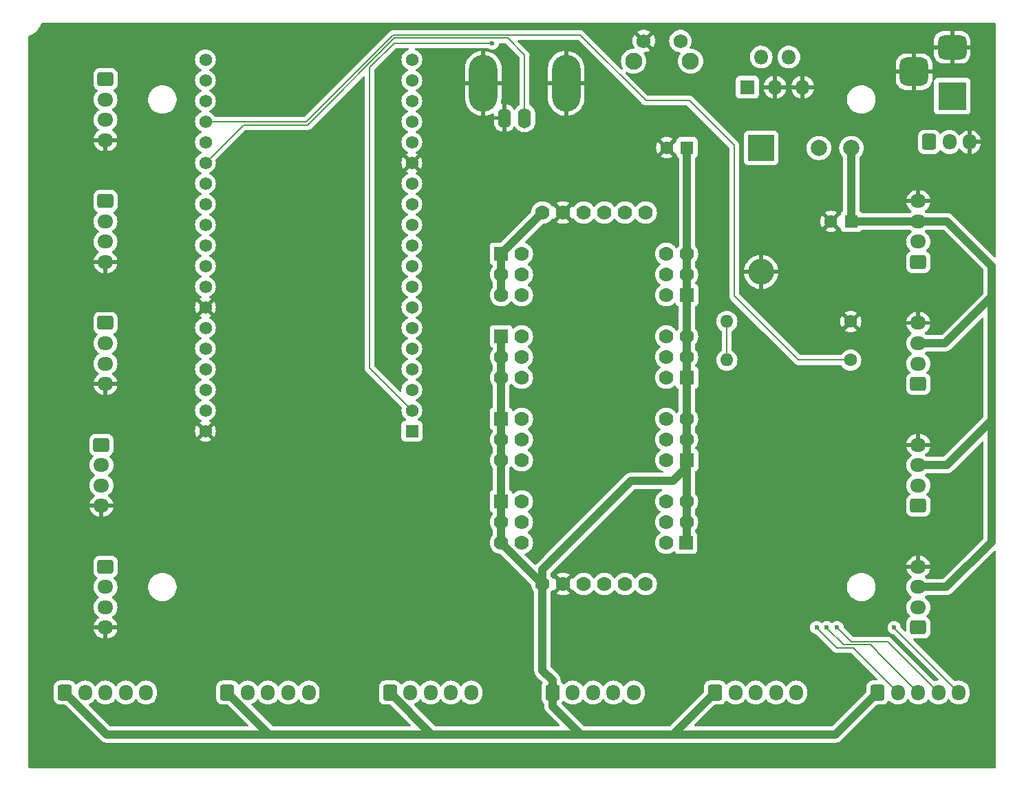
<source format=gbr>
%TF.GenerationSoftware,KiCad,Pcbnew,7.0.8*%
%TF.CreationDate,2024-05-21T16:54:11+02:00*%
%TF.ProjectId,IssaScope_v0.2,49737361-5363-46f7-9065-5f76302e322e,rev?*%
%TF.SameCoordinates,Original*%
%TF.FileFunction,Copper,L2,Bot*%
%TF.FilePolarity,Positive*%
%FSLAX46Y46*%
G04 Gerber Fmt 4.6, Leading zero omitted, Abs format (unit mm)*
G04 Created by KiCad (PCBNEW 7.0.8) date 2024-05-21 16:54:11*
%MOMM*%
%LPD*%
G01*
G04 APERTURE LIST*
G04 Aperture macros list*
%AMRoundRect*
0 Rectangle with rounded corners*
0 $1 Rounding radius*
0 $2 $3 $4 $5 $6 $7 $8 $9 X,Y pos of 4 corners*
0 Add a 4 corners polygon primitive as box body*
4,1,4,$2,$3,$4,$5,$6,$7,$8,$9,$2,$3,0*
0 Add four circle primitives for the rounded corners*
1,1,$1+$1,$2,$3*
1,1,$1+$1,$4,$5*
1,1,$1+$1,$6,$7*
1,1,$1+$1,$8,$9*
0 Add four rect primitives between the rounded corners*
20,1,$1+$1,$2,$3,$4,$5,0*
20,1,$1+$1,$4,$5,$6,$7,0*
20,1,$1+$1,$6,$7,$8,$9,0*
20,1,$1+$1,$8,$9,$2,$3,0*%
G04 Aperture macros list end*
%TA.AperFunction,ComponentPad*%
%ADD10C,1.778000*%
%TD*%
%TA.AperFunction,ComponentPad*%
%ADD11R,1.778000X1.778000*%
%TD*%
%TA.AperFunction,ComponentPad*%
%ADD12O,1.600200X2.499360*%
%TD*%
%TA.AperFunction,ComponentPad*%
%ADD13O,3.500120X7.000240*%
%TD*%
%TA.AperFunction,ComponentPad*%
%ADD14R,1.560000X1.560000*%
%TD*%
%TA.AperFunction,ComponentPad*%
%ADD15C,1.560000*%
%TD*%
%TA.AperFunction,ComponentPad*%
%ADD16RoundRect,0.250000X-0.600000X-0.725000X0.600000X-0.725000X0.600000X0.725000X-0.600000X0.725000X0*%
%TD*%
%TA.AperFunction,ComponentPad*%
%ADD17O,1.700000X1.950000*%
%TD*%
%TA.AperFunction,ComponentPad*%
%ADD18C,1.600000*%
%TD*%
%TA.AperFunction,ComponentPad*%
%ADD19O,1.600000X1.600000*%
%TD*%
%TA.AperFunction,ComponentPad*%
%ADD20RoundRect,0.250000X-0.725000X0.600000X-0.725000X-0.600000X0.725000X-0.600000X0.725000X0.600000X0*%
%TD*%
%TA.AperFunction,ComponentPad*%
%ADD21O,1.950000X1.700000*%
%TD*%
%TA.AperFunction,ComponentPad*%
%ADD22RoundRect,0.250000X0.725000X-0.600000X0.725000X0.600000X-0.725000X0.600000X-0.725000X-0.600000X0*%
%TD*%
%TA.AperFunction,ComponentPad*%
%ADD23C,1.750000*%
%TD*%
%TA.AperFunction,ComponentPad*%
%ADD24C,2.100000*%
%TD*%
%TA.AperFunction,ComponentPad*%
%ADD25R,1.800000X1.800000*%
%TD*%
%TA.AperFunction,ComponentPad*%
%ADD26O,1.800000X1.800000*%
%TD*%
%TA.AperFunction,ComponentPad*%
%ADD27C,2.000000*%
%TD*%
%TA.AperFunction,ComponentPad*%
%ADD28R,3.500000X3.500000*%
%TD*%
%TA.AperFunction,ComponentPad*%
%ADD29RoundRect,0.750000X-1.000000X0.750000X-1.000000X-0.750000X1.000000X-0.750000X1.000000X0.750000X0*%
%TD*%
%TA.AperFunction,ComponentPad*%
%ADD30RoundRect,0.875000X-0.875000X0.875000X-0.875000X-0.875000X0.875000X-0.875000X0.875000X0.875000X0*%
%TD*%
%TA.AperFunction,ComponentPad*%
%ADD31O,3.200000X3.200000*%
%TD*%
%TA.AperFunction,ComponentPad*%
%ADD32R,3.200000X3.200000*%
%TD*%
%TA.AperFunction,ComponentPad*%
%ADD33R,1.600000X1.600000*%
%TD*%
%TA.AperFunction,ViaPad*%
%ADD34C,0.600000*%
%TD*%
%TA.AperFunction,Conductor*%
%ADD35C,1.000000*%
%TD*%
%TA.AperFunction,Conductor*%
%ADD36C,0.200000*%
%TD*%
G04 APERTURE END LIST*
D10*
%TO.P,U2,30,XLAT*%
%TO.N,Latch*%
X151460000Y-119630000D03*
%TO.P,U2,2,BLANK*%
%TO.N,OE*%
X148920000Y-119630000D03*
%TO.P,U2,3,SCLK*%
%TO.N,CLK*%
X146380000Y-119630000D03*
%TO.P,U2,29,SOUT*%
%TO.N,MISO*%
X143840000Y-119630000D03*
%TO.P,U2,1,GND*%
%TO.N,GNDREF*%
X141300000Y-119630000D03*
%TO.P,U2,32,VCC*%
%TO.N,VCC*%
X138760000Y-119630000D03*
X138770000Y-73910000D03*
%TO.P,U2,1,GND*%
%TO.N,GNDREF*%
X141290000Y-73910000D03*
%TO.P,U2,4,SIN*%
%TO.N,MOSI*%
X143840000Y-73910000D03*
%TO.P,U2,3,SCLK*%
%TO.N,CLK*%
X146380000Y-73910000D03*
%TO.P,U2,2,BLANK*%
%TO.N,OE*%
X148920000Y-73910000D03*
%TO.P,U2,30,XLAT*%
%TO.N,Latch*%
X151460000Y-73910000D03*
%TO.P,U2,5,OUT0*%
%TO.N,FirstOpto1*%
X136220000Y-78990000D03*
%TO.P,U2,6,OUT1*%
%TO.N,FirstOpto2*%
X136220000Y-81530000D03*
%TO.P,U2,7,OUT2*%
%TO.N,FirstOpto3*%
X136220000Y-84070000D03*
D11*
%TO.P,U2,32,VCC*%
%TO.N,VCC*%
X133680000Y-78990000D03*
D10*
X133680000Y-81530000D03*
X133680000Y-84070000D03*
%TO.P,U2,8,OUT3*%
%TO.N,FirstOpto4*%
X136220000Y-89150000D03*
%TO.P,U2,9,OUT4*%
%TO.N,SecondOpto1*%
X136220000Y-91690000D03*
%TO.P,U2,10,OUT5*%
%TO.N,SecondOpto2*%
X136220000Y-94230000D03*
D11*
%TO.P,U2,32,VCC*%
%TO.N,VCC*%
X133680000Y-89150000D03*
D10*
X133680000Y-91690000D03*
X133680000Y-94230000D03*
D11*
X133680000Y-99310000D03*
X133680000Y-109470000D03*
X156410000Y-114550000D03*
X156540000Y-104390000D03*
X156540000Y-94230000D03*
X156540000Y-84070000D03*
D10*
%TO.P,U2,11,OUT6*%
%TO.N,SecondOpto3*%
X136220000Y-99310000D03*
%TO.P,U2,12,OUT7*%
%TO.N,SecondOpto4*%
X136220000Y-101850000D03*
%TO.P,U2,13,OUT8*%
%TO.N,ThirdOpto1*%
X136220000Y-104390000D03*
%TO.P,U2,32,VCC*%
%TO.N,VCC*%
X133680000Y-101850000D03*
X133680000Y-104390000D03*
%TO.P,U2,14,OUT9*%
%TO.N,ThirdOpto2*%
X136220000Y-109470000D03*
%TO.P,U2,15,OUT10*%
%TO.N,ThirdOpto3*%
X136220000Y-112010000D03*
%TO.P,U2,32,VCC*%
%TO.N,VCC*%
X133680000Y-112010000D03*
X133680000Y-114550000D03*
%TO.P,U2,16,OUT11*%
%TO.N,ThirdOpto4*%
X136220000Y-114550000D03*
%TO.P,U2,17,OUT12*%
%TO.N,FourthOpto1*%
X154000000Y-114550000D03*
%TO.P,U2,18,OUT13*%
%TO.N,FourthOpto2*%
X154000000Y-112010000D03*
%TO.P,U2,32,VCC*%
%TO.N,VCC*%
X156540000Y-112010000D03*
X156540000Y-109470000D03*
%TO.P,U2,19,OUT14*%
%TO.N,FourthOpto3*%
X154000000Y-109470000D03*
%TO.P,U2,20,OUT15*%
%TO.N,FourthOpto4*%
X154000000Y-104390000D03*
%TO.P,U2,21,OUT16*%
%TO.N,White1*%
X154000000Y-101850000D03*
%TO.P,U2,22,OUT17*%
%TO.N,White2*%
X154000000Y-99310000D03*
%TO.P,U2,32,VCC*%
%TO.N,VCC*%
X156540000Y-99310000D03*
X156540000Y-101850000D03*
%TO.P,U2,23,OUT18*%
%TO.N,White3*%
X154000000Y-94230000D03*
%TO.P,U2,24,OUT19*%
%TO.N,White4*%
X154000000Y-91690000D03*
%TO.P,U2,32,VCC*%
%TO.N,VCC*%
X156540000Y-91690000D03*
%TO.P,U2,28,OUT23*%
%TO.N,IR4*%
X154000000Y-78990000D03*
%TO.P,U2,32,VCC*%
%TO.N,VCC*%
X156540000Y-78990000D03*
%TO.P,U2,27,OUT22*%
%TO.N,IR3*%
X154000000Y-81530000D03*
%TO.P,U2,32,VCC*%
%TO.N,VCC*%
X156540000Y-81530000D03*
%TO.P,U2,26,OUT21*%
%TO.N,IR2*%
X154000000Y-84070000D03*
%TO.P,U2,32,VCC*%
%TO.N,VCC*%
X156540000Y-89150000D03*
%TO.P,U2,25,OUT20*%
%TO.N,IR1*%
X154000000Y-89150000D03*
%TD*%
D12*
%TO.P,J26,2,Ext*%
%TO.N,GNDREF*%
X134075640Y-62276260D03*
%TO.P,J26,1,In*%
%TO.N,Trigger*%
X136575000Y-62276260D03*
D13*
%TO.P,J26,2,Ext*%
%TO.N,GNDREF*%
X141675320Y-58011600D03*
X131477220Y-58011600D03*
%TD*%
D14*
%TO.P,U1,1,3V3*%
%TO.N,3.3V*%
X122700000Y-100820000D03*
D15*
%TO.P,U1,2,EN*%
%TO.N,Net-(U1-EN)*%
X122700000Y-98280000D03*
%TO.P,U1,19,EXT_5V*%
%TO.N,5V*%
X122700000Y-55100000D03*
%TO.P,U1,3,SENSOR_VP*%
%TO.N,Sensor_VP*%
X122700000Y-95740000D03*
%TO.P,U1,4,SENSOR_VN*%
%TO.N,Sensor_VN*%
X122700000Y-93200000D03*
%TO.P,U1,5,IO34*%
%TO.N,GPIO34*%
X122700000Y-90660000D03*
%TO.P,U1,6,IO35*%
%TO.N,GPIO35*%
X122700000Y-88120000D03*
%TO.P,U1,7,IO32*%
%TO.N,GPIO32*%
X122700000Y-85580000D03*
%TO.P,U1,8,IO33*%
%TO.N,GPIO33*%
X122700000Y-83040000D03*
%TO.P,U1,9,IO25*%
%TO.N,GPIO25*%
X122700000Y-80500000D03*
%TO.P,U1,10,IO26*%
%TO.N,GPIO26*%
X122700000Y-77960000D03*
%TO.P,U1,11,IO27*%
%TO.N,GPIO27*%
X122700000Y-75420000D03*
%TO.P,U1,12,IO14*%
%TO.N,GPIO14*%
X122700000Y-72880000D03*
%TO.P,U1,13,IO12*%
%TO.N,GPIO12*%
X122700000Y-70340000D03*
%TO.P,U1,14,GND1*%
%TO.N,GNDREF*%
X122700000Y-67800000D03*
%TO.P,U1,15,IO13*%
%TO.N,GPIO13*%
X122700000Y-65260000D03*
%TO.P,U1,16,SD2*%
%TO.N,unconnected-(U1-SD2-Pad16)*%
X122700000Y-62720000D03*
%TO.P,U1,17,SD3*%
%TO.N,unconnected-(U1-SD3-Pad17)*%
X122700000Y-60180000D03*
%TO.P,U1,18,CMD*%
%TO.N,unconnected-(U1-CMD-Pad18)*%
X122700000Y-57640000D03*
%TO.P,U1,20,GND3*%
%TO.N,GNDREF*%
X97300000Y-100820000D03*
%TO.P,U1,21,IO23*%
%TO.N,MOSI*%
X97300000Y-98280000D03*
%TO.P,U1,22,IO22*%
%TO.N,GPIO22*%
X97300000Y-95740000D03*
%TO.P,U1,23,TXD0*%
%TO.N,unconnected-(U1-TXD0-Pad23)*%
X97300000Y-93200000D03*
%TO.P,U1,24,RXD0*%
%TO.N,unconnected-(U1-RXD0-Pad24)*%
X97300000Y-90660000D03*
%TO.P,U1,25,IO21*%
%TO.N,GPIO21*%
X97300000Y-88120000D03*
%TO.P,U1,26,GND2*%
%TO.N,GNDREF*%
X97300000Y-85580000D03*
%TO.P,U1,27,IO19*%
%TO.N,MISO*%
X97300000Y-83040000D03*
%TO.P,U1,28,IO18*%
%TO.N,CLK*%
X97300000Y-80500000D03*
%TO.P,U1,29,IO5*%
%TO.N,Latch*%
X97300000Y-77960000D03*
%TO.P,U1,30,IO17*%
%TO.N,GPIO17*%
X97300000Y-75420000D03*
%TO.P,U1,31,IO16*%
%TO.N,GPIO16*%
X97300000Y-72880000D03*
%TO.P,U1,32,IO4*%
%TO.N,GPIO4*%
X97300000Y-70340000D03*
%TO.P,U1,33,IO0*%
%TO.N,Trigger*%
X97300000Y-67800000D03*
%TO.P,U1,34,IO2*%
%TO.N,GPIO2*%
X97300000Y-65260000D03*
%TO.P,U1,35,IO15*%
%TO.N,Net-(U1-IO15)*%
X97300000Y-62720000D03*
%TO.P,U1,36,SD1*%
%TO.N,unconnected-(U1-SD1-Pad36)*%
X97300000Y-60180000D03*
%TO.P,U1,37,SD0*%
%TO.N,unconnected-(U1-SD0-Pad37)*%
X97300000Y-57640000D03*
%TO.P,U1,38,CLK*%
%TO.N,unconnected-(U1-CLK-Pad38)*%
X97300000Y-55100000D03*
%TD*%
D16*
%TO.P,J4,1,Pin_1*%
%TO.N,VCC*%
X140000000Y-133000000D03*
D17*
%TO.P,J4,2,Pin_2*%
%TO.N,FourthOpto1*%
X142500000Y-133000000D03*
%TO.P,J4,3,Pin_3*%
%TO.N,FourthOpto2*%
X145000000Y-133000000D03*
%TO.P,J4,4,Pin_4*%
%TO.N,FourthOpto3*%
X147500000Y-133000000D03*
%TO.P,J4,5,Pin_5*%
%TO.N,FourthOpto4*%
X150000000Y-133000000D03*
%TD*%
D18*
%TO.P,R2,1*%
%TO.N,GNDREF*%
X176690000Y-87325000D03*
D19*
%TO.P,R2,2*%
%TO.N,OE*%
X161450000Y-87325000D03*
%TD*%
D18*
%TO.P,R1,1*%
%TO.N,Net-(U1-IO15)*%
X176690000Y-92075000D03*
D19*
%TO.P,R1,2*%
%TO.N,OE*%
X161450000Y-92075000D03*
%TD*%
D20*
%TO.P,J35,1,Pin_1*%
%TO.N,Sensor_VN*%
X85000000Y-117500000D03*
D21*
%TO.P,J35,2,Pin_2*%
%TO.N,Sensor_VP*%
X85000000Y-120000000D03*
%TO.P,J35,3,Pin_3*%
%TO.N,5V*%
X85000000Y-122500000D03*
%TO.P,J35,4,Pin_4*%
%TO.N,GNDREF*%
X85000000Y-125000000D03*
%TD*%
D20*
%TO.P,J34,1,Pin_1*%
%TO.N,GPIO2*%
X85000000Y-57500000D03*
D21*
%TO.P,J34,2,Pin_2*%
%TO.N,GPIO4*%
X85000000Y-60000000D03*
%TO.P,J34,3,Pin_3*%
%TO.N,5V*%
X85000000Y-62500000D03*
%TO.P,J34,4,Pin_4*%
%TO.N,GNDREF*%
X85000000Y-65000000D03*
%TD*%
D20*
%TO.P,J33,1,Pin_1*%
%TO.N,GPIO16*%
X85000000Y-72500000D03*
D21*
%TO.P,J33,2,Pin_2*%
%TO.N,GPIO17*%
X85000000Y-75000000D03*
%TO.P,J33,3,Pin_3*%
%TO.N,5V*%
X85000000Y-77500000D03*
%TO.P,J33,4,Pin_4*%
%TO.N,GNDREF*%
X85000000Y-80000000D03*
%TD*%
%TO.P,J32,4,Pin_4*%
%TO.N,GNDREF*%
X85000000Y-95000000D03*
%TO.P,J32,3,Pin_3*%
%TO.N,5V*%
X85000000Y-92500000D03*
%TO.P,J32,2,Pin_2*%
%TO.N,GPIO22*%
X85000000Y-90000000D03*
D20*
%TO.P,J32,1,Pin_1*%
%TO.N,GPIO21*%
X85000000Y-87500000D03*
%TD*%
D21*
%TO.P,J31,4,Pin_4*%
%TO.N,GNDREF*%
X185000000Y-117500000D03*
%TO.P,J31,3,Pin_3*%
%TO.N,5V*%
X185000000Y-120000000D03*
%TO.P,J31,2,Pin_2*%
%TO.N,GPIO12*%
X185000000Y-122500000D03*
D22*
%TO.P,J31,1,Pin_1*%
%TO.N,GPIO13*%
X185000000Y-125000000D03*
%TD*%
D20*
%TO.P,J30,1,Pin_1*%
%TO.N,GPIO14*%
X84500000Y-102500000D03*
D21*
%TO.P,J30,2,Pin_2*%
%TO.N,GPIO27*%
X84500000Y-105000000D03*
%TO.P,J30,3,Pin_3*%
%TO.N,5V*%
X84500000Y-107500000D03*
%TO.P,J30,4,Pin_4*%
%TO.N,GNDREF*%
X84500000Y-110000000D03*
%TD*%
D22*
%TO.P,J29,1,Pin_1*%
%TO.N,GPIO26*%
X185000000Y-110000000D03*
D21*
%TO.P,J29,2,Pin_2*%
%TO.N,GPIO25*%
X185000000Y-107500000D03*
%TO.P,J29,3,Pin_3*%
%TO.N,5V*%
X185000000Y-105000000D03*
%TO.P,J29,4,Pin_4*%
%TO.N,GNDREF*%
X185000000Y-102500000D03*
%TD*%
%TO.P,J28,4,Pin_4*%
%TO.N,GNDREF*%
X185000000Y-87500000D03*
%TO.P,J28,3,Pin_3*%
%TO.N,5V*%
X185000000Y-90000000D03*
%TO.P,J28,2,Pin_2*%
%TO.N,GPIO32*%
X185000000Y-92500000D03*
D22*
%TO.P,J28,1,Pin_1*%
%TO.N,GPIO33*%
X185000000Y-95000000D03*
%TD*%
D21*
%TO.P,J27,4,Pin_4*%
%TO.N,GNDREF*%
X185000000Y-72500000D03*
%TO.P,J27,3,Pin_3*%
%TO.N,5V*%
X185000000Y-75000000D03*
%TO.P,J27,2,Pin_2*%
%TO.N,GPIO34*%
X185000000Y-77500000D03*
D22*
%TO.P,J27,1,Pin_1*%
%TO.N,GPIO35*%
X185000000Y-80000000D03*
%TD*%
D16*
%TO.P,J6,1,Pin_1*%
%TO.N,VCC*%
X180000000Y-133000000D03*
D17*
%TO.P,J6,2,Pin_2*%
%TO.N,IR1*%
X182500000Y-133000000D03*
%TO.P,J6,3,Pin_3*%
%TO.N,IR2*%
X185000000Y-133000000D03*
%TO.P,J6,4,Pin_4*%
%TO.N,IR3*%
X187500000Y-133000000D03*
%TO.P,J6,5,Pin_5*%
%TO.N,IR4*%
X190000000Y-133000000D03*
%TD*%
D16*
%TO.P,J5,1,Pin_1*%
%TO.N,VCC*%
X160000000Y-133000000D03*
D17*
%TO.P,J5,2,Pin_2*%
%TO.N,White1*%
X162500000Y-133000000D03*
%TO.P,J5,3,Pin_3*%
%TO.N,White2*%
X165000000Y-133000000D03*
%TO.P,J5,4,Pin_4*%
%TO.N,White3*%
X167500000Y-133000000D03*
%TO.P,J5,5,Pin_5*%
%TO.N,White4*%
X170000000Y-133000000D03*
%TD*%
D16*
%TO.P,J3,1,Pin_1*%
%TO.N,VCC*%
X120000000Y-133000000D03*
D17*
%TO.P,J3,2,Pin_2*%
%TO.N,ThirdOpto1*%
X122500000Y-133000000D03*
%TO.P,J3,3,Pin_3*%
%TO.N,ThirdOpto2*%
X125000000Y-133000000D03*
%TO.P,J3,4,Pin_4*%
%TO.N,ThirdOpto3*%
X127500000Y-133000000D03*
%TO.P,J3,5,Pin_5*%
%TO.N,ThirdOpto4*%
X130000000Y-133000000D03*
%TD*%
D16*
%TO.P,J2,1,Pin_1*%
%TO.N,VCC*%
X100000000Y-133000000D03*
D17*
%TO.P,J2,2,Pin_2*%
%TO.N,SecondOpto1*%
X102500000Y-133000000D03*
%TO.P,J2,3,Pin_3*%
%TO.N,SecondOpto2*%
X105000000Y-133000000D03*
%TO.P,J2,4,Pin_4*%
%TO.N,SecondOpto3*%
X107500000Y-133000000D03*
%TO.P,J2,5,Pin_5*%
%TO.N,SecondOpto4*%
X110000000Y-133000000D03*
%TD*%
D16*
%TO.P,J1,1,Pin_1*%
%TO.N,VCC*%
X80000000Y-133000000D03*
D17*
%TO.P,J1,2,Pin_2*%
%TO.N,FirstOpto1*%
X82500000Y-133000000D03*
%TO.P,J1,3,Pin_3*%
%TO.N,FirstOpto2*%
X85000000Y-133000000D03*
%TO.P,J1,4,Pin_4*%
%TO.N,FirstOpto3*%
X87500000Y-133000000D03*
%TO.P,J1,5,Pin_5*%
%TO.N,FirstOpto4*%
X90000000Y-133000000D03*
%TD*%
D23*
%TO.P,SW2,2,2*%
%TO.N,Net-(U1-EN)*%
X155725000Y-52800000D03*
%TO.P,SW2,1,1*%
%TO.N,GNDREF*%
X151225000Y-52800000D03*
D24*
%TO.P,SW2,*%
%TO.N,*%
X156985000Y-55290000D03*
X149975000Y-55290000D03*
%TD*%
D25*
%TO.P,U3,1,VIN*%
%TO.N,VCC*%
X163975000Y-58475000D03*
D26*
%TO.P,U3,2,OUT*%
%TO.N,Net-(D1-K)*%
X165675000Y-54775000D03*
%TO.P,U3,3,GND*%
%TO.N,GNDREF*%
X167375000Y-58475000D03*
%TO.P,U3,4,FB*%
%TO.N,5V*%
X169075000Y-54775000D03*
%TO.P,U3,5,~{ON}/OFF*%
%TO.N,GNDREF*%
X170775000Y-58475000D03*
%TD*%
D17*
%TO.P,SW1,3,K*%
%TO.N,GNDREF*%
X191325000Y-65225000D03*
%TO.P,SW1,2,2*%
%TO.N,VCC*%
X188825000Y-65225000D03*
D16*
%TO.P,SW1,1,1*%
%TO.N,Net-(J36-Pad1)*%
X186325000Y-65225000D03*
%TD*%
D27*
%TO.P,L1,1,1*%
%TO.N,Net-(D1-K)*%
X172775000Y-65975000D03*
%TO.P,L1,2,2*%
%TO.N,5V*%
X176775000Y-65975000D03*
%TD*%
D28*
%TO.P,J36,1*%
%TO.N,Net-(J36-Pad1)*%
X189175000Y-59575000D03*
D29*
%TO.P,J36,2*%
%TO.N,GNDREF*%
X189175000Y-53575000D03*
D30*
%TO.P,J36,3*%
X184475000Y-56575000D03*
%TD*%
D31*
%TO.P,D1,2,A*%
%TO.N,GNDREF*%
X165675000Y-81215000D03*
D32*
%TO.P,D1,1,K*%
%TO.N,Net-(D1-K)*%
X165675000Y-65975000D03*
%TD*%
D18*
%TO.P,C2,2*%
%TO.N,GNDREF*%
X174257380Y-75000000D03*
D33*
%TO.P,C2,1*%
%TO.N,5V*%
X176757380Y-75000000D03*
%TD*%
%TO.P,C1,1*%
%TO.N,VCC*%
X156550000Y-65925000D03*
D18*
%TO.P,C1,2*%
%TO.N,GNDREF*%
X154050000Y-65925000D03*
%TD*%
D34*
%TO.N,Net-(U1-EN)*%
X132600000Y-53075000D03*
%TO.N,IR4*%
X182025000Y-125000000D03*
%TO.N,IR3*%
X175000000Y-125000000D03*
%TO.N,IR2*%
X173750000Y-125000000D03*
X173750000Y-125000000D03*
%TO.N,IR1*%
X172500000Y-125000000D03*
%TD*%
D35*
%TO.N,5V*%
X194025000Y-84250000D02*
X194025000Y-82175000D01*
X188275000Y-90000000D02*
X194025000Y-84250000D01*
X185000000Y-90000000D02*
X188275000Y-90000000D01*
X194025000Y-82175000D02*
X194025000Y-98900000D01*
X194025000Y-80500000D02*
X194025000Y-82175000D01*
%TO.N,VCC*%
X151950000Y-138150000D02*
X174850000Y-138150000D01*
X151950000Y-138150000D02*
X154850000Y-138150000D01*
X145800000Y-138150000D02*
X151950000Y-138150000D01*
X174850000Y-138150000D02*
X180000000Y-133000000D01*
X109350000Y-138150000D02*
X85150000Y-138150000D01*
X109350000Y-138150000D02*
X105150000Y-138150000D01*
X85150000Y-138150000D02*
X80000000Y-133000000D01*
X128200000Y-138150000D02*
X109350000Y-138150000D01*
X105150000Y-138150000D02*
X100000000Y-133000000D01*
X128200000Y-138150000D02*
X125150000Y-138150000D01*
X145800000Y-138150000D02*
X128200000Y-138150000D01*
X125150000Y-138150000D02*
X120000000Y-133000000D01*
X143475000Y-138150000D02*
X145800000Y-138150000D01*
X140000000Y-134675000D02*
X143475000Y-138150000D01*
X140000000Y-133000000D02*
X140000000Y-134675000D01*
X154850000Y-138150000D02*
X160000000Y-133000000D01*
X140000000Y-131515000D02*
X140000000Y-133000000D01*
X138760000Y-130275000D02*
X140000000Y-131515000D01*
X138760000Y-130275000D02*
X138760000Y-119630000D01*
D36*
%TO.N,Trigger*%
X136575000Y-54550000D02*
X136575000Y-62276260D01*
X120559315Y-52450000D02*
X134475000Y-52450000D01*
X134475000Y-52450000D02*
X136575000Y-54550000D01*
X101980000Y-63120000D02*
X109889314Y-63120000D01*
X97300000Y-67800000D02*
X101980000Y-63120000D01*
X109889314Y-63120000D02*
X120559315Y-52450000D01*
%TO.N,Net-(U1-IO15)*%
X170250000Y-92075000D02*
X176690000Y-92075000D01*
X162350000Y-65650000D02*
X162350000Y-84175000D01*
X162350000Y-84175000D02*
X170250000Y-92075000D01*
X143400000Y-52050000D02*
X151487868Y-60137868D01*
X151487868Y-60137868D02*
X156837868Y-60137868D01*
X156837868Y-60137868D02*
X162350000Y-65650000D01*
X120393629Y-52050000D02*
X143400000Y-52050000D01*
X109723629Y-62720000D02*
X120393629Y-52050000D01*
X97300000Y-62720000D02*
X109723629Y-62720000D01*
%TO.N,Net-(U1-EN)*%
X132600000Y-53075000D02*
X120525000Y-53050000D01*
X117500000Y-93080000D02*
X122700000Y-98280000D01*
X120525000Y-53050000D02*
X117500000Y-56075000D01*
X117500000Y-56075000D02*
X117500000Y-93080000D01*
X132575000Y-53050000D02*
X132600000Y-53075000D01*
%TO.N,IR4*%
X182025000Y-125025000D02*
X190000000Y-133000000D01*
X182025000Y-125000000D02*
X182025000Y-125025000D01*
X182000000Y-125000000D02*
X182025000Y-125000000D01*
%TO.N,IR3*%
X176725000Y-126725000D02*
X175000000Y-125000000D01*
X182525000Y-128025000D02*
X181225000Y-126725000D01*
X181225000Y-126725000D02*
X176725000Y-126725000D01*
X187500000Y-133000000D02*
X182525000Y-128025000D01*
%TO.N,IR2*%
X173725000Y-125000000D02*
X173725000Y-125000000D01*
X173750000Y-125000000D02*
X173725000Y-125000000D01*
X173750000Y-125025000D02*
X173750000Y-125000000D01*
X175850000Y-127125000D02*
X173750000Y-125025000D01*
X180087500Y-128087500D02*
X179775000Y-127775000D01*
X179775000Y-127775000D02*
X179125000Y-127125000D01*
X179125000Y-127125000D02*
X175850000Y-127125000D01*
X185000000Y-133000000D02*
X180087500Y-128087500D01*
%TO.N,IR1*%
X172475000Y-125000000D02*
X172475000Y-125000000D01*
X172500000Y-125000000D02*
X172475000Y-125000000D01*
X172500000Y-125025000D02*
X172500000Y-125000000D01*
X175000000Y-127525000D02*
X172500000Y-125025000D01*
X177025000Y-127525000D02*
X175000000Y-127525000D01*
X182500000Y-133000000D02*
X177025000Y-127525000D01*
D35*
%TO.N,5V*%
X176757380Y-65992620D02*
X176775000Y-65975000D01*
X176757380Y-75000000D02*
X176757380Y-65992620D01*
X185000000Y-75000000D02*
X176757380Y-75000000D01*
X188525000Y-75000000D02*
X194025000Y-80500000D01*
X185000000Y-75000000D02*
X188525000Y-75000000D01*
X188475000Y-120000000D02*
X185000000Y-120000000D01*
X194025000Y-114450000D02*
X188475000Y-120000000D01*
X194025000Y-113950000D02*
X194025000Y-114450000D01*
X194025000Y-105975000D02*
X194025000Y-113950000D01*
X194025000Y-99475000D02*
X188500000Y-105000000D01*
X188500000Y-105000000D02*
X185000000Y-105000000D01*
X194025000Y-98900000D02*
X194025000Y-99475000D01*
X194025000Y-98900000D02*
X194025000Y-105975000D01*
%TO.N,VCC*%
X149675000Y-106950000D02*
X139600000Y-117025000D01*
X156540000Y-105235000D02*
X154825000Y-106950000D01*
X154825000Y-106950000D02*
X149675000Y-106950000D01*
X156540000Y-104390000D02*
X156540000Y-105235000D01*
X138750000Y-117875000D02*
X139600000Y-117025000D01*
X138760000Y-117885000D02*
X138750000Y-117875000D01*
X138760000Y-119630000D02*
X138760000Y-117885000D01*
D36*
%TO.N,OE*%
X161450000Y-87325000D02*
X161450000Y-92075000D01*
D35*
%TO.N,VCC*%
X133690000Y-78990000D02*
X138770000Y-73910000D01*
X133680000Y-81530000D02*
X133680000Y-78990000D01*
X133680000Y-84070000D02*
X133680000Y-81530000D01*
X133680000Y-91690000D02*
X133680000Y-89150000D01*
X133680000Y-94230000D02*
X133680000Y-91690000D01*
X133680000Y-99310000D02*
X133680000Y-94230000D01*
X133680000Y-101850000D02*
X133680000Y-99310000D01*
X133680000Y-104390000D02*
X133680000Y-101850000D01*
X133680000Y-109470000D02*
X133680000Y-104390000D01*
X133680000Y-112010000D02*
X133680000Y-109470000D01*
X133680000Y-114550000D02*
X133680000Y-112010000D01*
X138760000Y-119630000D02*
X133680000Y-114550000D01*
X156540000Y-112010000D02*
X156540000Y-114420000D01*
X156540000Y-109470000D02*
X156540000Y-112010000D01*
X156540000Y-104390000D02*
X156540000Y-109470000D01*
X156540000Y-101850000D02*
X156540000Y-104390000D01*
X156540000Y-99310000D02*
X156540000Y-101850000D01*
X156540000Y-94230000D02*
X156540000Y-99310000D01*
X156540000Y-91690000D02*
X156540000Y-94230000D01*
X156540000Y-89150000D02*
X156540000Y-91690000D01*
X156540000Y-84070000D02*
X156540000Y-89150000D01*
X156540000Y-81530000D02*
X156540000Y-84070000D01*
X156540000Y-78990000D02*
X156540000Y-81530000D01*
X156550000Y-65925000D02*
X156550000Y-78980000D01*
%TD*%
%TA.AperFunction,Conductor*%
%TO.N,GNDREF*%
G36*
X122211984Y-53653992D02*
G01*
X122278979Y-53673816D01*
X122324625Y-53726714D01*
X122334425Y-53795893D01*
X122305269Y-53859389D01*
X122264129Y-53890374D01*
X122057306Y-53986818D01*
X122057304Y-53986819D01*
X121873764Y-54115334D01*
X121715334Y-54273764D01*
X121586819Y-54457304D01*
X121586818Y-54457306D01*
X121492129Y-54660368D01*
X121492126Y-54660374D01*
X121434137Y-54876791D01*
X121434136Y-54876799D01*
X121414609Y-55099998D01*
X121414609Y-55100001D01*
X121434136Y-55323200D01*
X121434137Y-55323208D01*
X121492126Y-55539625D01*
X121492127Y-55539627D01*
X121492128Y-55539630D01*
X121538067Y-55638147D01*
X121586819Y-55742696D01*
X121586821Y-55742700D01*
X121715329Y-55926228D01*
X121715334Y-55926234D01*
X121873765Y-56084665D01*
X121873771Y-56084670D01*
X122057299Y-56213178D01*
X122057301Y-56213179D01*
X122057304Y-56213181D01*
X122152600Y-56257618D01*
X122205039Y-56303790D01*
X122224191Y-56370984D01*
X122203975Y-56437865D01*
X122152600Y-56482382D01*
X122057306Y-56526818D01*
X122057304Y-56526819D01*
X121873764Y-56655334D01*
X121715334Y-56813764D01*
X121586819Y-56997304D01*
X121586818Y-56997306D01*
X121492129Y-57200368D01*
X121492126Y-57200374D01*
X121434137Y-57416791D01*
X121434136Y-57416799D01*
X121414609Y-57639998D01*
X121414609Y-57640001D01*
X121434136Y-57863200D01*
X121434137Y-57863208D01*
X121492126Y-58079625D01*
X121492127Y-58079627D01*
X121492128Y-58079630D01*
X121572877Y-58252797D01*
X121586819Y-58282696D01*
X121586821Y-58282700D01*
X121715329Y-58466228D01*
X121715334Y-58466234D01*
X121873765Y-58624665D01*
X121873771Y-58624670D01*
X122057299Y-58753178D01*
X122057301Y-58753179D01*
X122057304Y-58753181D01*
X122145806Y-58794450D01*
X122152600Y-58797618D01*
X122205039Y-58843790D01*
X122224191Y-58910984D01*
X122203975Y-58977865D01*
X122152600Y-59022382D01*
X122057306Y-59066818D01*
X122057304Y-59066819D01*
X121873764Y-59195334D01*
X121715334Y-59353764D01*
X121586819Y-59537304D01*
X121586818Y-59537306D01*
X121492129Y-59740368D01*
X121492126Y-59740374D01*
X121434137Y-59956791D01*
X121434136Y-59956799D01*
X121414609Y-60179998D01*
X121414609Y-60180001D01*
X121434136Y-60403200D01*
X121434137Y-60403208D01*
X121492126Y-60619625D01*
X121492127Y-60619627D01*
X121492128Y-60619630D01*
X121547744Y-60738899D01*
X121586819Y-60822696D01*
X121586821Y-60822700D01*
X121715329Y-61006228D01*
X121715334Y-61006234D01*
X121873765Y-61164665D01*
X121873771Y-61164670D01*
X122057299Y-61293178D01*
X122057301Y-61293179D01*
X122057304Y-61293181D01*
X122152600Y-61337618D01*
X122205039Y-61383790D01*
X122224191Y-61450984D01*
X122203975Y-61517865D01*
X122152600Y-61562382D01*
X122057306Y-61606818D01*
X122057304Y-61606819D01*
X121873764Y-61735334D01*
X121715334Y-61893764D01*
X121586819Y-62077304D01*
X121586818Y-62077306D01*
X121492129Y-62280368D01*
X121492126Y-62280374D01*
X121434137Y-62496791D01*
X121434136Y-62496799D01*
X121414609Y-62719998D01*
X121414609Y-62720001D01*
X121434136Y-62943200D01*
X121434137Y-62943208D01*
X121492126Y-63159625D01*
X121492127Y-63159627D01*
X121492128Y-63159630D01*
X121500615Y-63177830D01*
X121586819Y-63362696D01*
X121586821Y-63362700D01*
X121715329Y-63546228D01*
X121715334Y-63546234D01*
X121873765Y-63704665D01*
X121873771Y-63704670D01*
X122057299Y-63833178D01*
X122057301Y-63833179D01*
X122057304Y-63833181D01*
X122152600Y-63877618D01*
X122205039Y-63923790D01*
X122224191Y-63990984D01*
X122203975Y-64057865D01*
X122152600Y-64102382D01*
X122057306Y-64146818D01*
X122057304Y-64146819D01*
X121873764Y-64275334D01*
X121715334Y-64433764D01*
X121586819Y-64617304D01*
X121586818Y-64617306D01*
X121492129Y-64820368D01*
X121492126Y-64820374D01*
X121434137Y-65036791D01*
X121434136Y-65036799D01*
X121414609Y-65259998D01*
X121414609Y-65260001D01*
X121434136Y-65483200D01*
X121434137Y-65483208D01*
X121492126Y-65699625D01*
X121492127Y-65699627D01*
X121492128Y-65699630D01*
X121568036Y-65862416D01*
X121586819Y-65902696D01*
X121586821Y-65902700D01*
X121715329Y-66086228D01*
X121715334Y-66086234D01*
X121873765Y-66244665D01*
X121873771Y-66244670D01*
X122057299Y-66373178D01*
X122057301Y-66373179D01*
X122057304Y-66373181D01*
X122153190Y-66417893D01*
X122205630Y-66464065D01*
X122224782Y-66531258D01*
X122204567Y-66598139D01*
X122153192Y-66642657D01*
X122057550Y-66687256D01*
X121988888Y-66735333D01*
X121988887Y-66735334D01*
X122551235Y-67297681D01*
X122427276Y-67351525D01*
X122316392Y-67441735D01*
X122233959Y-67558517D01*
X122200135Y-67653688D01*
X121635334Y-67088887D01*
X121635333Y-67088888D01*
X121587255Y-67157552D01*
X121492600Y-67360540D01*
X121492596Y-67360549D01*
X121434632Y-67576875D01*
X121434630Y-67576886D01*
X121415111Y-67799997D01*
X121415111Y-67800002D01*
X121434630Y-68023113D01*
X121434632Y-68023124D01*
X121492596Y-68239450D01*
X121492600Y-68239459D01*
X121587253Y-68442444D01*
X121635334Y-68511111D01*
X122199439Y-67947006D01*
X122205418Y-67975775D01*
X122271181Y-68102693D01*
X122368749Y-68207162D01*
X122490884Y-68281434D01*
X122554339Y-68299213D01*
X121988887Y-68864665D01*
X122057548Y-68912742D01*
X122057558Y-68912748D01*
X122153190Y-68957342D01*
X122205630Y-69003514D01*
X122224782Y-69070707D01*
X122204567Y-69137588D01*
X122153192Y-69182106D01*
X122057303Y-69226820D01*
X121873764Y-69355334D01*
X121715334Y-69513764D01*
X121586819Y-69697304D01*
X121586818Y-69697306D01*
X121492129Y-69900368D01*
X121492126Y-69900374D01*
X121434137Y-70116791D01*
X121434136Y-70116799D01*
X121414609Y-70339998D01*
X121414609Y-70340001D01*
X121434136Y-70563200D01*
X121434137Y-70563208D01*
X121492126Y-70779625D01*
X121492127Y-70779627D01*
X121492128Y-70779630D01*
X121586819Y-70982696D01*
X121586821Y-70982700D01*
X121715329Y-71166228D01*
X121715334Y-71166234D01*
X121873765Y-71324665D01*
X121873771Y-71324670D01*
X122057299Y-71453178D01*
X122057301Y-71453179D01*
X122057304Y-71453181D01*
X122152600Y-71497618D01*
X122205039Y-71543790D01*
X122224191Y-71610984D01*
X122203975Y-71677865D01*
X122152600Y-71722382D01*
X122057306Y-71766818D01*
X122057304Y-71766819D01*
X121873764Y-71895334D01*
X121715334Y-72053764D01*
X121586819Y-72237304D01*
X121586818Y-72237306D01*
X121492129Y-72440368D01*
X121492126Y-72440374D01*
X121434137Y-72656791D01*
X121434136Y-72656799D01*
X121414609Y-72879998D01*
X121414609Y-72880001D01*
X121434136Y-73103200D01*
X121434137Y-73103208D01*
X121492126Y-73319625D01*
X121492127Y-73319627D01*
X121492128Y-73319630D01*
X121566093Y-73478248D01*
X121586819Y-73522696D01*
X121586821Y-73522700D01*
X121715329Y-73706228D01*
X121715334Y-73706234D01*
X121873765Y-73864665D01*
X121873771Y-73864670D01*
X122057299Y-73993178D01*
X122057301Y-73993179D01*
X122057304Y-73993181D01*
X122132208Y-74028109D01*
X122152600Y-74037618D01*
X122205039Y-74083790D01*
X122224191Y-74150984D01*
X122203975Y-74217865D01*
X122152600Y-74262382D01*
X122057306Y-74306818D01*
X122057304Y-74306819D01*
X121873764Y-74435334D01*
X121715334Y-74593764D01*
X121586819Y-74777304D01*
X121586818Y-74777306D01*
X121492129Y-74980368D01*
X121492126Y-74980374D01*
X121434137Y-75196791D01*
X121434136Y-75196799D01*
X121414609Y-75419998D01*
X121414609Y-75420001D01*
X121434136Y-75643200D01*
X121434137Y-75643208D01*
X121492126Y-75859625D01*
X121492127Y-75859627D01*
X121492128Y-75859630D01*
X121575534Y-76038495D01*
X121586819Y-76062696D01*
X121586821Y-76062700D01*
X121715329Y-76246228D01*
X121715334Y-76246234D01*
X121873765Y-76404665D01*
X121873771Y-76404670D01*
X122057299Y-76533178D01*
X122057301Y-76533179D01*
X122057304Y-76533181D01*
X122152600Y-76577618D01*
X122205039Y-76623790D01*
X122224191Y-76690984D01*
X122203975Y-76757865D01*
X122152600Y-76802382D01*
X122057306Y-76846818D01*
X122057304Y-76846819D01*
X121873764Y-76975334D01*
X121715334Y-77133764D01*
X121586819Y-77317304D01*
X121586818Y-77317306D01*
X121492129Y-77520368D01*
X121492126Y-77520374D01*
X121434137Y-77736791D01*
X121434136Y-77736799D01*
X121414609Y-77959998D01*
X121414609Y-77960001D01*
X121434136Y-78183200D01*
X121434137Y-78183208D01*
X121492126Y-78399625D01*
X121492127Y-78399627D01*
X121492128Y-78399630D01*
X121556881Y-78538493D01*
X121586819Y-78602696D01*
X121586821Y-78602700D01*
X121715329Y-78786228D01*
X121715334Y-78786234D01*
X121873765Y-78944665D01*
X121873771Y-78944670D01*
X122057299Y-79073178D01*
X122057301Y-79073179D01*
X122057304Y-79073181D01*
X122152600Y-79117618D01*
X122205039Y-79163790D01*
X122224191Y-79230984D01*
X122203975Y-79297865D01*
X122152600Y-79342382D01*
X122057306Y-79386818D01*
X122057304Y-79386819D01*
X121873764Y-79515334D01*
X121715334Y-79673764D01*
X121586819Y-79857304D01*
X121586818Y-79857306D01*
X121492129Y-80060368D01*
X121492126Y-80060374D01*
X121434137Y-80276791D01*
X121434136Y-80276799D01*
X121414609Y-80499998D01*
X121414609Y-80500001D01*
X121434136Y-80723200D01*
X121434137Y-80723208D01*
X121492126Y-80939625D01*
X121492127Y-80939627D01*
X121492128Y-80939630D01*
X121586819Y-81142696D01*
X121586821Y-81142700D01*
X121715329Y-81326228D01*
X121715334Y-81326234D01*
X121873765Y-81484665D01*
X121873771Y-81484670D01*
X122057299Y-81613178D01*
X122057301Y-81613179D01*
X122057304Y-81613181D01*
X122152600Y-81657618D01*
X122205039Y-81703790D01*
X122224191Y-81770984D01*
X122203975Y-81837865D01*
X122152600Y-81882382D01*
X122057306Y-81926818D01*
X122057304Y-81926819D01*
X121873764Y-82055334D01*
X121715334Y-82213764D01*
X121586819Y-82397304D01*
X121586818Y-82397306D01*
X121492129Y-82600368D01*
X121492126Y-82600374D01*
X121434137Y-82816791D01*
X121434136Y-82816799D01*
X121414609Y-83039998D01*
X121414609Y-83040001D01*
X121434136Y-83263200D01*
X121434137Y-83263208D01*
X121492126Y-83479625D01*
X121492127Y-83479627D01*
X121492128Y-83479630D01*
X121586819Y-83682696D01*
X121586821Y-83682700D01*
X121715329Y-83866228D01*
X121715334Y-83866234D01*
X121873765Y-84024665D01*
X121873771Y-84024670D01*
X122057299Y-84153178D01*
X122057301Y-84153179D01*
X122057304Y-84153181D01*
X122152600Y-84197618D01*
X122205039Y-84243790D01*
X122224191Y-84310984D01*
X122203975Y-84377865D01*
X122152600Y-84422382D01*
X122057306Y-84466818D01*
X122057304Y-84466819D01*
X121873764Y-84595334D01*
X121715334Y-84753764D01*
X121586819Y-84937304D01*
X121586818Y-84937306D01*
X121492129Y-85140368D01*
X121492126Y-85140374D01*
X121434137Y-85356791D01*
X121434136Y-85356799D01*
X121414609Y-85579998D01*
X121414609Y-85580001D01*
X121434136Y-85803200D01*
X121434137Y-85803208D01*
X121492126Y-86019625D01*
X121492127Y-86019627D01*
X121492128Y-86019630D01*
X121573639Y-86194431D01*
X121586819Y-86222696D01*
X121586821Y-86222700D01*
X121715329Y-86406228D01*
X121715334Y-86406234D01*
X121873765Y-86564665D01*
X121873771Y-86564670D01*
X122057299Y-86693178D01*
X122057301Y-86693179D01*
X122057304Y-86693181D01*
X122152006Y-86737341D01*
X122152600Y-86737618D01*
X122205039Y-86783790D01*
X122224191Y-86850984D01*
X122203975Y-86917865D01*
X122152600Y-86962382D01*
X122057306Y-87006818D01*
X122057304Y-87006819D01*
X121873764Y-87135334D01*
X121715334Y-87293764D01*
X121586819Y-87477304D01*
X121586818Y-87477306D01*
X121492129Y-87680368D01*
X121492126Y-87680374D01*
X121434137Y-87896791D01*
X121434136Y-87896799D01*
X121414609Y-88119998D01*
X121414609Y-88120001D01*
X121434136Y-88343200D01*
X121434137Y-88343208D01*
X121492126Y-88559625D01*
X121492127Y-88559627D01*
X121492128Y-88559630D01*
X121558841Y-88702696D01*
X121586819Y-88762696D01*
X121586821Y-88762700D01*
X121715329Y-88946228D01*
X121715334Y-88946234D01*
X121873765Y-89104665D01*
X121873771Y-89104670D01*
X122057299Y-89233178D01*
X122057301Y-89233179D01*
X122057304Y-89233181D01*
X122152600Y-89277618D01*
X122205039Y-89323790D01*
X122224191Y-89390984D01*
X122203975Y-89457865D01*
X122152600Y-89502382D01*
X122057306Y-89546818D01*
X122057304Y-89546819D01*
X121873764Y-89675334D01*
X121715334Y-89833764D01*
X121586819Y-90017304D01*
X121586818Y-90017306D01*
X121492129Y-90220368D01*
X121492126Y-90220374D01*
X121434137Y-90436791D01*
X121434136Y-90436799D01*
X121414609Y-90659998D01*
X121414609Y-90660001D01*
X121434136Y-90883200D01*
X121434137Y-90883208D01*
X121492126Y-91099625D01*
X121492127Y-91099627D01*
X121492128Y-91099630D01*
X121562247Y-91250000D01*
X121586819Y-91302696D01*
X121586821Y-91302700D01*
X121715329Y-91486228D01*
X121715334Y-91486234D01*
X121873765Y-91644665D01*
X121873771Y-91644670D01*
X122057299Y-91773178D01*
X122057301Y-91773179D01*
X122057304Y-91773181D01*
X122152600Y-91817618D01*
X122205039Y-91863790D01*
X122224191Y-91930984D01*
X122203975Y-91997865D01*
X122152600Y-92042382D01*
X122057306Y-92086818D01*
X122057304Y-92086819D01*
X121873764Y-92215334D01*
X121715334Y-92373764D01*
X121586819Y-92557304D01*
X121586818Y-92557306D01*
X121492129Y-92760368D01*
X121492126Y-92760374D01*
X121434137Y-92976791D01*
X121434136Y-92976799D01*
X121414609Y-93199998D01*
X121414609Y-93200000D01*
X121434136Y-93423200D01*
X121434137Y-93423208D01*
X121492126Y-93639625D01*
X121492127Y-93639627D01*
X121492128Y-93639630D01*
X121583260Y-93835063D01*
X121586819Y-93842696D01*
X121586821Y-93842700D01*
X121715329Y-94026228D01*
X121715334Y-94026234D01*
X121873765Y-94184665D01*
X121873771Y-94184670D01*
X122057299Y-94313178D01*
X122057301Y-94313179D01*
X122057304Y-94313181D01*
X122136246Y-94349992D01*
X122152600Y-94357618D01*
X122205039Y-94403790D01*
X122224191Y-94470984D01*
X122203975Y-94537865D01*
X122152600Y-94582382D01*
X122057306Y-94626818D01*
X122057304Y-94626819D01*
X121873764Y-94755334D01*
X121715334Y-94913764D01*
X121586819Y-95097304D01*
X121586818Y-95097306D01*
X121492129Y-95300368D01*
X121492126Y-95300374D01*
X121434137Y-95516791D01*
X121434136Y-95516799D01*
X121414609Y-95739998D01*
X121414609Y-95740001D01*
X121423782Y-95844850D01*
X121410015Y-95913350D01*
X121361400Y-95963533D01*
X121293371Y-95979466D01*
X121227528Y-95956091D01*
X121212573Y-95943338D01*
X118136819Y-92867584D01*
X118103334Y-92806261D01*
X118100500Y-92779903D01*
X118100500Y-56375096D01*
X118120185Y-56308057D01*
X118136814Y-56287420D01*
X120736796Y-53687437D01*
X120798117Y-53653954D01*
X120824725Y-53651120D01*
X122211984Y-53653992D01*
G37*
%TD.AperFunction*%
%TA.AperFunction,Conductor*%
G36*
X194467539Y-50570185D02*
G01*
X194513294Y-50622989D01*
X194524500Y-50674500D01*
X194524500Y-79285217D01*
X194504815Y-79352256D01*
X194452011Y-79398011D01*
X194382853Y-79407955D01*
X194319297Y-79378930D01*
X194312819Y-79372898D01*
X189241452Y-74301532D01*
X189180061Y-74236949D01*
X189180060Y-74236948D01*
X189180059Y-74236947D01*
X189152204Y-74217559D01*
X189129709Y-74201902D01*
X189125946Y-74199064D01*
X189078413Y-74160305D01*
X189078406Y-74160300D01*
X189047959Y-74144397D01*
X189041251Y-74140334D01*
X189013049Y-74120705D01*
X189013046Y-74120703D01*
X189013045Y-74120703D01*
X189013041Y-74120701D01*
X188956680Y-74096514D01*
X188952424Y-74094493D01*
X188898057Y-74066094D01*
X188898050Y-74066091D01*
X188898049Y-74066091D01*
X188892008Y-74064362D01*
X188865030Y-74056642D01*
X188857630Y-74054008D01*
X188826057Y-74040459D01*
X188826058Y-74040459D01*
X188765966Y-74028109D01*
X188761391Y-74026986D01*
X188702420Y-74010113D01*
X188702425Y-74010113D01*
X188668158Y-74007503D01*
X188660380Y-74006412D01*
X188626742Y-73999500D01*
X188626741Y-73999500D01*
X188565402Y-73999500D01*
X188560695Y-73999321D01*
X188555121Y-73998896D01*
X188499524Y-73994662D01*
X188479589Y-73997201D01*
X188465440Y-73999003D01*
X188457611Y-73999500D01*
X186085759Y-73999500D01*
X186018720Y-73979815D01*
X185998078Y-73963181D01*
X185996403Y-73961506D01*
X185838967Y-73851269D01*
X185795342Y-73796692D01*
X185788148Y-73727194D01*
X185819671Y-73664839D01*
X185838967Y-73648119D01*
X185996073Y-73538113D01*
X185996079Y-73538108D01*
X186163105Y-73371082D01*
X186298600Y-73177578D01*
X186398429Y-72963492D01*
X186398432Y-72963486D01*
X186455636Y-72750000D01*
X185403969Y-72750000D01*
X185436519Y-72699351D01*
X185475000Y-72568295D01*
X185475000Y-72431705D01*
X185436519Y-72300649D01*
X185403969Y-72250000D01*
X186455636Y-72250000D01*
X186455635Y-72249999D01*
X186398432Y-72036513D01*
X186398429Y-72036507D01*
X186298600Y-71822422D01*
X186298599Y-71822420D01*
X186163113Y-71628926D01*
X186163108Y-71628920D01*
X185996079Y-71461891D01*
X185996073Y-71461886D01*
X185802579Y-71326400D01*
X185802577Y-71326399D01*
X185588492Y-71226570D01*
X185588483Y-71226566D01*
X185360326Y-71165432D01*
X185360316Y-71165430D01*
X185250000Y-71155778D01*
X185250000Y-72091981D01*
X185135199Y-72039554D01*
X185033975Y-72025000D01*
X184966025Y-72025000D01*
X184864801Y-72039554D01*
X184750000Y-72091981D01*
X184750000Y-71155778D01*
X184639683Y-71165430D01*
X184639673Y-71165432D01*
X184411516Y-71226566D01*
X184411507Y-71226570D01*
X184197422Y-71326399D01*
X184197420Y-71326400D01*
X184003926Y-71461886D01*
X184003920Y-71461891D01*
X183836894Y-71628917D01*
X183701399Y-71822421D01*
X183601570Y-72036507D01*
X183601567Y-72036513D01*
X183544364Y-72249999D01*
X183544364Y-72250000D01*
X184596031Y-72250000D01*
X184563481Y-72300649D01*
X184525000Y-72431705D01*
X184525000Y-72568295D01*
X184563481Y-72699351D01*
X184596031Y-72750000D01*
X183544364Y-72750000D01*
X183601567Y-72963486D01*
X183601570Y-72963492D01*
X183701399Y-73177577D01*
X183701400Y-73177579D01*
X183836886Y-73371073D01*
X183836891Y-73371079D01*
X184003920Y-73538108D01*
X184003926Y-73538113D01*
X184161031Y-73648119D01*
X184204656Y-73702696D01*
X184211850Y-73772194D01*
X184180327Y-73834549D01*
X184161032Y-73851269D01*
X184003594Y-73961508D01*
X184001922Y-73963181D01*
X184001000Y-73963684D01*
X183999449Y-73964986D01*
X183999187Y-73964674D01*
X183940599Y-73996666D01*
X183914241Y-73999500D01*
X178094560Y-73999500D01*
X178027521Y-73979815D01*
X177995293Y-73949811D01*
X177973704Y-73920972D01*
X177914926Y-73842454D01*
X177914552Y-73842174D01*
X177807568Y-73762085D01*
X177765698Y-73706151D01*
X177757880Y-73662819D01*
X177757880Y-67171064D01*
X177777565Y-67104025D01*
X177791847Y-67087042D01*
X177791270Y-67086511D01*
X177794741Y-67082739D01*
X177794744Y-67082738D01*
X177963164Y-66899785D01*
X178099173Y-66691607D01*
X178199063Y-66463881D01*
X178260108Y-66222821D01*
X178260109Y-66222812D01*
X178278572Y-66000001D01*
X184974500Y-66000001D01*
X184974501Y-66000018D01*
X184985000Y-66102796D01*
X184985001Y-66102799D01*
X185030894Y-66241294D01*
X185040186Y-66269334D01*
X185132288Y-66418656D01*
X185256344Y-66542712D01*
X185405666Y-66634814D01*
X185572203Y-66689999D01*
X185674991Y-66700500D01*
X186975008Y-66700499D01*
X187077797Y-66689999D01*
X187244334Y-66634814D01*
X187393656Y-66542712D01*
X187517712Y-66418656D01*
X187609814Y-66269334D01*
X187609814Y-66269331D01*
X187613178Y-66263879D01*
X187665126Y-66217154D01*
X187734088Y-66205931D01*
X187798170Y-66233774D01*
X187806398Y-66241294D01*
X187953599Y-66388495D01*
X187996675Y-66418657D01*
X188147165Y-66524032D01*
X188147167Y-66524033D01*
X188147170Y-66524035D01*
X188361337Y-66623903D01*
X188589592Y-66685063D01*
X188766034Y-66700500D01*
X188824999Y-66705659D01*
X188825000Y-66705659D01*
X188825001Y-66705659D01*
X188883966Y-66700500D01*
X189060408Y-66685063D01*
X189288663Y-66623903D01*
X189502829Y-66524035D01*
X189696401Y-66388495D01*
X189863495Y-66221401D01*
X189973732Y-66063965D01*
X190028306Y-66020342D01*
X190097805Y-66013148D01*
X190160159Y-66044670D01*
X190176880Y-66063967D01*
X190286886Y-66221073D01*
X190286891Y-66221079D01*
X190453917Y-66388105D01*
X190647421Y-66523600D01*
X190861507Y-66623429D01*
X190861516Y-66623433D01*
X191075000Y-66680634D01*
X191075000Y-65633018D01*
X191189801Y-65685446D01*
X191291025Y-65700000D01*
X191358975Y-65700000D01*
X191460199Y-65685446D01*
X191575000Y-65633018D01*
X191575000Y-66680633D01*
X191788483Y-66623433D01*
X191788492Y-66623429D01*
X192002577Y-66523600D01*
X192002579Y-66523599D01*
X192196073Y-66388113D01*
X192196079Y-66388108D01*
X192363108Y-66221079D01*
X192363113Y-66221073D01*
X192498599Y-66027579D01*
X192498600Y-66027577D01*
X192598429Y-65813492D01*
X192598433Y-65813483D01*
X192659567Y-65585326D01*
X192659569Y-65585316D01*
X192669221Y-65475000D01*
X191728969Y-65475000D01*
X191761519Y-65424351D01*
X191800000Y-65293295D01*
X191800000Y-65156705D01*
X191761519Y-65025649D01*
X191728969Y-64975000D01*
X192669221Y-64975000D01*
X192659569Y-64864683D01*
X192659567Y-64864673D01*
X192598433Y-64636516D01*
X192598429Y-64636507D01*
X192498600Y-64422422D01*
X192498599Y-64422420D01*
X192363113Y-64228926D01*
X192363108Y-64228920D01*
X192196082Y-64061894D01*
X192002578Y-63926399D01*
X191788492Y-63826570D01*
X191788486Y-63826567D01*
X191575000Y-63769364D01*
X191575000Y-64816981D01*
X191460199Y-64764554D01*
X191358975Y-64750000D01*
X191291025Y-64750000D01*
X191189801Y-64764554D01*
X191075000Y-64816981D01*
X191075000Y-63769364D01*
X191074999Y-63769364D01*
X190861513Y-63826567D01*
X190861507Y-63826570D01*
X190647422Y-63926399D01*
X190647420Y-63926400D01*
X190453926Y-64061886D01*
X190453920Y-64061891D01*
X190286891Y-64228920D01*
X190286890Y-64228922D01*
X190176880Y-64386032D01*
X190122303Y-64429657D01*
X190052804Y-64436849D01*
X189990450Y-64405327D01*
X189973730Y-64386031D01*
X189863494Y-64228597D01*
X189696402Y-64061506D01*
X189696395Y-64061501D01*
X189691202Y-64057865D01*
X189595687Y-63990984D01*
X189502834Y-63925967D01*
X189502830Y-63925965D01*
X189406205Y-63880908D01*
X189288663Y-63826097D01*
X189288659Y-63826096D01*
X189288655Y-63826094D01*
X189060413Y-63764938D01*
X189060403Y-63764936D01*
X188825001Y-63744341D01*
X188824999Y-63744341D01*
X188589596Y-63764936D01*
X188589586Y-63764938D01*
X188361344Y-63826094D01*
X188361335Y-63826098D01*
X188147171Y-63925964D01*
X188147169Y-63925965D01*
X187953597Y-64061505D01*
X187806398Y-64208705D01*
X187745075Y-64242190D01*
X187675383Y-64237206D01*
X187619450Y-64195334D01*
X187613178Y-64186120D01*
X187588936Y-64146818D01*
X187517712Y-64031344D01*
X187393656Y-63907288D01*
X187276560Y-63835063D01*
X187244336Y-63815187D01*
X187244331Y-63815185D01*
X187242862Y-63814698D01*
X187077797Y-63760001D01*
X187077795Y-63760000D01*
X186975010Y-63749500D01*
X185674998Y-63749500D01*
X185674981Y-63749501D01*
X185572203Y-63760000D01*
X185572200Y-63760001D01*
X185405668Y-63815185D01*
X185405663Y-63815187D01*
X185256342Y-63907289D01*
X185132289Y-64031342D01*
X185040187Y-64180663D01*
X185040185Y-64180668D01*
X185024194Y-64228926D01*
X184985001Y-64347203D01*
X184985001Y-64347204D01*
X184985000Y-64347204D01*
X184974500Y-64449983D01*
X184974500Y-66000001D01*
X178278572Y-66000001D01*
X178280643Y-65975005D01*
X178280643Y-65974994D01*
X178260109Y-65727187D01*
X178260107Y-65727175D01*
X178199063Y-65486118D01*
X178099173Y-65258393D01*
X177963166Y-65050217D01*
X177933062Y-65017516D01*
X177794744Y-64867262D01*
X177598509Y-64714526D01*
X177598507Y-64714525D01*
X177598506Y-64714524D01*
X177379811Y-64596172D01*
X177379802Y-64596169D01*
X177144616Y-64515429D01*
X176899335Y-64474500D01*
X176650665Y-64474500D01*
X176405383Y-64515429D01*
X176170197Y-64596169D01*
X176170188Y-64596172D01*
X175951493Y-64714524D01*
X175755257Y-64867261D01*
X175586833Y-65050217D01*
X175450826Y-65258393D01*
X175350936Y-65486118D01*
X175289892Y-65727175D01*
X175289890Y-65727187D01*
X175269357Y-65974994D01*
X175269357Y-65975005D01*
X175289890Y-66222812D01*
X175289892Y-66222824D01*
X175350936Y-66463881D01*
X175450826Y-66691606D01*
X175586836Y-66899786D01*
X175724109Y-67048903D01*
X175755032Y-67111557D01*
X175756880Y-67132886D01*
X175756880Y-73662819D01*
X175737195Y-73729858D01*
X175707192Y-73762085D01*
X175599832Y-73842455D01*
X175513586Y-73957664D01*
X175513582Y-73957671D01*
X175463288Y-74092517D01*
X175456881Y-74152116D01*
X175456702Y-74155452D01*
X175455227Y-74155372D01*
X175437195Y-74216783D01*
X175384391Y-74262538D01*
X175340903Y-74270028D01*
X174655333Y-74955598D01*
X174642545Y-74874852D01*
X174585021Y-74761955D01*
X174495425Y-74672359D01*
X174382528Y-74614835D01*
X174301780Y-74602046D01*
X174982852Y-73920974D01*
X174982851Y-73920973D01*
X174909863Y-73869866D01*
X174909861Y-73869865D01*
X174703706Y-73773734D01*
X174703697Y-73773730D01*
X174483990Y-73714860D01*
X174483979Y-73714858D01*
X174257382Y-73695034D01*
X174257378Y-73695034D01*
X174030780Y-73714858D01*
X174030769Y-73714860D01*
X173811062Y-73773730D01*
X173811053Y-73773734D01*
X173604893Y-73869868D01*
X173531907Y-73920972D01*
X173531906Y-73920973D01*
X174212980Y-74602046D01*
X174132232Y-74614835D01*
X174019335Y-74672359D01*
X173929739Y-74761955D01*
X173872215Y-74874852D01*
X173859426Y-74955599D01*
X173178353Y-74274526D01*
X173178352Y-74274527D01*
X173127248Y-74347513D01*
X173031114Y-74553673D01*
X173031110Y-74553682D01*
X172972240Y-74773389D01*
X172972238Y-74773400D01*
X172952414Y-74999997D01*
X172952414Y-75000002D01*
X172972238Y-75226599D01*
X172972240Y-75226610D01*
X173031110Y-75446317D01*
X173031114Y-75446326D01*
X173127245Y-75652481D01*
X173127246Y-75652483D01*
X173178353Y-75725471D01*
X173178354Y-75725472D01*
X173859426Y-75044399D01*
X173872215Y-75125148D01*
X173929739Y-75238045D01*
X174019335Y-75327641D01*
X174132232Y-75385165D01*
X174212979Y-75397953D01*
X173531906Y-76079025D01*
X173531906Y-76079026D01*
X173604892Y-76130131D01*
X173604896Y-76130133D01*
X173811053Y-76226265D01*
X173811062Y-76226269D01*
X174030769Y-76285139D01*
X174030780Y-76285141D01*
X174257378Y-76304966D01*
X174257382Y-76304966D01*
X174483979Y-76285141D01*
X174483990Y-76285139D01*
X174703697Y-76226269D01*
X174703711Y-76226264D01*
X174909858Y-76130136D01*
X174982852Y-76079025D01*
X174301781Y-75397953D01*
X174382528Y-75385165D01*
X174495425Y-75327641D01*
X174585021Y-75238045D01*
X174642545Y-75125148D01*
X174655333Y-75044400D01*
X175341579Y-75730646D01*
X175390572Y-75740492D01*
X175440755Y-75789107D01*
X175455429Y-75844632D01*
X175456479Y-75844576D01*
X175456526Y-75844571D01*
X175456526Y-75844573D01*
X175456704Y-75844564D01*
X175456881Y-75847876D01*
X175463288Y-75907483D01*
X175513582Y-76042328D01*
X175513586Y-76042335D01*
X175599832Y-76157544D01*
X175599835Y-76157547D01*
X175715044Y-76243793D01*
X175715051Y-76243797D01*
X175849897Y-76294091D01*
X175849896Y-76294091D01*
X175856824Y-76294835D01*
X175909507Y-76300500D01*
X177605252Y-76300499D01*
X177664863Y-76294091D01*
X177799711Y-76243796D01*
X177914926Y-76157546D01*
X177995294Y-76050188D01*
X178051227Y-76008318D01*
X178094560Y-76000500D01*
X183914241Y-76000500D01*
X183981280Y-76020185D01*
X184001922Y-76036819D01*
X184003597Y-76038494D01*
X184160595Y-76148425D01*
X184204220Y-76203002D01*
X184211414Y-76272500D01*
X184179891Y-76334855D01*
X184160595Y-76351575D01*
X184003597Y-76461505D01*
X183836506Y-76628597D01*
X183836501Y-76628604D01*
X183700967Y-76822165D01*
X183700965Y-76822169D01*
X183601098Y-77036335D01*
X183601094Y-77036344D01*
X183539938Y-77264586D01*
X183539936Y-77264596D01*
X183519341Y-77499999D01*
X183519341Y-77500000D01*
X183539936Y-77735403D01*
X183539938Y-77735413D01*
X183601094Y-77963655D01*
X183601096Y-77963659D01*
X183601097Y-77963663D01*
X183633448Y-78033039D01*
X183700964Y-78177828D01*
X183700965Y-78177830D01*
X183836505Y-78371402D01*
X183983704Y-78518601D01*
X184017189Y-78579924D01*
X184012205Y-78649616D01*
X183970333Y-78705549D01*
X183961120Y-78711820D01*
X183806347Y-78807285D01*
X183806343Y-78807288D01*
X183682289Y-78931342D01*
X183590187Y-79080663D01*
X183590186Y-79080666D01*
X183535001Y-79247203D01*
X183535001Y-79247204D01*
X183535000Y-79247204D01*
X183524500Y-79349983D01*
X183524500Y-80650001D01*
X183524501Y-80650018D01*
X183535000Y-80752796D01*
X183535001Y-80752799D01*
X183590185Y-80919331D01*
X183590187Y-80919336D01*
X183602705Y-80939631D01*
X183682288Y-81068656D01*
X183806344Y-81192712D01*
X183955666Y-81284814D01*
X184122203Y-81339999D01*
X184224991Y-81350500D01*
X185775008Y-81350499D01*
X185877797Y-81339999D01*
X186044334Y-81284814D01*
X186193656Y-81192712D01*
X186317712Y-81068656D01*
X186409814Y-80919334D01*
X186464999Y-80752797D01*
X186475500Y-80650009D01*
X186475499Y-79349992D01*
X186472682Y-79322420D01*
X186464999Y-79247203D01*
X186464998Y-79247200D01*
X186459838Y-79231628D01*
X186409814Y-79080666D01*
X186317712Y-78931344D01*
X186193656Y-78807288D01*
X186064793Y-78727805D01*
X186038879Y-78711821D01*
X185992155Y-78659873D01*
X185980932Y-78590910D01*
X186008776Y-78526828D01*
X186016295Y-78518601D01*
X186163495Y-78371401D01*
X186299035Y-78177830D01*
X186398903Y-77963663D01*
X186460063Y-77735408D01*
X186480659Y-77500000D01*
X186460063Y-77264592D01*
X186398903Y-77036337D01*
X186299035Y-76822171D01*
X186299034Y-76822169D01*
X186163494Y-76628597D01*
X185996403Y-76461506D01*
X185915232Y-76404670D01*
X185839401Y-76351573D01*
X185795778Y-76296999D01*
X185788584Y-76227500D01*
X185820106Y-76165145D01*
X185839398Y-76148428D01*
X185996401Y-76038495D01*
X185996403Y-76038493D01*
X185998078Y-76036819D01*
X185998999Y-76036315D01*
X186000551Y-76035014D01*
X186000812Y-76035325D01*
X186059401Y-76003334D01*
X186085759Y-76000500D01*
X188059217Y-76000500D01*
X188126256Y-76020185D01*
X188146898Y-76036819D01*
X192988181Y-80878102D01*
X193021666Y-80939425D01*
X193024500Y-80965783D01*
X193024500Y-83784217D01*
X193004815Y-83851256D01*
X192988181Y-83871898D01*
X187896899Y-88963181D01*
X187835576Y-88996666D01*
X187809218Y-88999500D01*
X186085759Y-88999500D01*
X186018720Y-88979815D01*
X185998078Y-88963181D01*
X185996403Y-88961506D01*
X185838967Y-88851269D01*
X185795342Y-88796692D01*
X185788148Y-88727194D01*
X185819671Y-88664839D01*
X185838967Y-88648119D01*
X185996073Y-88538113D01*
X185996079Y-88538108D01*
X186163105Y-88371082D01*
X186298600Y-88177578D01*
X186398429Y-87963492D01*
X186398432Y-87963486D01*
X186455636Y-87750000D01*
X185403969Y-87750000D01*
X185436519Y-87699351D01*
X185475000Y-87568295D01*
X185475000Y-87431705D01*
X185436519Y-87300649D01*
X185403969Y-87250000D01*
X186455636Y-87250000D01*
X186455635Y-87249999D01*
X186398432Y-87036513D01*
X186398429Y-87036507D01*
X186298600Y-86822422D01*
X186298599Y-86822420D01*
X186163113Y-86628926D01*
X186163108Y-86628920D01*
X185996079Y-86461891D01*
X185996073Y-86461886D01*
X185802579Y-86326400D01*
X185802577Y-86326399D01*
X185588492Y-86226570D01*
X185588483Y-86226566D01*
X185360326Y-86165432D01*
X185360316Y-86165430D01*
X185250000Y-86155778D01*
X185250000Y-87091981D01*
X185135199Y-87039554D01*
X185033975Y-87025000D01*
X184966025Y-87025000D01*
X184864801Y-87039554D01*
X184750000Y-87091981D01*
X184750000Y-86155778D01*
X184639683Y-86165430D01*
X184639673Y-86165432D01*
X184411516Y-86226566D01*
X184411507Y-86226570D01*
X184197422Y-86326399D01*
X184197420Y-86326400D01*
X184003926Y-86461886D01*
X184003920Y-86461891D01*
X183836894Y-86628917D01*
X183701399Y-86822421D01*
X183601570Y-87036507D01*
X183601567Y-87036513D01*
X183544364Y-87249999D01*
X183544364Y-87250000D01*
X184596031Y-87250000D01*
X184563481Y-87300649D01*
X184525000Y-87431705D01*
X184525000Y-87568295D01*
X184563481Y-87699351D01*
X184596031Y-87750000D01*
X183544364Y-87750000D01*
X183601567Y-87963486D01*
X183601570Y-87963492D01*
X183701399Y-88177577D01*
X183701400Y-88177579D01*
X183836886Y-88371073D01*
X183836891Y-88371079D01*
X184003920Y-88538108D01*
X184003926Y-88538113D01*
X184161031Y-88648119D01*
X184204656Y-88702696D01*
X184211850Y-88772194D01*
X184180327Y-88834549D01*
X184161032Y-88851269D01*
X184003594Y-88961508D01*
X183836506Y-89128597D01*
X183836501Y-89128604D01*
X183700967Y-89322165D01*
X183700965Y-89322169D01*
X183601098Y-89536335D01*
X183601094Y-89536344D01*
X183539938Y-89764586D01*
X183539936Y-89764596D01*
X183519341Y-89999999D01*
X183519341Y-90000000D01*
X183539936Y-90235403D01*
X183539938Y-90235413D01*
X183601094Y-90463655D01*
X183601096Y-90463659D01*
X183601097Y-90463663D01*
X183628660Y-90522771D01*
X183700964Y-90677828D01*
X183700965Y-90677830D01*
X183836505Y-90871402D01*
X184003597Y-91038494D01*
X184160595Y-91148425D01*
X184204220Y-91203002D01*
X184211414Y-91272500D01*
X184179891Y-91334855D01*
X184160595Y-91351575D01*
X184003597Y-91461505D01*
X183836506Y-91628597D01*
X183836501Y-91628604D01*
X183700967Y-91822165D01*
X183700965Y-91822169D01*
X183601098Y-92036335D01*
X183601094Y-92036344D01*
X183539938Y-92264586D01*
X183539936Y-92264596D01*
X183519341Y-92499994D01*
X183519341Y-92500000D01*
X183539936Y-92735403D01*
X183539938Y-92735413D01*
X183601094Y-92963655D01*
X183601096Y-92963659D01*
X183601097Y-92963663D01*
X183645649Y-93059205D01*
X183700964Y-93177828D01*
X183700965Y-93177830D01*
X183836505Y-93371402D01*
X183983704Y-93518601D01*
X184017189Y-93579924D01*
X184012205Y-93649616D01*
X183970333Y-93705549D01*
X183961120Y-93711820D01*
X183806347Y-93807285D01*
X183806343Y-93807288D01*
X183682289Y-93931342D01*
X183590187Y-94080663D01*
X183590186Y-94080666D01*
X183535001Y-94247203D01*
X183535001Y-94247204D01*
X183535000Y-94247204D01*
X183524500Y-94349983D01*
X183524500Y-95650001D01*
X183524501Y-95650018D01*
X183535000Y-95752796D01*
X183535001Y-95752799D01*
X183590185Y-95919331D01*
X183590187Y-95919336D01*
X183617448Y-95963533D01*
X183682288Y-96068656D01*
X183806344Y-96192712D01*
X183955666Y-96284814D01*
X184122203Y-96339999D01*
X184224991Y-96350500D01*
X185775008Y-96350499D01*
X185877797Y-96339999D01*
X186044334Y-96284814D01*
X186193656Y-96192712D01*
X186317712Y-96068656D01*
X186409814Y-95919334D01*
X186464999Y-95752797D01*
X186475500Y-95650009D01*
X186475499Y-94349992D01*
X186472682Y-94322420D01*
X186464999Y-94247203D01*
X186464998Y-94247200D01*
X186459296Y-94229994D01*
X186409814Y-94080666D01*
X186317712Y-93931344D01*
X186193656Y-93807288D01*
X186064793Y-93727805D01*
X186038879Y-93711821D01*
X185992155Y-93659873D01*
X185980932Y-93590910D01*
X186008776Y-93526828D01*
X186016295Y-93518601D01*
X186084385Y-93450511D01*
X186163495Y-93371401D01*
X186299035Y-93177830D01*
X186398903Y-92963663D01*
X186460063Y-92735408D01*
X186480659Y-92500000D01*
X186480659Y-92499994D01*
X186460063Y-92264596D01*
X186460063Y-92264592D01*
X186398903Y-92036337D01*
X186299035Y-91822171D01*
X186299034Y-91822169D01*
X186163494Y-91628597D01*
X185996403Y-91461506D01*
X185939443Y-91421623D01*
X185839401Y-91351573D01*
X185795778Y-91296999D01*
X185788584Y-91227500D01*
X185820106Y-91165145D01*
X185839398Y-91148428D01*
X185996401Y-91038495D01*
X185996403Y-91038493D01*
X185998078Y-91036819D01*
X185998999Y-91036315D01*
X186000551Y-91035014D01*
X186000812Y-91035325D01*
X186059401Y-91003334D01*
X186085759Y-91000500D01*
X188262284Y-91000500D01*
X188351358Y-91002757D01*
X188351358Y-91002756D01*
X188351363Y-91002757D01*
X188411753Y-90991932D01*
X188416412Y-90991280D01*
X188458607Y-90986988D01*
X188477438Y-90985074D01*
X188510227Y-90974786D01*
X188517840Y-90972918D01*
X188551653Y-90966858D01*
X188608621Y-90944101D01*
X188613053Y-90942524D01*
X188671588Y-90924159D01*
X188701627Y-90907484D01*
X188708708Y-90904122D01*
X188740617Y-90891377D01*
X188791854Y-90857608D01*
X188795851Y-90855187D01*
X188849502Y-90825409D01*
X188875568Y-90803030D01*
X188881843Y-90798300D01*
X188910519Y-90779402D01*
X188953892Y-90736027D01*
X188957350Y-90732823D01*
X188966174Y-90725248D01*
X189003895Y-90692866D01*
X189024928Y-90665691D01*
X189030098Y-90659821D01*
X192812819Y-86877101D01*
X192874142Y-86843616D01*
X192943834Y-86848600D01*
X192999767Y-86890472D01*
X193024184Y-86955936D01*
X193024500Y-86964782D01*
X193024500Y-99009217D01*
X193004815Y-99076256D01*
X192988181Y-99096898D01*
X188121899Y-103963181D01*
X188060576Y-103996666D01*
X188034218Y-103999500D01*
X186085759Y-103999500D01*
X186018720Y-103979815D01*
X185998078Y-103963181D01*
X185996403Y-103961506D01*
X185838967Y-103851269D01*
X185795342Y-103796692D01*
X185788148Y-103727194D01*
X185819671Y-103664839D01*
X185838967Y-103648119D01*
X185996073Y-103538113D01*
X185996079Y-103538108D01*
X186163105Y-103371082D01*
X186298600Y-103177578D01*
X186398429Y-102963492D01*
X186398432Y-102963486D01*
X186455636Y-102750000D01*
X185403969Y-102750000D01*
X185436519Y-102699351D01*
X185475000Y-102568295D01*
X185475000Y-102431705D01*
X185436519Y-102300649D01*
X185403969Y-102250000D01*
X186455636Y-102250000D01*
X186455635Y-102249999D01*
X186398432Y-102036513D01*
X186398429Y-102036507D01*
X186298600Y-101822422D01*
X186298599Y-101822420D01*
X186163113Y-101628926D01*
X186163108Y-101628920D01*
X185996079Y-101461891D01*
X185996073Y-101461886D01*
X185802579Y-101326400D01*
X185802577Y-101326399D01*
X185588492Y-101226570D01*
X185588483Y-101226566D01*
X185360326Y-101165432D01*
X185360316Y-101165430D01*
X185250000Y-101155778D01*
X185250000Y-102091981D01*
X185135199Y-102039554D01*
X185033975Y-102025000D01*
X184966025Y-102025000D01*
X184864801Y-102039554D01*
X184750000Y-102091981D01*
X184750000Y-101155778D01*
X184639683Y-101165430D01*
X184639673Y-101165432D01*
X184411516Y-101226566D01*
X184411507Y-101226570D01*
X184197422Y-101326399D01*
X184197420Y-101326400D01*
X184003926Y-101461886D01*
X184003920Y-101461891D01*
X183836894Y-101628917D01*
X183701399Y-101822421D01*
X183601570Y-102036507D01*
X183601567Y-102036513D01*
X183544364Y-102249999D01*
X183544364Y-102250000D01*
X184596031Y-102250000D01*
X184563481Y-102300649D01*
X184525000Y-102431705D01*
X184525000Y-102568295D01*
X184563481Y-102699351D01*
X184596031Y-102750000D01*
X183544364Y-102750000D01*
X183601567Y-102963486D01*
X183601570Y-102963492D01*
X183701399Y-103177577D01*
X183701400Y-103177579D01*
X183836886Y-103371073D01*
X183836891Y-103371079D01*
X184003920Y-103538108D01*
X184003926Y-103538113D01*
X184161031Y-103648119D01*
X184204656Y-103702696D01*
X184211850Y-103772194D01*
X184180327Y-103834549D01*
X184161032Y-103851269D01*
X184003594Y-103961508D01*
X183836506Y-104128597D01*
X183836501Y-104128604D01*
X183700967Y-104322165D01*
X183700965Y-104322169D01*
X183601098Y-104536335D01*
X183601094Y-104536344D01*
X183539938Y-104764586D01*
X183539936Y-104764596D01*
X183519341Y-104999999D01*
X183519341Y-105000000D01*
X183539936Y-105235403D01*
X183539938Y-105235413D01*
X183601094Y-105463655D01*
X183601096Y-105463659D01*
X183601097Y-105463663D01*
X183627987Y-105521328D01*
X183700964Y-105677828D01*
X183700965Y-105677830D01*
X183836505Y-105871402D01*
X184003597Y-106038494D01*
X184160595Y-106148425D01*
X184204220Y-106203002D01*
X184211414Y-106272500D01*
X184179891Y-106334855D01*
X184160595Y-106351575D01*
X184003597Y-106461505D01*
X183836506Y-106628597D01*
X183836501Y-106628604D01*
X183700967Y-106822165D01*
X183700965Y-106822169D01*
X183601098Y-107036335D01*
X183601094Y-107036344D01*
X183539938Y-107264586D01*
X183539936Y-107264596D01*
X183519341Y-107499999D01*
X183519341Y-107500000D01*
X183539936Y-107735403D01*
X183539938Y-107735413D01*
X183601094Y-107963655D01*
X183601096Y-107963659D01*
X183601097Y-107963663D01*
X183650380Y-108069350D01*
X183700964Y-108177828D01*
X183700965Y-108177830D01*
X183836505Y-108371402D01*
X183983704Y-108518601D01*
X184017189Y-108579924D01*
X184012205Y-108649616D01*
X183970333Y-108705549D01*
X183961120Y-108711820D01*
X183806347Y-108807285D01*
X183806343Y-108807288D01*
X183682289Y-108931342D01*
X183590187Y-109080663D01*
X183590186Y-109080666D01*
X183535001Y-109247203D01*
X183535001Y-109247204D01*
X183535000Y-109247204D01*
X183524500Y-109349983D01*
X183524500Y-110650001D01*
X183524501Y-110650018D01*
X183535000Y-110752796D01*
X183535001Y-110752799D01*
X183551568Y-110802794D01*
X183590186Y-110919334D01*
X183682288Y-111068656D01*
X183806344Y-111192712D01*
X183955666Y-111284814D01*
X184122203Y-111339999D01*
X184224991Y-111350500D01*
X185775008Y-111350499D01*
X185877797Y-111339999D01*
X186044334Y-111284814D01*
X186193656Y-111192712D01*
X186317712Y-111068656D01*
X186409814Y-110919334D01*
X186464999Y-110752797D01*
X186475500Y-110650009D01*
X186475499Y-109349992D01*
X186472682Y-109322420D01*
X186464999Y-109247203D01*
X186464998Y-109247200D01*
X186462782Y-109240512D01*
X186409814Y-109080666D01*
X186317712Y-108931344D01*
X186193656Y-108807288D01*
X186064793Y-108727805D01*
X186038879Y-108711821D01*
X185992155Y-108659873D01*
X185980932Y-108590910D01*
X186008776Y-108526828D01*
X186016295Y-108518601D01*
X186078033Y-108456863D01*
X186163495Y-108371401D01*
X186299035Y-108177830D01*
X186398903Y-107963663D01*
X186460063Y-107735408D01*
X186480659Y-107500000D01*
X186460063Y-107264592D01*
X186398903Y-107036337D01*
X186299035Y-106822171D01*
X186299034Y-106822169D01*
X186163494Y-106628597D01*
X185996403Y-106461506D01*
X185940187Y-106422144D01*
X185839401Y-106351573D01*
X185795778Y-106296999D01*
X185788584Y-106227500D01*
X185820106Y-106165145D01*
X185839398Y-106148428D01*
X185996401Y-106038495D01*
X185996403Y-106038493D01*
X185998078Y-106036819D01*
X185998999Y-106036315D01*
X186000551Y-106035014D01*
X186000812Y-106035325D01*
X186059401Y-106003334D01*
X186085759Y-106000500D01*
X188487284Y-106000500D01*
X188576358Y-106002757D01*
X188576358Y-106002756D01*
X188576363Y-106002757D01*
X188636753Y-105991932D01*
X188641412Y-105991280D01*
X188683607Y-105986988D01*
X188702438Y-105985074D01*
X188735227Y-105974786D01*
X188742840Y-105972918D01*
X188776653Y-105966858D01*
X188833621Y-105944101D01*
X188838053Y-105942524D01*
X188896588Y-105924159D01*
X188926627Y-105907484D01*
X188933708Y-105904122D01*
X188965617Y-105891377D01*
X189016854Y-105857608D01*
X189020851Y-105855187D01*
X189074502Y-105825409D01*
X189100568Y-105803030D01*
X189106843Y-105798300D01*
X189135370Y-105779500D01*
X189135519Y-105779402D01*
X189178892Y-105736027D01*
X189182350Y-105732823D01*
X189194032Y-105722794D01*
X189228895Y-105692866D01*
X189249928Y-105665691D01*
X189255098Y-105659821D01*
X192812819Y-102102101D01*
X192874142Y-102068616D01*
X192943834Y-102073600D01*
X192999767Y-102115472D01*
X193024184Y-102180936D01*
X193024500Y-102189782D01*
X193024500Y-113984217D01*
X193004815Y-114051256D01*
X192988181Y-114071898D01*
X188096899Y-118963181D01*
X188035576Y-118996666D01*
X188009218Y-118999500D01*
X186085759Y-118999500D01*
X186018720Y-118979815D01*
X185998078Y-118963181D01*
X185996403Y-118961506D01*
X185838967Y-118851269D01*
X185795342Y-118796692D01*
X185788148Y-118727194D01*
X185819671Y-118664839D01*
X185838967Y-118648119D01*
X185996073Y-118538113D01*
X185996079Y-118538108D01*
X186163105Y-118371082D01*
X186298600Y-118177578D01*
X186398429Y-117963492D01*
X186398432Y-117963486D01*
X186455636Y-117750000D01*
X185403969Y-117750000D01*
X185436519Y-117699351D01*
X185475000Y-117568295D01*
X185475000Y-117431705D01*
X185436519Y-117300649D01*
X185403969Y-117250000D01*
X186455636Y-117250000D01*
X186455635Y-117249999D01*
X186398432Y-117036513D01*
X186398429Y-117036507D01*
X186298600Y-116822422D01*
X186298599Y-116822420D01*
X186163113Y-116628926D01*
X186163108Y-116628920D01*
X185996079Y-116461891D01*
X185996073Y-116461886D01*
X185802579Y-116326400D01*
X185802577Y-116326399D01*
X185588492Y-116226570D01*
X185588483Y-116226566D01*
X185360326Y-116165432D01*
X185360316Y-116165430D01*
X185250000Y-116155778D01*
X185250000Y-117091981D01*
X185135199Y-117039554D01*
X185033975Y-117025000D01*
X184966025Y-117025000D01*
X184864801Y-117039554D01*
X184750000Y-117091981D01*
X184750000Y-116155778D01*
X184639683Y-116165430D01*
X184639673Y-116165432D01*
X184411516Y-116226566D01*
X184411507Y-116226570D01*
X184197422Y-116326399D01*
X184197420Y-116326400D01*
X184003926Y-116461886D01*
X184003920Y-116461891D01*
X183836894Y-116628917D01*
X183701399Y-116822421D01*
X183601570Y-117036507D01*
X183601567Y-117036513D01*
X183544364Y-117249999D01*
X183544364Y-117250000D01*
X184596031Y-117250000D01*
X184563481Y-117300649D01*
X184525000Y-117431705D01*
X184525000Y-117568295D01*
X184563481Y-117699351D01*
X184596031Y-117750000D01*
X183544364Y-117750000D01*
X183601567Y-117963486D01*
X183601570Y-117963492D01*
X183701399Y-118177577D01*
X183701400Y-118177579D01*
X183836886Y-118371073D01*
X183836891Y-118371079D01*
X184003920Y-118538108D01*
X184003926Y-118538113D01*
X184161031Y-118648119D01*
X184204656Y-118702696D01*
X184211850Y-118772194D01*
X184180327Y-118834549D01*
X184161032Y-118851269D01*
X184003594Y-118961508D01*
X183836506Y-119128597D01*
X183836501Y-119128604D01*
X183700967Y-119322165D01*
X183700965Y-119322169D01*
X183601098Y-119536335D01*
X183601094Y-119536344D01*
X183539938Y-119764586D01*
X183539936Y-119764596D01*
X183519341Y-119999999D01*
X183519341Y-120000000D01*
X183539936Y-120235403D01*
X183539938Y-120235413D01*
X183601094Y-120463655D01*
X183601096Y-120463659D01*
X183601097Y-120463663D01*
X183611686Y-120486370D01*
X183700964Y-120677828D01*
X183700965Y-120677830D01*
X183836505Y-120871402D01*
X184003597Y-121038494D01*
X184160595Y-121148425D01*
X184204220Y-121203002D01*
X184211414Y-121272500D01*
X184179891Y-121334855D01*
X184160595Y-121351575D01*
X184003597Y-121461505D01*
X183836506Y-121628597D01*
X183836501Y-121628604D01*
X183700967Y-121822165D01*
X183700965Y-121822169D01*
X183601098Y-122036335D01*
X183601094Y-122036344D01*
X183539938Y-122264586D01*
X183539936Y-122264596D01*
X183519341Y-122499999D01*
X183519341Y-122500000D01*
X183539936Y-122735403D01*
X183539938Y-122735413D01*
X183601094Y-122963655D01*
X183601096Y-122963659D01*
X183601097Y-122963663D01*
X183651031Y-123070746D01*
X183700964Y-123177828D01*
X183700965Y-123177830D01*
X183836505Y-123371402D01*
X183983704Y-123518601D01*
X184017189Y-123579924D01*
X184012205Y-123649616D01*
X183970333Y-123705549D01*
X183961120Y-123711820D01*
X183806347Y-123807285D01*
X183806343Y-123807288D01*
X183682289Y-123931342D01*
X183590187Y-124080663D01*
X183590186Y-124080666D01*
X183535001Y-124247203D01*
X183535001Y-124247204D01*
X183535000Y-124247204D01*
X183524500Y-124349983D01*
X183524500Y-125375903D01*
X183504815Y-125442942D01*
X183452011Y-125488697D01*
X183382853Y-125498641D01*
X183319297Y-125469616D01*
X183312819Y-125463584D01*
X182858875Y-125009640D01*
X182825390Y-124948317D01*
X182823336Y-124935842D01*
X182810369Y-124820749D01*
X182810368Y-124820745D01*
X182750788Y-124650476D01*
X182654815Y-124497737D01*
X182527262Y-124370184D01*
X182374523Y-124274211D01*
X182204254Y-124214631D01*
X182204249Y-124214630D01*
X182025004Y-124194435D01*
X182024996Y-124194435D01*
X181845750Y-124214630D01*
X181845745Y-124214631D01*
X181675476Y-124274211D01*
X181522737Y-124370184D01*
X181395184Y-124497737D01*
X181299211Y-124650476D01*
X181239631Y-124820745D01*
X181239630Y-124820750D01*
X181219435Y-124999996D01*
X181219435Y-125000003D01*
X181239630Y-125179249D01*
X181239631Y-125179254D01*
X181299211Y-125349523D01*
X181392909Y-125498641D01*
X181395184Y-125502262D01*
X181522738Y-125629816D01*
X181675478Y-125725789D01*
X181845745Y-125785368D01*
X181904495Y-125791987D01*
X181968906Y-125819052D01*
X181978291Y-125827526D01*
X187468388Y-131317623D01*
X187501873Y-131378946D01*
X187496889Y-131448638D01*
X187455017Y-131504571D01*
X187391515Y-131528832D01*
X187264596Y-131539936D01*
X187264586Y-131539938D01*
X187037658Y-131600742D01*
X186967808Y-131599079D01*
X186917884Y-131568648D01*
X182921785Y-127572550D01*
X181680328Y-126331093D01*
X181674974Y-126324988D01*
X181653286Y-126296722D01*
X181653283Y-126296720D01*
X181653282Y-126296718D01*
X181527841Y-126200464D01*
X181509121Y-126192710D01*
X181381762Y-126139956D01*
X181381760Y-126139955D01*
X181264361Y-126124500D01*
X181225000Y-126119318D01*
X181189670Y-126123969D01*
X181181572Y-126124500D01*
X177025097Y-126124500D01*
X176958058Y-126104815D01*
X176937416Y-126088181D01*
X175830700Y-124981465D01*
X175797215Y-124920142D01*
X175795163Y-124907686D01*
X175785368Y-124820745D01*
X175725789Y-124650478D01*
X175629816Y-124497738D01*
X175502262Y-124370184D01*
X175470125Y-124349991D01*
X175349523Y-124274211D01*
X175179254Y-124214631D01*
X175179249Y-124214630D01*
X175000004Y-124194435D01*
X174999996Y-124194435D01*
X174820750Y-124214630D01*
X174820745Y-124214631D01*
X174650476Y-124274211D01*
X174497737Y-124370184D01*
X174462681Y-124405241D01*
X174401358Y-124438726D01*
X174331666Y-124433742D01*
X174287319Y-124405241D01*
X174252262Y-124370184D01*
X174099523Y-124274211D01*
X173929254Y-124214631D01*
X173929249Y-124214630D01*
X173750004Y-124194435D01*
X173749996Y-124194435D01*
X173570750Y-124214630D01*
X173570745Y-124214631D01*
X173400476Y-124274211D01*
X173247737Y-124370184D01*
X173212681Y-124405241D01*
X173151358Y-124438726D01*
X173081666Y-124433742D01*
X173037319Y-124405241D01*
X173002262Y-124370184D01*
X172849523Y-124274211D01*
X172679254Y-124214631D01*
X172679249Y-124214630D01*
X172500004Y-124194435D01*
X172499996Y-124194435D01*
X172320750Y-124214630D01*
X172320745Y-124214631D01*
X172150476Y-124274211D01*
X171997737Y-124370184D01*
X171870184Y-124497737D01*
X171774211Y-124650476D01*
X171714631Y-124820745D01*
X171714630Y-124820750D01*
X171694435Y-124999996D01*
X171694435Y-125000003D01*
X171714630Y-125179249D01*
X171714631Y-125179254D01*
X171774211Y-125349523D01*
X171867909Y-125498641D01*
X171870184Y-125502262D01*
X171997738Y-125629816D01*
X172150478Y-125725789D01*
X172320745Y-125785368D01*
X172379495Y-125791987D01*
X172443906Y-125819052D01*
X172453291Y-125827526D01*
X174544669Y-127918904D01*
X174550020Y-127925005D01*
X174571718Y-127953282D01*
X174665183Y-128025000D01*
X174697159Y-128049536D01*
X174843238Y-128110044D01*
X174921619Y-128120363D01*
X174999999Y-128130682D01*
X175000000Y-128130682D01*
X175035329Y-128126030D01*
X175043428Y-128125500D01*
X176724903Y-128125500D01*
X176791942Y-128145185D01*
X176812584Y-128161819D01*
X179963584Y-131312819D01*
X179997069Y-131374142D01*
X179992085Y-131443834D01*
X179950213Y-131499767D01*
X179884749Y-131524184D01*
X179875903Y-131524500D01*
X179349998Y-131524500D01*
X179349980Y-131524501D01*
X179247203Y-131535000D01*
X179247200Y-131535001D01*
X179080668Y-131590185D01*
X179080663Y-131590187D01*
X178931342Y-131682289D01*
X178807289Y-131806342D01*
X178715187Y-131955663D01*
X178715185Y-131955668D01*
X178696450Y-132012206D01*
X178660001Y-132122203D01*
X178660001Y-132122204D01*
X178660000Y-132122204D01*
X178649500Y-132224983D01*
X178649500Y-132884217D01*
X178629815Y-132951256D01*
X178613181Y-132971898D01*
X174471899Y-137113181D01*
X174410576Y-137146666D01*
X174384218Y-137149500D01*
X157564783Y-137149500D01*
X157497744Y-137129815D01*
X157451989Y-137077011D01*
X157442045Y-137007853D01*
X157471070Y-136944297D01*
X157477102Y-136937819D01*
X159903101Y-134511818D01*
X159964424Y-134478333D01*
X159990782Y-134475499D01*
X160650002Y-134475499D01*
X160650008Y-134475499D01*
X160752797Y-134464999D01*
X160919334Y-134409814D01*
X161068656Y-134317712D01*
X161192712Y-134193656D01*
X161284814Y-134044334D01*
X161284814Y-134044331D01*
X161288178Y-134038879D01*
X161340126Y-133992154D01*
X161409088Y-133980931D01*
X161473170Y-134008774D01*
X161481398Y-134016294D01*
X161628599Y-134163495D01*
X161671675Y-134193657D01*
X161822165Y-134299032D01*
X161822167Y-134299033D01*
X161822170Y-134299035D01*
X162036337Y-134398903D01*
X162264592Y-134460063D01*
X162441034Y-134475500D01*
X162499999Y-134480659D01*
X162500000Y-134480659D01*
X162500001Y-134480659D01*
X162558966Y-134475500D01*
X162735408Y-134460063D01*
X162963663Y-134398903D01*
X163177829Y-134299035D01*
X163371401Y-134163495D01*
X163538495Y-133996401D01*
X163648426Y-133839401D01*
X163703001Y-133795778D01*
X163772500Y-133788584D01*
X163834855Y-133820106D01*
X163851571Y-133839398D01*
X163922144Y-133940187D01*
X163961506Y-133996403D01*
X164128597Y-134163493D01*
X164128599Y-134163495D01*
X164171675Y-134193657D01*
X164322165Y-134299032D01*
X164322167Y-134299033D01*
X164322170Y-134299035D01*
X164536337Y-134398903D01*
X164764592Y-134460063D01*
X164941034Y-134475500D01*
X164999999Y-134480659D01*
X165000000Y-134480659D01*
X165000001Y-134480659D01*
X165058966Y-134475500D01*
X165235408Y-134460063D01*
X165463663Y-134398903D01*
X165677829Y-134299035D01*
X165871401Y-134163495D01*
X166038495Y-133996401D01*
X166148426Y-133839401D01*
X166203001Y-133795778D01*
X166272500Y-133788584D01*
X166334855Y-133820106D01*
X166351571Y-133839398D01*
X166422144Y-133940187D01*
X166461506Y-133996403D01*
X166628597Y-134163493D01*
X166628599Y-134163495D01*
X166671675Y-134193657D01*
X166822165Y-134299032D01*
X166822167Y-134299033D01*
X166822170Y-134299035D01*
X167036337Y-134398903D01*
X167264592Y-134460063D01*
X167441034Y-134475500D01*
X167499999Y-134480659D01*
X167500000Y-134480659D01*
X167500001Y-134480659D01*
X167558966Y-134475500D01*
X167735408Y-134460063D01*
X167963663Y-134398903D01*
X168177829Y-134299035D01*
X168371401Y-134163495D01*
X168538495Y-133996401D01*
X168648426Y-133839401D01*
X168703001Y-133795778D01*
X168772500Y-133788584D01*
X168834855Y-133820106D01*
X168851571Y-133839398D01*
X168922144Y-133940187D01*
X168961506Y-133996403D01*
X169128597Y-134163493D01*
X169128599Y-134163495D01*
X169171675Y-134193657D01*
X169322165Y-134299032D01*
X169322167Y-134299033D01*
X169322170Y-134299035D01*
X169536337Y-134398903D01*
X169764592Y-134460063D01*
X169941034Y-134475500D01*
X169999999Y-134480659D01*
X170000000Y-134480659D01*
X170000001Y-134480659D01*
X170058966Y-134475500D01*
X170235408Y-134460063D01*
X170463663Y-134398903D01*
X170677829Y-134299035D01*
X170871401Y-134163495D01*
X171038495Y-133996401D01*
X171174035Y-133802829D01*
X171273903Y-133588663D01*
X171335063Y-133360408D01*
X171350500Y-133183966D01*
X171350500Y-132816034D01*
X171335063Y-132639592D01*
X171273903Y-132411337D01*
X171174035Y-132197171D01*
X171161936Y-132179891D01*
X171038494Y-132003597D01*
X170871402Y-131836506D01*
X170871395Y-131836501D01*
X170677834Y-131700967D01*
X170677830Y-131700965D01*
X170547624Y-131640249D01*
X170463663Y-131601097D01*
X170463659Y-131601096D01*
X170463655Y-131601094D01*
X170235413Y-131539938D01*
X170235403Y-131539936D01*
X170000001Y-131519341D01*
X169999999Y-131519341D01*
X169764596Y-131539936D01*
X169764586Y-131539938D01*
X169536344Y-131601094D01*
X169536335Y-131601098D01*
X169322171Y-131700964D01*
X169322169Y-131700965D01*
X169128597Y-131836505D01*
X168961505Y-132003597D01*
X168851575Y-132160595D01*
X168796998Y-132204220D01*
X168727500Y-132211414D01*
X168665145Y-132179891D01*
X168648425Y-132160595D01*
X168538494Y-132003597D01*
X168371402Y-131836506D01*
X168371395Y-131836501D01*
X168177834Y-131700967D01*
X168177830Y-131700965D01*
X168047624Y-131640249D01*
X167963663Y-131601097D01*
X167963659Y-131601096D01*
X167963655Y-131601094D01*
X167735413Y-131539938D01*
X167735403Y-131539936D01*
X167500001Y-131519341D01*
X167499999Y-131519341D01*
X167264596Y-131539936D01*
X167264586Y-131539938D01*
X167036344Y-131601094D01*
X167036335Y-131601098D01*
X166822171Y-131700964D01*
X166822169Y-131700965D01*
X166628597Y-131836505D01*
X166461505Y-132003597D01*
X166351575Y-132160595D01*
X166296998Y-132204220D01*
X166227500Y-132211414D01*
X166165145Y-132179891D01*
X166148425Y-132160595D01*
X166038494Y-132003597D01*
X165871402Y-131836506D01*
X165871395Y-131836501D01*
X165677834Y-131700967D01*
X165677830Y-131700965D01*
X165547624Y-131640249D01*
X165463663Y-131601097D01*
X165463659Y-131601096D01*
X165463655Y-131601094D01*
X165235413Y-131539938D01*
X165235403Y-131539936D01*
X165000001Y-131519341D01*
X164999999Y-131519341D01*
X164764596Y-131539936D01*
X164764586Y-131539938D01*
X164536344Y-131601094D01*
X164536335Y-131601098D01*
X164322171Y-131700964D01*
X164322169Y-131700965D01*
X164128597Y-131836505D01*
X163961505Y-132003597D01*
X163851575Y-132160595D01*
X163796998Y-132204220D01*
X163727500Y-132211414D01*
X163665145Y-132179891D01*
X163648425Y-132160595D01*
X163538494Y-132003597D01*
X163371402Y-131836506D01*
X163371395Y-131836501D01*
X163177834Y-131700967D01*
X163177830Y-131700965D01*
X163047624Y-131640249D01*
X162963663Y-131601097D01*
X162963659Y-131601096D01*
X162963655Y-131601094D01*
X162735413Y-131539938D01*
X162735403Y-131539936D01*
X162500001Y-131519341D01*
X162499999Y-131519341D01*
X162264596Y-131539936D01*
X162264586Y-131539938D01*
X162036344Y-131601094D01*
X162036335Y-131601098D01*
X161822171Y-131700964D01*
X161822169Y-131700965D01*
X161628597Y-131836505D01*
X161481398Y-131983705D01*
X161420075Y-132017190D01*
X161350383Y-132012206D01*
X161294450Y-131970334D01*
X161288178Y-131961120D01*
X161192712Y-131806344D01*
X161068657Y-131682289D01*
X161068656Y-131682288D01*
X160975180Y-131624632D01*
X160919336Y-131590187D01*
X160919331Y-131590185D01*
X160861561Y-131571042D01*
X160752797Y-131535001D01*
X160752795Y-131535000D01*
X160650010Y-131524500D01*
X159349998Y-131524500D01*
X159349981Y-131524501D01*
X159247203Y-131535000D01*
X159247200Y-131535001D01*
X159080668Y-131590185D01*
X159080663Y-131590187D01*
X158931342Y-131682289D01*
X158807289Y-131806342D01*
X158715187Y-131955663D01*
X158715185Y-131955668D01*
X158696450Y-132012206D01*
X158660001Y-132122203D01*
X158660001Y-132122204D01*
X158660000Y-132122204D01*
X158649500Y-132224983D01*
X158649500Y-132884217D01*
X158629815Y-132951256D01*
X158613181Y-132971898D01*
X154471899Y-137113181D01*
X154410576Y-137146666D01*
X154384218Y-137149500D01*
X143940783Y-137149500D01*
X143873744Y-137129815D01*
X143853102Y-137113181D01*
X141150825Y-134410904D01*
X141117340Y-134349581D01*
X141122324Y-134279889D01*
X141150824Y-134235543D01*
X141192712Y-134193656D01*
X141284814Y-134044334D01*
X141284814Y-134044331D01*
X141288178Y-134038879D01*
X141340126Y-133992154D01*
X141409088Y-133980931D01*
X141473170Y-134008774D01*
X141481398Y-134016294D01*
X141628599Y-134163495D01*
X141671675Y-134193657D01*
X141822165Y-134299032D01*
X141822167Y-134299033D01*
X141822170Y-134299035D01*
X142036337Y-134398903D01*
X142264592Y-134460063D01*
X142441034Y-134475500D01*
X142499999Y-134480659D01*
X142500000Y-134480659D01*
X142500001Y-134480659D01*
X142558966Y-134475500D01*
X142735408Y-134460063D01*
X142963663Y-134398903D01*
X143177829Y-134299035D01*
X143371401Y-134163495D01*
X143538495Y-133996401D01*
X143648426Y-133839401D01*
X143703001Y-133795778D01*
X143772500Y-133788584D01*
X143834855Y-133820106D01*
X143851571Y-133839398D01*
X143922144Y-133940187D01*
X143961506Y-133996403D01*
X144128597Y-134163493D01*
X144128599Y-134163495D01*
X144171675Y-134193657D01*
X144322165Y-134299032D01*
X144322167Y-134299033D01*
X144322170Y-134299035D01*
X144536337Y-134398903D01*
X144764592Y-134460063D01*
X144941034Y-134475500D01*
X144999999Y-134480659D01*
X145000000Y-134480659D01*
X145000001Y-134480659D01*
X145058966Y-134475500D01*
X145235408Y-134460063D01*
X145463663Y-134398903D01*
X145677829Y-134299035D01*
X145871401Y-134163495D01*
X146038495Y-133996401D01*
X146148426Y-133839401D01*
X146203001Y-133795778D01*
X146272500Y-133788584D01*
X146334855Y-133820106D01*
X146351571Y-133839398D01*
X146422144Y-133940187D01*
X146461506Y-133996403D01*
X146628597Y-134163493D01*
X146628599Y-134163495D01*
X146671675Y-134193657D01*
X146822165Y-134299032D01*
X146822167Y-134299033D01*
X146822170Y-134299035D01*
X147036337Y-134398903D01*
X147264592Y-134460063D01*
X147441034Y-134475500D01*
X147499999Y-134480659D01*
X147500000Y-134480659D01*
X147500001Y-134480659D01*
X147558966Y-134475500D01*
X147735408Y-134460063D01*
X147963663Y-134398903D01*
X148177829Y-134299035D01*
X148371401Y-134163495D01*
X148538495Y-133996401D01*
X148648426Y-133839401D01*
X148703001Y-133795778D01*
X148772500Y-133788584D01*
X148834855Y-133820106D01*
X148851571Y-133839398D01*
X148922144Y-133940187D01*
X148961506Y-133996403D01*
X149128597Y-134163493D01*
X149128599Y-134163495D01*
X149171675Y-134193657D01*
X149322165Y-134299032D01*
X149322167Y-134299033D01*
X149322170Y-134299035D01*
X149536337Y-134398903D01*
X149764592Y-134460063D01*
X149941034Y-134475500D01*
X149999999Y-134480659D01*
X150000000Y-134480659D01*
X150000001Y-134480659D01*
X150058966Y-134475500D01*
X150235408Y-134460063D01*
X150463663Y-134398903D01*
X150677829Y-134299035D01*
X150871401Y-134163495D01*
X151038495Y-133996401D01*
X151174035Y-133802829D01*
X151273903Y-133588663D01*
X151335063Y-133360408D01*
X151350500Y-133183966D01*
X151350500Y-132816034D01*
X151335063Y-132639592D01*
X151273903Y-132411337D01*
X151174035Y-132197171D01*
X151161936Y-132179891D01*
X151038494Y-132003597D01*
X150871402Y-131836506D01*
X150871395Y-131836501D01*
X150677834Y-131700967D01*
X150677830Y-131700965D01*
X150547624Y-131640249D01*
X150463663Y-131601097D01*
X150463659Y-131601096D01*
X150463655Y-131601094D01*
X150235413Y-131539938D01*
X150235403Y-131539936D01*
X150000001Y-131519341D01*
X149999999Y-131519341D01*
X149764596Y-131539936D01*
X149764586Y-131539938D01*
X149536344Y-131601094D01*
X149536335Y-131601098D01*
X149322171Y-131700964D01*
X149322169Y-131700965D01*
X149128597Y-131836505D01*
X148961505Y-132003597D01*
X148851575Y-132160595D01*
X148796998Y-132204220D01*
X148727500Y-132211414D01*
X148665145Y-132179891D01*
X148648425Y-132160595D01*
X148538494Y-132003597D01*
X148371402Y-131836506D01*
X148371395Y-131836501D01*
X148177834Y-131700967D01*
X148177830Y-131700965D01*
X148047624Y-131640249D01*
X147963663Y-131601097D01*
X147963659Y-131601096D01*
X147963655Y-131601094D01*
X147735413Y-131539938D01*
X147735403Y-131539936D01*
X147500001Y-131519341D01*
X147499999Y-131519341D01*
X147264596Y-131539936D01*
X147264586Y-131539938D01*
X147036344Y-131601094D01*
X147036335Y-131601098D01*
X146822171Y-131700964D01*
X146822169Y-131700965D01*
X146628597Y-131836505D01*
X146461505Y-132003597D01*
X146351575Y-132160595D01*
X146296998Y-132204220D01*
X146227500Y-132211414D01*
X146165145Y-132179891D01*
X146148425Y-132160595D01*
X146038494Y-132003597D01*
X145871402Y-131836506D01*
X145871395Y-131836501D01*
X145677834Y-131700967D01*
X145677830Y-131700965D01*
X145547624Y-131640249D01*
X145463663Y-131601097D01*
X145463659Y-131601096D01*
X145463655Y-131601094D01*
X145235413Y-131539938D01*
X145235403Y-131539936D01*
X145000001Y-131519341D01*
X144999999Y-131519341D01*
X144764596Y-131539936D01*
X144764586Y-131539938D01*
X144536344Y-131601094D01*
X144536335Y-131601098D01*
X144322171Y-131700964D01*
X144322169Y-131700965D01*
X144128597Y-131836505D01*
X143961505Y-132003597D01*
X143851575Y-132160595D01*
X143796998Y-132204220D01*
X143727500Y-132211414D01*
X143665145Y-132179891D01*
X143648425Y-132160595D01*
X143538494Y-132003597D01*
X143371402Y-131836506D01*
X143371395Y-131836501D01*
X143177834Y-131700967D01*
X143177830Y-131700965D01*
X143047624Y-131640249D01*
X142963663Y-131601097D01*
X142963659Y-131601096D01*
X142963655Y-131601094D01*
X142735413Y-131539938D01*
X142735403Y-131539936D01*
X142500001Y-131519341D01*
X142499999Y-131519341D01*
X142264596Y-131539936D01*
X142264586Y-131539938D01*
X142036344Y-131601094D01*
X142036335Y-131601098D01*
X141822171Y-131700964D01*
X141822169Y-131700965D01*
X141628597Y-131836505D01*
X141481398Y-131983705D01*
X141420075Y-132017190D01*
X141350383Y-132012206D01*
X141294450Y-131970334D01*
X141288178Y-131961120D01*
X141192712Y-131806344D01*
X141068655Y-131682287D01*
X141059402Y-131676580D01*
X141012678Y-131624632D01*
X141000500Y-131571042D01*
X141000500Y-131527715D01*
X141002757Y-131438641D01*
X141002756Y-131438640D01*
X141002757Y-131438637D01*
X140991933Y-131378249D01*
X140991280Y-131373587D01*
X140985074Y-131312563D01*
X140985074Y-131312562D01*
X140974784Y-131279768D01*
X140972917Y-131272155D01*
X140966858Y-131238348D01*
X140966858Y-131238347D01*
X140944095Y-131181361D01*
X140942527Y-131176955D01*
X140933367Y-131147760D01*
X140924161Y-131118416D01*
X140924160Y-131118414D01*
X140907492Y-131088385D01*
X140904124Y-131081295D01*
X140891378Y-131049383D01*
X140857612Y-130998150D01*
X140855183Y-130994142D01*
X140825409Y-130940498D01*
X140803034Y-130914434D01*
X140798306Y-130908163D01*
X140779404Y-130879484D01*
X140779399Y-130879478D01*
X140749418Y-130849498D01*
X140736019Y-130836099D01*
X140732828Y-130832655D01*
X140701243Y-130795863D01*
X140692866Y-130786105D01*
X140665694Y-130765072D01*
X140659807Y-130759887D01*
X139796819Y-129896899D01*
X139763334Y-129835576D01*
X139760500Y-129809218D01*
X139760500Y-120643136D01*
X139780185Y-120576097D01*
X139793270Y-120559153D01*
X139860269Y-120486373D01*
X139926490Y-120385013D01*
X139979636Y-120339657D01*
X140048868Y-120330233D01*
X140112203Y-120359735D01*
X140134108Y-120385014D01*
X140156759Y-120419685D01*
X140810477Y-119765968D01*
X140833155Y-119843201D01*
X140912131Y-119966090D01*
X141022530Y-120061752D01*
X141155408Y-120122435D01*
X141160399Y-120123152D01*
X140509038Y-120774512D01*
X140509039Y-120774513D01*
X140537683Y-120796807D01*
X140537685Y-120796808D01*
X140740131Y-120906367D01*
X140740140Y-120906370D01*
X140957849Y-120981110D01*
X141184905Y-121019000D01*
X141415095Y-121019000D01*
X141642150Y-120981110D01*
X141859859Y-120906370D01*
X141859868Y-120906367D01*
X142062316Y-120796807D01*
X142062322Y-120796803D01*
X142090959Y-120774514D01*
X142090959Y-120774512D01*
X141439599Y-120123152D01*
X141444592Y-120122435D01*
X141577470Y-120061752D01*
X141687869Y-119966090D01*
X141766845Y-119843201D01*
X141789522Y-119765969D01*
X142443238Y-120419686D01*
X142465891Y-120385013D01*
X142519037Y-120339656D01*
X142588269Y-120330232D01*
X142651605Y-120359734D01*
X142673509Y-120385013D01*
X142739728Y-120486370D01*
X142739731Y-120486373D01*
X142895692Y-120655792D01*
X142924007Y-120677830D01*
X143076868Y-120796807D01*
X143077411Y-120797229D01*
X143279931Y-120906828D01*
X143330415Y-120924159D01*
X143497725Y-120981597D01*
X143497727Y-120981597D01*
X143497729Y-120981598D01*
X143724863Y-121019500D01*
X143724864Y-121019500D01*
X143955136Y-121019500D01*
X143955137Y-121019500D01*
X144182271Y-120981598D01*
X144183693Y-120981110D01*
X144225213Y-120966856D01*
X144400069Y-120906828D01*
X144602589Y-120797229D01*
X144784308Y-120655792D01*
X144940269Y-120486373D01*
X144983838Y-120419686D01*
X145006191Y-120385472D01*
X145059337Y-120340115D01*
X145128569Y-120330691D01*
X145191905Y-120360193D01*
X145213809Y-120385472D01*
X145279728Y-120486370D01*
X145279731Y-120486373D01*
X145435692Y-120655792D01*
X145464007Y-120677830D01*
X145616868Y-120796807D01*
X145617411Y-120797229D01*
X145819931Y-120906828D01*
X145870415Y-120924159D01*
X146037725Y-120981597D01*
X146037727Y-120981597D01*
X146037729Y-120981598D01*
X146264863Y-121019500D01*
X146264864Y-121019500D01*
X146495136Y-121019500D01*
X146495137Y-121019500D01*
X146722271Y-120981598D01*
X146723693Y-120981110D01*
X146765213Y-120966856D01*
X146940069Y-120906828D01*
X147142589Y-120797229D01*
X147324308Y-120655792D01*
X147480269Y-120486373D01*
X147523838Y-120419686D01*
X147546191Y-120385472D01*
X147599337Y-120340115D01*
X147668569Y-120330691D01*
X147731905Y-120360193D01*
X147753809Y-120385472D01*
X147819728Y-120486370D01*
X147819731Y-120486373D01*
X147975692Y-120655792D01*
X148004007Y-120677830D01*
X148156868Y-120796807D01*
X148157411Y-120797229D01*
X148359931Y-120906828D01*
X148410415Y-120924159D01*
X148577725Y-120981597D01*
X148577727Y-120981597D01*
X148577729Y-120981598D01*
X148804863Y-121019500D01*
X148804864Y-121019500D01*
X149035136Y-121019500D01*
X149035137Y-121019500D01*
X149262271Y-120981598D01*
X149263693Y-120981110D01*
X149305213Y-120966856D01*
X149480069Y-120906828D01*
X149682589Y-120797229D01*
X149864308Y-120655792D01*
X150020269Y-120486373D01*
X150063838Y-120419686D01*
X150086191Y-120385472D01*
X150139337Y-120340115D01*
X150208569Y-120330691D01*
X150271905Y-120360193D01*
X150293809Y-120385472D01*
X150359728Y-120486370D01*
X150359731Y-120486373D01*
X150515692Y-120655792D01*
X150544007Y-120677830D01*
X150696868Y-120796807D01*
X150697411Y-120797229D01*
X150899931Y-120906828D01*
X150950415Y-120924159D01*
X151117725Y-120981597D01*
X151117727Y-120981597D01*
X151117729Y-120981598D01*
X151344863Y-121019500D01*
X151344864Y-121019500D01*
X151575136Y-121019500D01*
X151575137Y-121019500D01*
X151802271Y-120981598D01*
X151803693Y-120981110D01*
X151845213Y-120966856D01*
X152020069Y-120906828D01*
X152222589Y-120797229D01*
X152404308Y-120655792D01*
X152560269Y-120486373D01*
X152686217Y-120293595D01*
X152757456Y-120131187D01*
X176249500Y-120131187D01*
X176269794Y-120265823D01*
X176288604Y-120390615D01*
X176288605Y-120390617D01*
X176288606Y-120390623D01*
X176365938Y-120641326D01*
X176479767Y-120877696D01*
X176479768Y-120877697D01*
X176479770Y-120877700D01*
X176479772Y-120877704D01*
X176589397Y-121038494D01*
X176627567Y-121094479D01*
X176806014Y-121286801D01*
X176806018Y-121286804D01*
X176806019Y-121286805D01*
X177011143Y-121450386D01*
X177238357Y-121581568D01*
X177482584Y-121677420D01*
X177738370Y-121735802D01*
X177738376Y-121735802D01*
X177738379Y-121735803D01*
X177934500Y-121750500D01*
X177934506Y-121750500D01*
X178065500Y-121750500D01*
X178261620Y-121735803D01*
X178261622Y-121735802D01*
X178261630Y-121735802D01*
X178517416Y-121677420D01*
X178761643Y-121581568D01*
X178988857Y-121450386D01*
X179193981Y-121286805D01*
X179372433Y-121094479D01*
X179520228Y-120877704D01*
X179531077Y-120855177D01*
X179567568Y-120779401D01*
X179634063Y-120641323D01*
X179711396Y-120390615D01*
X179750500Y-120131182D01*
X179750500Y-119868818D01*
X179711396Y-119609385D01*
X179634063Y-119358677D01*
X179556805Y-119198248D01*
X179520232Y-119122303D01*
X179520231Y-119122302D01*
X179520230Y-119122301D01*
X179520228Y-119122296D01*
X179372433Y-118905521D01*
X179321273Y-118850383D01*
X179193985Y-118713198D01*
X179133467Y-118664937D01*
X178988857Y-118549614D01*
X178761643Y-118418432D01*
X178517416Y-118322580D01*
X178517411Y-118322578D01*
X178517402Y-118322576D01*
X178299818Y-118272914D01*
X178261630Y-118264198D01*
X178261629Y-118264197D01*
X178261625Y-118264197D01*
X178261620Y-118264196D01*
X178065500Y-118249500D01*
X178065494Y-118249500D01*
X177934506Y-118249500D01*
X177934500Y-118249500D01*
X177738379Y-118264196D01*
X177738374Y-118264197D01*
X177482597Y-118322576D01*
X177482578Y-118322582D01*
X177238356Y-118418432D01*
X177011143Y-118549614D01*
X176806014Y-118713198D01*
X176627567Y-118905520D01*
X176479768Y-119122302D01*
X176479767Y-119122303D01*
X176365938Y-119358673D01*
X176288606Y-119609376D01*
X176288605Y-119609381D01*
X176288604Y-119609385D01*
X176285498Y-119629994D01*
X176249500Y-119868812D01*
X176249500Y-120131187D01*
X152757456Y-120131187D01*
X152778717Y-120082716D01*
X152835246Y-119859488D01*
X152854262Y-119630000D01*
X152846501Y-119536344D01*
X152841584Y-119477008D01*
X152835246Y-119400512D01*
X152778717Y-119177284D01*
X152686217Y-118966405D01*
X152655948Y-118920075D01*
X152560271Y-118773629D01*
X152494972Y-118702696D01*
X152404308Y-118604208D01*
X152251775Y-118485487D01*
X152222591Y-118462772D01*
X152020069Y-118353172D01*
X152020061Y-118353169D01*
X151802274Y-118278402D01*
X151629071Y-118249500D01*
X151575137Y-118240500D01*
X151344863Y-118240500D01*
X151299436Y-118248080D01*
X151117725Y-118278402D01*
X150899938Y-118353169D01*
X150899930Y-118353172D01*
X150697408Y-118462772D01*
X150515694Y-118604206D01*
X150515689Y-118604211D01*
X150359727Y-118773630D01*
X150293808Y-118874528D01*
X150240662Y-118919884D01*
X150171431Y-118929308D01*
X150108095Y-118899806D01*
X150086192Y-118874528D01*
X150020272Y-118773630D01*
X149954972Y-118702696D01*
X149864308Y-118604208D01*
X149711775Y-118485487D01*
X149682591Y-118462772D01*
X149480069Y-118353172D01*
X149480061Y-118353169D01*
X149262274Y-118278402D01*
X149089071Y-118249500D01*
X149035137Y-118240500D01*
X148804863Y-118240500D01*
X148759436Y-118248080D01*
X148577725Y-118278402D01*
X148359938Y-118353169D01*
X148359930Y-118353172D01*
X148157408Y-118462772D01*
X147975694Y-118604206D01*
X147975689Y-118604211D01*
X147819727Y-118773630D01*
X147753808Y-118874528D01*
X147700662Y-118919884D01*
X147631431Y-118929308D01*
X147568095Y-118899806D01*
X147546192Y-118874528D01*
X147480272Y-118773630D01*
X147414972Y-118702696D01*
X147324308Y-118604208D01*
X147171775Y-118485487D01*
X147142591Y-118462772D01*
X146940069Y-118353172D01*
X146940061Y-118353169D01*
X146722274Y-118278402D01*
X146549071Y-118249500D01*
X146495137Y-118240500D01*
X146264863Y-118240500D01*
X146219436Y-118248080D01*
X146037725Y-118278402D01*
X145819938Y-118353169D01*
X145819930Y-118353172D01*
X145617408Y-118462772D01*
X145435694Y-118604206D01*
X145435689Y-118604211D01*
X145279727Y-118773630D01*
X145213808Y-118874528D01*
X145160662Y-118919884D01*
X145091431Y-118929308D01*
X145028095Y-118899806D01*
X145006192Y-118874528D01*
X144940272Y-118773630D01*
X144874972Y-118702696D01*
X144784308Y-118604208D01*
X144631775Y-118485487D01*
X144602591Y-118462772D01*
X144400069Y-118353172D01*
X144400061Y-118353169D01*
X144182274Y-118278402D01*
X144009071Y-118249500D01*
X143955137Y-118240500D01*
X143724863Y-118240500D01*
X143679436Y-118248080D01*
X143497725Y-118278402D01*
X143279938Y-118353169D01*
X143279930Y-118353172D01*
X143077408Y-118462772D01*
X142895694Y-118604206D01*
X142895689Y-118604211D01*
X142739727Y-118773631D01*
X142673508Y-118874986D01*
X142620361Y-118920343D01*
X142551130Y-118929766D01*
X142487795Y-118900263D01*
X142465891Y-118874985D01*
X142443238Y-118840312D01*
X141789521Y-119494029D01*
X141766845Y-119416799D01*
X141687869Y-119293910D01*
X141577470Y-119198248D01*
X141444592Y-119137565D01*
X141439600Y-119136847D01*
X142090959Y-118485487D01*
X142090959Y-118485485D01*
X142062318Y-118463194D01*
X141859867Y-118353632D01*
X141859859Y-118353629D01*
X141642150Y-118278889D01*
X141415095Y-118241000D01*
X141184905Y-118241000D01*
X140957849Y-118278889D01*
X140740140Y-118353629D01*
X140740132Y-118353632D01*
X140537681Y-118463194D01*
X140509039Y-118485485D01*
X140509039Y-118485486D01*
X141160400Y-119136847D01*
X141155408Y-119137565D01*
X141022530Y-119198248D01*
X140912131Y-119293910D01*
X140833155Y-119416799D01*
X140810477Y-119494030D01*
X140156759Y-118840312D01*
X140134106Y-118874986D01*
X140080960Y-118920342D01*
X140011729Y-118929766D01*
X139948393Y-118900264D01*
X139926489Y-118874985D01*
X139926190Y-118874528D01*
X139894463Y-118825965D01*
X139860269Y-118773626D01*
X139860267Y-118773624D01*
X139793270Y-118700845D01*
X139762348Y-118638191D01*
X139760500Y-118616863D01*
X139760500Y-118330783D01*
X139780185Y-118263744D01*
X139796819Y-118243102D01*
X150053102Y-107986819D01*
X150114425Y-107953334D01*
X150140783Y-107950500D01*
X153403719Y-107950500D01*
X153470758Y-107970185D01*
X153516513Y-108022989D01*
X153526457Y-108092147D01*
X153497432Y-108155703D01*
X153443982Y-108191781D01*
X153439931Y-108193172D01*
X153439930Y-108193172D01*
X153237408Y-108302772D01*
X153055694Y-108444206D01*
X153055689Y-108444211D01*
X152899728Y-108613629D01*
X152773782Y-108806405D01*
X152681282Y-109017285D01*
X152624753Y-109240515D01*
X152605738Y-109469994D01*
X152605738Y-109470005D01*
X152624753Y-109699484D01*
X152681282Y-109922714D01*
X152773782Y-110133594D01*
X152899728Y-110326370D01*
X152899731Y-110326373D01*
X153055692Y-110495792D01*
X153076848Y-110512258D01*
X153241459Y-110640380D01*
X153240476Y-110641641D01*
X153281183Y-110689349D01*
X153290600Y-110758581D01*
X153261092Y-110821914D01*
X153241136Y-110839205D01*
X153241459Y-110839620D01*
X153055694Y-110984206D01*
X153055689Y-110984211D01*
X152899728Y-111153629D01*
X152773782Y-111346405D01*
X152681282Y-111557285D01*
X152624753Y-111780515D01*
X152605738Y-112009994D01*
X152605738Y-112010005D01*
X152624753Y-112239484D01*
X152681282Y-112462714D01*
X152773782Y-112673594D01*
X152899728Y-112866370D01*
X152899731Y-112866373D01*
X153055692Y-113035792D01*
X153063644Y-113041981D01*
X153241459Y-113180380D01*
X153240476Y-113181641D01*
X153281183Y-113229349D01*
X153290600Y-113298581D01*
X153261092Y-113361914D01*
X153241136Y-113379205D01*
X153241459Y-113379620D01*
X153055694Y-113524206D01*
X153055689Y-113524211D01*
X152899728Y-113693629D01*
X152773782Y-113886405D01*
X152681282Y-114097285D01*
X152624753Y-114320515D01*
X152605738Y-114549994D01*
X152605738Y-114550005D01*
X152624753Y-114779484D01*
X152681282Y-115002714D01*
X152773782Y-115213594D01*
X152899728Y-115406370D01*
X152899731Y-115406373D01*
X153055692Y-115575792D01*
X153237411Y-115717229D01*
X153439931Y-115826828D01*
X153553025Y-115865653D01*
X153657725Y-115901597D01*
X153657727Y-115901597D01*
X153657729Y-115901598D01*
X153884863Y-115939500D01*
X153884864Y-115939500D01*
X154115136Y-115939500D01*
X154115137Y-115939500D01*
X154342271Y-115901598D01*
X154560069Y-115826828D01*
X154762589Y-115717229D01*
X154883487Y-115623130D01*
X154948480Y-115597488D01*
X155017020Y-115611054D01*
X155067345Y-115659523D01*
X155075831Y-115677651D01*
X155077202Y-115681328D01*
X155077206Y-115681335D01*
X155163452Y-115796544D01*
X155163455Y-115796547D01*
X155278664Y-115882793D01*
X155278671Y-115882797D01*
X155413517Y-115933091D01*
X155413516Y-115933091D01*
X155420444Y-115933835D01*
X155473127Y-115939500D01*
X157346872Y-115939499D01*
X157406483Y-115933091D01*
X157541331Y-115882796D01*
X157656546Y-115796546D01*
X157742796Y-115681331D01*
X157793091Y-115546483D01*
X157799500Y-115486873D01*
X157799499Y-113613128D01*
X157794299Y-113564757D01*
X157793091Y-113553516D01*
X157742797Y-113418671D01*
X157742793Y-113418664D01*
X157656547Y-113303455D01*
X157650036Y-113298581D01*
X157625216Y-113280000D01*
X157590188Y-113253778D01*
X157548318Y-113197844D01*
X157540500Y-113154512D01*
X157540500Y-113023136D01*
X157560185Y-112956097D01*
X157573270Y-112939153D01*
X157640269Y-112866373D01*
X157766217Y-112673595D01*
X157858717Y-112462716D01*
X157915246Y-112239488D01*
X157934262Y-112010000D01*
X157915246Y-111780512D01*
X157858717Y-111557284D01*
X157766217Y-111346405D01*
X157741980Y-111309308D01*
X157640269Y-111153626D01*
X157640267Y-111153624D01*
X157573270Y-111080845D01*
X157542348Y-111018191D01*
X157540500Y-110996863D01*
X157540500Y-110483136D01*
X157560185Y-110416097D01*
X157573270Y-110399153D01*
X157640269Y-110326373D01*
X157766217Y-110133595D01*
X157858717Y-109922716D01*
X157915246Y-109699488D01*
X157934262Y-109470000D01*
X157915246Y-109240512D01*
X157858717Y-109017284D01*
X157766217Y-108806405D01*
X157760270Y-108797303D01*
X157640269Y-108613626D01*
X157640267Y-108613624D01*
X157573270Y-108540845D01*
X157542348Y-108478191D01*
X157540500Y-108456863D01*
X157540500Y-105857687D01*
X157560185Y-105790648D01*
X157612989Y-105744893D01*
X157621147Y-105741513D01*
X157671331Y-105722796D01*
X157786546Y-105636546D01*
X157872796Y-105521331D01*
X157923091Y-105386483D01*
X157929500Y-105326873D01*
X157929499Y-103453128D01*
X157924183Y-103403675D01*
X157923091Y-103393516D01*
X157872797Y-103258671D01*
X157872793Y-103258664D01*
X157786547Y-103143455D01*
X157786544Y-103143452D01*
X157671335Y-103057206D01*
X157671329Y-103057203D01*
X157621166Y-103038493D01*
X157565233Y-102996621D01*
X157540816Y-102931156D01*
X157540500Y-102922311D01*
X157540500Y-102863136D01*
X157560185Y-102796097D01*
X157573270Y-102779153D01*
X157640269Y-102706373D01*
X157766217Y-102513595D01*
X157858717Y-102302716D01*
X157915246Y-102079488D01*
X157925350Y-101957547D01*
X157934262Y-101850005D01*
X157934262Y-101849994D01*
X157915943Y-101628926D01*
X157915246Y-101620512D01*
X157858717Y-101397284D01*
X157766217Y-101186405D01*
X157752513Y-101165430D01*
X157640269Y-100993626D01*
X157640267Y-100993624D01*
X157573270Y-100920845D01*
X157542348Y-100858191D01*
X157540500Y-100836863D01*
X157540500Y-100323136D01*
X157560185Y-100256097D01*
X157573270Y-100239153D01*
X157629974Y-100177556D01*
X157640269Y-100166373D01*
X157766217Y-99973595D01*
X157858717Y-99762716D01*
X157915246Y-99539488D01*
X157927369Y-99393182D01*
X157934262Y-99310005D01*
X157934262Y-99309994D01*
X157915246Y-99080515D01*
X157915246Y-99080512D01*
X157858717Y-98857284D01*
X157766217Y-98646405D01*
X157741980Y-98609308D01*
X157640269Y-98453626D01*
X157640267Y-98453624D01*
X157573270Y-98380845D01*
X157542348Y-98318191D01*
X157540500Y-98296863D01*
X157540500Y-95697687D01*
X157560185Y-95630648D01*
X157612989Y-95584893D01*
X157621147Y-95581513D01*
X157671331Y-95562796D01*
X157786546Y-95476546D01*
X157872796Y-95361331D01*
X157923091Y-95226483D01*
X157929500Y-95166873D01*
X157929499Y-93293128D01*
X157924183Y-93243675D01*
X157923091Y-93233516D01*
X157872797Y-93098671D01*
X157872793Y-93098664D01*
X157786547Y-92983455D01*
X157786544Y-92983452D01*
X157671335Y-92897206D01*
X157671329Y-92897203D01*
X157621166Y-92878493D01*
X157565233Y-92836621D01*
X157540816Y-92771156D01*
X157540500Y-92762311D01*
X157540500Y-92703136D01*
X157560185Y-92636097D01*
X157573270Y-92619153D01*
X157591329Y-92599536D01*
X157640269Y-92546373D01*
X157766217Y-92353595D01*
X157858717Y-92142716D01*
X157875865Y-92075001D01*
X160144532Y-92075001D01*
X160164364Y-92301686D01*
X160164366Y-92301697D01*
X160223258Y-92521488D01*
X160223261Y-92521497D01*
X160319431Y-92727732D01*
X160319432Y-92727734D01*
X160449954Y-92914141D01*
X160610858Y-93075045D01*
X160610861Y-93075047D01*
X160797266Y-93205568D01*
X161003504Y-93301739D01*
X161223308Y-93360635D01*
X161385230Y-93374801D01*
X161449998Y-93380468D01*
X161450000Y-93380468D01*
X161450002Y-93380468D01*
X161506673Y-93375509D01*
X161676692Y-93360635D01*
X161896496Y-93301739D01*
X162102734Y-93205568D01*
X162289139Y-93075047D01*
X162450047Y-92914139D01*
X162580568Y-92727734D01*
X162676739Y-92521496D01*
X162735635Y-92301692D01*
X162755468Y-92075000D01*
X162735635Y-91848308D01*
X162676766Y-91628604D01*
X162676741Y-91628511D01*
X162676738Y-91628502D01*
X162610397Y-91486234D01*
X162580568Y-91422266D01*
X162450047Y-91235861D01*
X162450045Y-91235858D01*
X162289140Y-91074953D01*
X162103377Y-90944881D01*
X162059752Y-90890304D01*
X162050500Y-90843306D01*
X162050500Y-88556692D01*
X162070185Y-88489653D01*
X162103374Y-88455119D01*
X162289139Y-88325047D01*
X162450047Y-88164139D01*
X162580568Y-87977734D01*
X162676739Y-87771496D01*
X162735635Y-87551692D01*
X162755468Y-87325000D01*
X162752735Y-87293767D01*
X162735635Y-87098313D01*
X162735635Y-87098308D01*
X162687286Y-86917865D01*
X162676741Y-86878511D01*
X162676738Y-86878502D01*
X162663446Y-86849998D01*
X162580568Y-86672266D01*
X162450047Y-86485861D01*
X162450045Y-86485858D01*
X162289141Y-86324954D01*
X162102734Y-86194432D01*
X162102732Y-86194431D01*
X161896497Y-86098261D01*
X161896488Y-86098258D01*
X161676697Y-86039366D01*
X161676693Y-86039365D01*
X161676692Y-86039365D01*
X161676691Y-86039364D01*
X161676686Y-86039364D01*
X161450002Y-86019532D01*
X161449998Y-86019532D01*
X161223313Y-86039364D01*
X161223302Y-86039366D01*
X161003511Y-86098258D01*
X161003502Y-86098261D01*
X160797267Y-86194431D01*
X160797265Y-86194432D01*
X160610858Y-86324954D01*
X160449954Y-86485858D01*
X160319432Y-86672265D01*
X160319431Y-86672267D01*
X160223261Y-86878502D01*
X160223258Y-86878511D01*
X160164366Y-87098302D01*
X160164364Y-87098313D01*
X160144532Y-87324998D01*
X160144532Y-87325001D01*
X160164364Y-87551686D01*
X160164366Y-87551697D01*
X160223258Y-87771488D01*
X160223261Y-87771497D01*
X160319431Y-87977732D01*
X160319432Y-87977734D01*
X160449954Y-88164141D01*
X160610858Y-88325045D01*
X160610861Y-88325047D01*
X160796624Y-88455118D01*
X160840248Y-88509693D01*
X160849500Y-88556692D01*
X160849500Y-90843306D01*
X160829815Y-90910345D01*
X160796623Y-90944881D01*
X160610859Y-91074953D01*
X160449954Y-91235858D01*
X160319432Y-91422265D01*
X160319431Y-91422267D01*
X160223261Y-91628502D01*
X160223258Y-91628511D01*
X160164366Y-91848302D01*
X160164364Y-91848313D01*
X160144532Y-92074998D01*
X160144532Y-92075001D01*
X157875865Y-92075001D01*
X157915246Y-91919488D01*
X157927369Y-91773182D01*
X157934262Y-91690005D01*
X157934262Y-91689994D01*
X157915246Y-91460515D01*
X157915246Y-91460512D01*
X157858717Y-91237284D01*
X157766217Y-91026405D01*
X157750767Y-91002757D01*
X157640269Y-90833626D01*
X157640267Y-90833624D01*
X157573270Y-90760845D01*
X157542348Y-90698191D01*
X157540500Y-90676863D01*
X157540500Y-90163136D01*
X157560185Y-90096097D01*
X157573270Y-90079153D01*
X157630206Y-90017304D01*
X157640269Y-90006373D01*
X157766217Y-89813595D01*
X157858717Y-89602716D01*
X157915246Y-89379488D01*
X157927369Y-89233182D01*
X157934262Y-89150005D01*
X157934262Y-89149994D01*
X157915246Y-88920515D01*
X157915246Y-88920512D01*
X157858717Y-88697284D01*
X157766217Y-88486405D01*
X157741980Y-88449308D01*
X157640269Y-88293626D01*
X157640267Y-88293624D01*
X157573270Y-88220845D01*
X157542348Y-88158191D01*
X157540500Y-88136863D01*
X157540500Y-85537687D01*
X157560185Y-85470648D01*
X157612989Y-85424893D01*
X157621147Y-85421513D01*
X157671331Y-85402796D01*
X157786546Y-85316546D01*
X157872796Y-85201331D01*
X157923091Y-85066483D01*
X157929500Y-85006873D01*
X157929499Y-83133128D01*
X157924183Y-83083675D01*
X157923091Y-83073516D01*
X157872797Y-82938671D01*
X157872793Y-82938664D01*
X157786547Y-82823455D01*
X157786544Y-82823452D01*
X157671335Y-82737206D01*
X157671329Y-82737203D01*
X157621166Y-82718493D01*
X157565233Y-82676621D01*
X157540816Y-82611156D01*
X157540500Y-82602311D01*
X157540500Y-82543136D01*
X157560185Y-82476097D01*
X157573270Y-82459153D01*
X157630206Y-82397304D01*
X157640269Y-82386373D01*
X157766217Y-82193595D01*
X157858717Y-81982716D01*
X157915246Y-81759488D01*
X157927369Y-81613182D01*
X157934262Y-81530005D01*
X157934262Y-81529994D01*
X157915246Y-81300515D01*
X157915246Y-81300512D01*
X157858717Y-81077284D01*
X157766217Y-80866405D01*
X157741980Y-80829308D01*
X157640269Y-80673626D01*
X157640267Y-80673624D01*
X157573270Y-80600845D01*
X157542348Y-80538191D01*
X157540500Y-80516863D01*
X157540500Y-80003136D01*
X157560185Y-79936097D01*
X157573270Y-79919153D01*
X157640269Y-79846373D01*
X157766217Y-79653595D01*
X157858717Y-79442716D01*
X157915246Y-79219488D01*
X157926749Y-79080666D01*
X157934262Y-78990005D01*
X157934262Y-78989994D01*
X157919122Y-78807285D01*
X157915246Y-78760512D01*
X157858717Y-78537284D01*
X157766217Y-78326405D01*
X157741980Y-78289308D01*
X157640269Y-78133626D01*
X157640267Y-78133624D01*
X157583270Y-78071708D01*
X157552348Y-78009054D01*
X157550500Y-77987726D01*
X157550500Y-67262180D01*
X157570185Y-67195141D01*
X157600187Y-67162914D01*
X157707546Y-67082546D01*
X157793796Y-66967331D01*
X157844091Y-66832483D01*
X157850500Y-66772873D01*
X157850499Y-65077128D01*
X157844091Y-65017517D01*
X157828233Y-64975000D01*
X157793797Y-64882671D01*
X157793793Y-64882664D01*
X157707547Y-64767455D01*
X157707544Y-64767452D01*
X157592335Y-64681206D01*
X157592328Y-64681202D01*
X157457482Y-64630908D01*
X157457483Y-64630908D01*
X157397883Y-64624501D01*
X157397881Y-64624500D01*
X157397873Y-64624500D01*
X157397864Y-64624500D01*
X155702129Y-64624500D01*
X155702123Y-64624501D01*
X155642516Y-64630908D01*
X155507671Y-64681202D01*
X155507664Y-64681206D01*
X155392455Y-64767452D01*
X155392452Y-64767455D01*
X155306206Y-64882664D01*
X155306202Y-64882671D01*
X155255908Y-65017517D01*
X155249501Y-65077116D01*
X155249501Y-65077123D01*
X155249322Y-65080452D01*
X155247847Y-65080372D01*
X155229815Y-65141783D01*
X155177011Y-65187538D01*
X155133523Y-65195028D01*
X154447953Y-65880598D01*
X154435165Y-65799852D01*
X154377641Y-65686955D01*
X154288045Y-65597359D01*
X154175148Y-65539835D01*
X154094400Y-65527046D01*
X154775472Y-64845974D01*
X154775471Y-64845973D01*
X154702483Y-64794866D01*
X154702481Y-64794865D01*
X154496326Y-64698734D01*
X154496317Y-64698730D01*
X154276610Y-64639860D01*
X154276599Y-64639858D01*
X154050002Y-64620034D01*
X154049998Y-64620034D01*
X153823400Y-64639858D01*
X153823389Y-64639860D01*
X153603682Y-64698730D01*
X153603673Y-64698734D01*
X153397513Y-64794868D01*
X153324527Y-64845972D01*
X153324526Y-64845973D01*
X154005600Y-65527046D01*
X153924852Y-65539835D01*
X153811955Y-65597359D01*
X153722359Y-65686955D01*
X153664835Y-65799852D01*
X153652046Y-65880599D01*
X152970973Y-65199526D01*
X152970972Y-65199527D01*
X152919868Y-65272513D01*
X152823734Y-65478673D01*
X152823730Y-65478682D01*
X152764860Y-65698389D01*
X152764858Y-65698400D01*
X152745034Y-65924997D01*
X152745034Y-65925002D01*
X152764858Y-66151599D01*
X152764860Y-66151610D01*
X152823730Y-66371317D01*
X152823734Y-66371326D01*
X152919865Y-66577481D01*
X152919866Y-66577483D01*
X152970973Y-66650471D01*
X152970974Y-66650472D01*
X153652046Y-65969399D01*
X153664835Y-66050148D01*
X153722359Y-66163045D01*
X153811955Y-66252641D01*
X153924852Y-66310165D01*
X154005599Y-66322953D01*
X153324526Y-67004025D01*
X153324526Y-67004026D01*
X153397512Y-67055131D01*
X153397516Y-67055133D01*
X153603673Y-67151265D01*
X153603682Y-67151269D01*
X153823389Y-67210139D01*
X153823400Y-67210141D01*
X154049998Y-67229966D01*
X154050002Y-67229966D01*
X154276599Y-67210141D01*
X154276610Y-67210139D01*
X154496317Y-67151269D01*
X154496331Y-67151264D01*
X154702478Y-67055136D01*
X154775472Y-67004025D01*
X154094401Y-66322953D01*
X154175148Y-66310165D01*
X154288045Y-66252641D01*
X154377641Y-66163045D01*
X154435165Y-66050148D01*
X154447953Y-65969400D01*
X155134199Y-66655646D01*
X155183192Y-66665492D01*
X155233375Y-66714107D01*
X155248049Y-66769632D01*
X155249099Y-66769576D01*
X155249146Y-66769571D01*
X155249146Y-66769573D01*
X155249324Y-66769564D01*
X155249501Y-66772876D01*
X155255908Y-66832483D01*
X155306202Y-66967328D01*
X155306206Y-66967335D01*
X155367269Y-67048903D01*
X155392454Y-67082546D01*
X155499811Y-67162914D01*
X155541682Y-67218847D01*
X155549500Y-67262180D01*
X155549500Y-77966000D01*
X155529815Y-78033039D01*
X155516730Y-78049982D01*
X155439732Y-78133624D01*
X155439728Y-78133629D01*
X155373808Y-78234528D01*
X155320662Y-78279884D01*
X155251431Y-78289308D01*
X155188095Y-78259806D01*
X155166192Y-78234528D01*
X155100272Y-78133630D01*
X155063104Y-78093256D01*
X154944308Y-77964208D01*
X154808705Y-77858664D01*
X154762591Y-77822772D01*
X154560069Y-77713172D01*
X154560061Y-77713169D01*
X154342274Y-77638402D01*
X154153538Y-77606908D01*
X154115137Y-77600500D01*
X153884863Y-77600500D01*
X153846462Y-77606908D01*
X153657725Y-77638402D01*
X153439938Y-77713169D01*
X153439930Y-77713172D01*
X153237408Y-77822772D01*
X153055694Y-77964206D01*
X153055689Y-77964211D01*
X152899728Y-78133629D01*
X152773782Y-78326405D01*
X152681282Y-78537285D01*
X152624753Y-78760515D01*
X152605738Y-78989994D01*
X152605738Y-78990005D01*
X152624753Y-79219484D01*
X152681282Y-79442714D01*
X152773782Y-79653594D01*
X152899728Y-79846370D01*
X152936774Y-79886613D01*
X153055692Y-80015792D01*
X153123148Y-80068295D01*
X153241459Y-80160380D01*
X153240476Y-80161641D01*
X153281183Y-80209349D01*
X153290600Y-80278581D01*
X153261092Y-80341914D01*
X153241136Y-80359205D01*
X153241459Y-80359620D01*
X153055694Y-80504206D01*
X153055689Y-80504211D01*
X152899728Y-80673629D01*
X152773782Y-80866405D01*
X152681282Y-81077285D01*
X152624753Y-81300515D01*
X152605738Y-81529994D01*
X152605738Y-81530005D01*
X152624753Y-81759484D01*
X152681282Y-81982714D01*
X152773782Y-82193594D01*
X152899728Y-82386370D01*
X152940102Y-82430227D01*
X153055692Y-82555792D01*
X153115460Y-82602311D01*
X153241459Y-82700380D01*
X153240476Y-82701641D01*
X153281183Y-82749349D01*
X153290600Y-82818581D01*
X153261092Y-82881914D01*
X153241136Y-82899205D01*
X153241459Y-82899620D01*
X153055694Y-83044206D01*
X153055689Y-83044211D01*
X152899728Y-83213629D01*
X152773782Y-83406405D01*
X152681282Y-83617285D01*
X152624753Y-83840515D01*
X152605738Y-84069994D01*
X152605738Y-84070005D01*
X152624753Y-84299484D01*
X152681282Y-84522714D01*
X152773782Y-84733594D01*
X152899728Y-84926370D01*
X152940102Y-84970227D01*
X153055692Y-85095792D01*
X153237411Y-85237229D01*
X153439931Y-85346828D01*
X153553025Y-85385653D01*
X153657725Y-85421597D01*
X153657727Y-85421597D01*
X153657729Y-85421598D01*
X153884863Y-85459500D01*
X153884864Y-85459500D01*
X154115136Y-85459500D01*
X154115137Y-85459500D01*
X154342271Y-85421598D01*
X154560069Y-85346828D01*
X154762589Y-85237229D01*
X154944308Y-85095792D01*
X154966571Y-85071607D01*
X155026453Y-85035618D01*
X155096292Y-85037717D01*
X155153909Y-85077240D01*
X155173981Y-85112257D01*
X155207203Y-85201330D01*
X155207206Y-85201335D01*
X155293452Y-85316544D01*
X155293455Y-85316547D01*
X155408666Y-85402794D01*
X155408667Y-85402794D01*
X155408669Y-85402796D01*
X155458833Y-85421505D01*
X155514766Y-85463375D01*
X155539184Y-85528839D01*
X155539500Y-85537687D01*
X155539500Y-88136863D01*
X155519815Y-88203902D01*
X155506730Y-88220845D01*
X155439732Y-88293624D01*
X155439728Y-88293629D01*
X155373808Y-88394528D01*
X155320662Y-88439884D01*
X155251431Y-88449308D01*
X155188095Y-88419806D01*
X155166192Y-88394528D01*
X155100272Y-88293630D01*
X155062681Y-88252795D01*
X154944308Y-88124208D01*
X154808705Y-88018664D01*
X154762591Y-87982772D01*
X154560069Y-87873172D01*
X154560061Y-87873169D01*
X154342274Y-87798402D01*
X154153538Y-87766908D01*
X154115137Y-87760500D01*
X153884863Y-87760500D01*
X153846462Y-87766908D01*
X153657725Y-87798402D01*
X153439938Y-87873169D01*
X153439930Y-87873172D01*
X153237408Y-87982772D01*
X153055694Y-88124206D01*
X153055689Y-88124211D01*
X152899728Y-88293629D01*
X152773782Y-88486405D01*
X152681282Y-88697285D01*
X152624753Y-88920515D01*
X152605738Y-89149994D01*
X152605738Y-89150005D01*
X152624753Y-89379484D01*
X152681282Y-89602714D01*
X152773782Y-89813594D01*
X152899728Y-90006370D01*
X152940102Y-90050227D01*
X153055692Y-90175792D01*
X153172591Y-90266778D01*
X153241459Y-90320380D01*
X153240476Y-90321641D01*
X153281183Y-90369349D01*
X153290600Y-90438581D01*
X153261092Y-90501914D01*
X153241136Y-90519205D01*
X153241459Y-90519620D01*
X153055694Y-90664206D01*
X153055689Y-90664211D01*
X152899728Y-90833629D01*
X152773782Y-91026405D01*
X152681282Y-91237285D01*
X152624753Y-91460515D01*
X152605738Y-91689994D01*
X152605738Y-91690005D01*
X152624753Y-91919484D01*
X152681282Y-92142714D01*
X152773782Y-92353594D01*
X152899728Y-92546370D01*
X152920832Y-92569295D01*
X153055692Y-92715792D01*
X153115460Y-92762311D01*
X153241459Y-92860380D01*
X153240476Y-92861641D01*
X153281183Y-92909349D01*
X153290600Y-92978581D01*
X153261092Y-93041914D01*
X153241136Y-93059205D01*
X153241459Y-93059620D01*
X153055694Y-93204206D01*
X153055689Y-93204211D01*
X152899728Y-93373629D01*
X152773782Y-93566405D01*
X152681282Y-93777285D01*
X152624753Y-94000515D01*
X152605738Y-94229994D01*
X152605738Y-94230005D01*
X152624753Y-94459484D01*
X152681282Y-94682714D01*
X152773782Y-94893594D01*
X152899728Y-95086370D01*
X152940102Y-95130227D01*
X153055692Y-95255792D01*
X153237411Y-95397229D01*
X153439931Y-95506828D01*
X153468976Y-95516799D01*
X153657725Y-95581597D01*
X153657727Y-95581597D01*
X153657729Y-95581598D01*
X153884863Y-95619500D01*
X153884864Y-95619500D01*
X154115136Y-95619500D01*
X154115137Y-95619500D01*
X154342271Y-95581598D01*
X154560069Y-95506828D01*
X154762589Y-95397229D01*
X154944308Y-95255792D01*
X154966571Y-95231607D01*
X155026453Y-95195618D01*
X155096292Y-95197717D01*
X155153909Y-95237240D01*
X155173981Y-95272257D01*
X155207203Y-95361330D01*
X155207206Y-95361335D01*
X155293452Y-95476544D01*
X155293455Y-95476547D01*
X155408666Y-95562794D01*
X155408667Y-95562794D01*
X155408669Y-95562796D01*
X155458833Y-95581505D01*
X155514766Y-95623375D01*
X155539184Y-95688839D01*
X155539500Y-95697687D01*
X155539500Y-98296863D01*
X155519815Y-98363902D01*
X155506730Y-98380845D01*
X155439732Y-98453624D01*
X155439728Y-98453629D01*
X155373808Y-98554528D01*
X155320662Y-98599884D01*
X155251431Y-98609308D01*
X155188095Y-98579806D01*
X155166192Y-98554528D01*
X155100272Y-98453630D01*
X155063104Y-98413256D01*
X154944308Y-98284208D01*
X154808705Y-98178664D01*
X154762591Y-98142772D01*
X154560069Y-98033172D01*
X154560061Y-98033169D01*
X154342274Y-97958402D01*
X154162521Y-97928407D01*
X154115137Y-97920500D01*
X153884863Y-97920500D01*
X153839436Y-97928080D01*
X153657725Y-97958402D01*
X153439938Y-98033169D01*
X153439930Y-98033172D01*
X153237408Y-98142772D01*
X153055694Y-98284206D01*
X153055689Y-98284211D01*
X152899728Y-98453629D01*
X152773782Y-98646405D01*
X152681282Y-98857285D01*
X152624753Y-99080515D01*
X152605738Y-99309994D01*
X152605738Y-99310005D01*
X152624753Y-99539484D01*
X152681282Y-99762714D01*
X152773782Y-99973594D01*
X152899728Y-100166370D01*
X152940102Y-100210227D01*
X153055692Y-100335792D01*
X153113196Y-100380549D01*
X153241459Y-100480380D01*
X153240476Y-100481641D01*
X153281183Y-100529349D01*
X153290600Y-100598581D01*
X153261092Y-100661914D01*
X153241136Y-100679205D01*
X153241459Y-100679620D01*
X153055694Y-100824206D01*
X153055689Y-100824211D01*
X152899728Y-100993629D01*
X152773782Y-101186405D01*
X152681282Y-101397285D01*
X152624753Y-101620515D01*
X152605738Y-101849994D01*
X152605738Y-101850005D01*
X152624753Y-102079484D01*
X152681282Y-102302714D01*
X152773782Y-102513594D01*
X152899728Y-102706370D01*
X152899731Y-102706373D01*
X153055692Y-102875792D01*
X153091555Y-102903705D01*
X153241459Y-103020380D01*
X153240476Y-103021641D01*
X153281183Y-103069349D01*
X153290600Y-103138581D01*
X153261092Y-103201914D01*
X153241136Y-103219205D01*
X153241459Y-103219620D01*
X153055694Y-103364206D01*
X153055689Y-103364211D01*
X152899728Y-103533629D01*
X152773782Y-103726405D01*
X152681282Y-103937285D01*
X152624753Y-104160515D01*
X152605738Y-104389994D01*
X152605738Y-104390005D01*
X152624753Y-104619484D01*
X152681282Y-104842714D01*
X152773782Y-105053594D01*
X152899728Y-105246370D01*
X152899731Y-105246373D01*
X153055692Y-105415792D01*
X153237411Y-105557229D01*
X153439931Y-105666828D01*
X153502118Y-105688176D01*
X153560498Y-105708219D01*
X153617513Y-105748604D01*
X153643644Y-105813404D01*
X153630593Y-105882044D01*
X153582504Y-105932731D01*
X153520235Y-105949500D01*
X149687717Y-105949500D01*
X149598637Y-105947243D01*
X149598628Y-105947243D01*
X149538260Y-105958064D01*
X149533595Y-105958718D01*
X149472563Y-105964925D01*
X149472555Y-105964927D01*
X149439781Y-105975210D01*
X149432154Y-105977082D01*
X149398350Y-105983141D01*
X149341384Y-106005894D01*
X149336948Y-106007473D01*
X149278414Y-106025840D01*
X149278412Y-106025841D01*
X149248385Y-106042506D01*
X149241293Y-106045874D01*
X149209383Y-106058621D01*
X149158154Y-106092383D01*
X149154126Y-106094824D01*
X149100502Y-106124588D01*
X149100499Y-106124590D01*
X149074427Y-106146970D01*
X149068160Y-106151695D01*
X149039482Y-106170598D01*
X149039475Y-106170603D01*
X148996116Y-106213962D01*
X148992661Y-106217164D01*
X148946106Y-106257132D01*
X148946105Y-106257133D01*
X148925076Y-106284300D01*
X148919884Y-106290194D01*
X138964482Y-116245598D01*
X138061592Y-117148486D01*
X138059316Y-117150650D01*
X138003789Y-117200818D01*
X138003786Y-117200821D01*
X137980021Y-117233186D01*
X137924475Y-117275570D01*
X137854832Y-117281196D01*
X137793204Y-117248277D01*
X137792393Y-117247473D01*
X136616563Y-116071643D01*
X136583078Y-116010320D01*
X136588062Y-115940628D01*
X136629934Y-115884695D01*
X136663982Y-115866681D01*
X136780058Y-115826832D01*
X136780060Y-115826831D01*
X136780069Y-115826828D01*
X136982589Y-115717229D01*
X137164308Y-115575792D01*
X137320269Y-115406373D01*
X137446217Y-115213595D01*
X137538717Y-115002716D01*
X137595246Y-114779488D01*
X137614262Y-114550000D01*
X137595246Y-114320512D01*
X137538717Y-114097284D01*
X137446217Y-113886405D01*
X137421295Y-113848259D01*
X137320271Y-113693629D01*
X137293355Y-113664390D01*
X137164308Y-113524208D01*
X137038616Y-113426378D01*
X136978541Y-113379620D01*
X136979525Y-113378354D01*
X136938824Y-113330670D01*
X136929396Y-113261439D01*
X136958893Y-113198102D01*
X136978865Y-113180796D01*
X136978541Y-113180380D01*
X137070224Y-113109020D01*
X137164308Y-113035792D01*
X137320269Y-112866373D01*
X137446217Y-112673595D01*
X137538717Y-112462716D01*
X137595246Y-112239488D01*
X137614262Y-112010000D01*
X137595246Y-111780512D01*
X137538717Y-111557284D01*
X137446217Y-111346405D01*
X137421980Y-111309308D01*
X137320271Y-111153629D01*
X137293355Y-111124390D01*
X137164308Y-110984208D01*
X137018963Y-110871082D01*
X136978541Y-110839620D01*
X136979525Y-110838354D01*
X136938824Y-110790670D01*
X136929396Y-110721439D01*
X136958893Y-110658102D01*
X136978865Y-110640796D01*
X136978541Y-110640380D01*
X137028715Y-110601328D01*
X137164308Y-110495792D01*
X137320269Y-110326373D01*
X137446217Y-110133595D01*
X137538717Y-109922716D01*
X137595246Y-109699488D01*
X137614262Y-109470000D01*
X137595246Y-109240512D01*
X137538717Y-109017284D01*
X137446217Y-108806405D01*
X137440270Y-108797303D01*
X137320271Y-108613629D01*
X137289243Y-108579924D01*
X137164308Y-108444208D01*
X137096036Y-108391070D01*
X136982591Y-108302772D01*
X136780069Y-108193172D01*
X136780061Y-108193169D01*
X136562274Y-108118402D01*
X136371674Y-108086597D01*
X136335137Y-108080500D01*
X136104863Y-108080500D01*
X136068326Y-108086597D01*
X135877725Y-108118402D01*
X135659938Y-108193169D01*
X135659930Y-108193172D01*
X135457408Y-108302772D01*
X135275694Y-108444206D01*
X135275688Y-108444212D01*
X135253429Y-108468392D01*
X135193541Y-108504382D01*
X135123703Y-108502281D01*
X135066088Y-108462756D01*
X135046018Y-108427741D01*
X135012797Y-108338671D01*
X135012793Y-108338664D01*
X134926547Y-108223455D01*
X134926544Y-108223452D01*
X134811335Y-108137206D01*
X134811329Y-108137203D01*
X134761166Y-108118493D01*
X134705233Y-108076621D01*
X134680816Y-108011156D01*
X134680500Y-108002311D01*
X134680500Y-105403136D01*
X134700185Y-105336097D01*
X134713270Y-105319153D01*
X134780269Y-105246373D01*
X134846191Y-105145472D01*
X134899337Y-105100115D01*
X134968569Y-105090691D01*
X135031905Y-105120193D01*
X135053809Y-105145472D01*
X135119728Y-105246370D01*
X135119731Y-105246373D01*
X135275692Y-105415792D01*
X135457411Y-105557229D01*
X135659931Y-105666828D01*
X135773025Y-105705653D01*
X135877725Y-105741597D01*
X135877727Y-105741597D01*
X135877729Y-105741598D01*
X136104863Y-105779500D01*
X136104864Y-105779500D01*
X136335136Y-105779500D01*
X136335137Y-105779500D01*
X136562271Y-105741598D01*
X136780069Y-105666828D01*
X136982589Y-105557229D01*
X137164308Y-105415792D01*
X137320269Y-105246373D01*
X137446217Y-105053595D01*
X137538717Y-104842716D01*
X137595246Y-104619488D01*
X137614262Y-104390000D01*
X137608641Y-104322170D01*
X137595246Y-104160515D01*
X137595246Y-104160512D01*
X137538717Y-103937284D01*
X137446217Y-103726405D01*
X137421980Y-103689308D01*
X137320271Y-103533629D01*
X137293355Y-103504390D01*
X137164308Y-103364208D01*
X137021167Y-103252797D01*
X136978541Y-103219620D01*
X136979525Y-103218354D01*
X136938824Y-103170670D01*
X136929396Y-103101439D01*
X136958893Y-103038102D01*
X136978865Y-103020796D01*
X136978541Y-103020380D01*
X137036845Y-102975000D01*
X137164308Y-102875792D01*
X137320269Y-102706373D01*
X137446217Y-102513595D01*
X137538717Y-102302716D01*
X137595246Y-102079488D01*
X137605350Y-101957547D01*
X137614262Y-101850005D01*
X137614262Y-101849994D01*
X137595943Y-101628926D01*
X137595246Y-101620512D01*
X137538717Y-101397284D01*
X137446217Y-101186405D01*
X137432513Y-101165430D01*
X137320271Y-100993629D01*
X137258743Y-100926792D01*
X137164308Y-100824208D01*
X137009061Y-100703375D01*
X136978541Y-100679620D01*
X136979525Y-100678354D01*
X136938824Y-100630670D01*
X136929396Y-100561439D01*
X136958893Y-100498102D01*
X136978865Y-100480796D01*
X136978541Y-100480380D01*
X137028715Y-100441328D01*
X137164308Y-100335792D01*
X137320269Y-100166373D01*
X137446217Y-99973595D01*
X137538717Y-99762716D01*
X137595246Y-99539488D01*
X137607369Y-99393182D01*
X137614262Y-99310005D01*
X137614262Y-99309994D01*
X137595246Y-99080515D01*
X137595246Y-99080512D01*
X137538717Y-98857284D01*
X137446217Y-98646405D01*
X137421980Y-98609308D01*
X137320271Y-98453629D01*
X137293355Y-98424390D01*
X137164308Y-98284208D01*
X137028705Y-98178664D01*
X136982591Y-98142772D01*
X136780069Y-98033172D01*
X136780061Y-98033169D01*
X136562274Y-97958402D01*
X136382521Y-97928407D01*
X136335137Y-97920500D01*
X136104863Y-97920500D01*
X136059436Y-97928080D01*
X135877725Y-97958402D01*
X135659938Y-98033169D01*
X135659930Y-98033172D01*
X135457408Y-98142772D01*
X135275694Y-98284206D01*
X135275688Y-98284212D01*
X135253429Y-98308392D01*
X135193541Y-98344382D01*
X135123703Y-98342281D01*
X135066088Y-98302756D01*
X135046018Y-98267741D01*
X135012797Y-98178671D01*
X135012793Y-98178664D01*
X134926547Y-98063455D01*
X134926544Y-98063452D01*
X134811335Y-97977206D01*
X134811329Y-97977203D01*
X134761166Y-97958493D01*
X134705233Y-97916621D01*
X134680816Y-97851156D01*
X134680500Y-97842311D01*
X134680500Y-95243136D01*
X134700185Y-95176097D01*
X134713270Y-95159153D01*
X134770206Y-95097304D01*
X134780269Y-95086373D01*
X134846191Y-94985472D01*
X134899337Y-94940115D01*
X134968569Y-94930691D01*
X135031905Y-94960193D01*
X135053809Y-94985472D01*
X135119728Y-95086370D01*
X135160102Y-95130227D01*
X135275692Y-95255792D01*
X135457411Y-95397229D01*
X135659931Y-95506828D01*
X135688976Y-95516799D01*
X135877725Y-95581597D01*
X135877727Y-95581597D01*
X135877729Y-95581598D01*
X136104863Y-95619500D01*
X136104864Y-95619500D01*
X136335136Y-95619500D01*
X136335137Y-95619500D01*
X136562271Y-95581598D01*
X136780069Y-95506828D01*
X136982589Y-95397229D01*
X137164308Y-95255792D01*
X137320269Y-95086373D01*
X137446217Y-94893595D01*
X137538717Y-94682716D01*
X137595246Y-94459488D01*
X137607369Y-94313182D01*
X137614262Y-94230005D01*
X137614262Y-94229994D01*
X137595246Y-94000515D01*
X137595246Y-94000512D01*
X137538717Y-93777284D01*
X137446217Y-93566405D01*
X137427981Y-93538493D01*
X137320271Y-93373629D01*
X137254093Y-93301741D01*
X137164308Y-93204208D01*
X137004724Y-93079999D01*
X136978541Y-93059620D01*
X136979525Y-93058354D01*
X136938824Y-93010670D01*
X136929396Y-92941439D01*
X136958893Y-92878102D01*
X136978865Y-92860796D01*
X136978541Y-92860380D01*
X137048073Y-92806261D01*
X137164308Y-92715792D01*
X137320269Y-92546373D01*
X137446217Y-92353595D01*
X137538717Y-92142716D01*
X137595246Y-91919488D01*
X137607369Y-91773182D01*
X137614262Y-91690005D01*
X137614262Y-91689994D01*
X137595246Y-91460515D01*
X137595246Y-91460512D01*
X137538717Y-91237284D01*
X137446217Y-91026405D01*
X137430767Y-91002757D01*
X137320271Y-90833629D01*
X137270351Y-90779402D01*
X137164308Y-90664208D01*
X137009061Y-90543375D01*
X136978541Y-90519620D01*
X136979525Y-90518354D01*
X136938824Y-90470670D01*
X136929396Y-90401439D01*
X136958893Y-90338102D01*
X136978865Y-90320796D01*
X136978541Y-90320380D01*
X137028715Y-90281328D01*
X137164308Y-90175792D01*
X137320269Y-90006373D01*
X137446217Y-89813595D01*
X137538717Y-89602716D01*
X137595246Y-89379488D01*
X137607369Y-89233182D01*
X137614262Y-89150005D01*
X137614262Y-89149994D01*
X137595246Y-88920515D01*
X137595246Y-88920512D01*
X137538717Y-88697284D01*
X137446217Y-88486405D01*
X137421980Y-88449308D01*
X137320271Y-88293629D01*
X137282681Y-88252796D01*
X137164308Y-88124208D01*
X137028705Y-88018664D01*
X136982591Y-87982772D01*
X136780069Y-87873172D01*
X136780061Y-87873169D01*
X136562274Y-87798402D01*
X136373538Y-87766908D01*
X136335137Y-87760500D01*
X136104863Y-87760500D01*
X136066462Y-87766908D01*
X135877725Y-87798402D01*
X135659938Y-87873169D01*
X135659930Y-87873172D01*
X135457408Y-87982772D01*
X135275694Y-88124206D01*
X135275688Y-88124212D01*
X135253429Y-88148392D01*
X135193541Y-88184382D01*
X135123703Y-88182281D01*
X135066088Y-88142756D01*
X135046018Y-88107741D01*
X135012797Y-88018671D01*
X135012793Y-88018664D01*
X134926547Y-87903455D01*
X134926544Y-87903452D01*
X134811335Y-87817206D01*
X134811328Y-87817202D01*
X134676482Y-87766908D01*
X134676483Y-87766908D01*
X134616883Y-87760501D01*
X134616881Y-87760500D01*
X134616873Y-87760500D01*
X134616864Y-87760500D01*
X132743129Y-87760500D01*
X132743123Y-87760501D01*
X132683516Y-87766908D01*
X132548671Y-87817202D01*
X132548664Y-87817206D01*
X132433455Y-87903452D01*
X132433452Y-87903455D01*
X132347206Y-88018664D01*
X132347202Y-88018671D01*
X132296908Y-88153517D01*
X132290501Y-88213116D01*
X132290500Y-88213135D01*
X132290500Y-90086870D01*
X132290501Y-90086876D01*
X132296908Y-90146483D01*
X132347202Y-90281328D01*
X132347206Y-90281335D01*
X132433452Y-90396544D01*
X132433455Y-90396547D01*
X132548666Y-90482794D01*
X132548667Y-90482794D01*
X132548669Y-90482796D01*
X132598833Y-90501505D01*
X132654766Y-90543375D01*
X132679184Y-90608839D01*
X132679500Y-90617687D01*
X132679500Y-90676863D01*
X132659815Y-90743902D01*
X132646730Y-90760845D01*
X132579732Y-90833624D01*
X132579730Y-90833626D01*
X132453782Y-91026405D01*
X132361282Y-91237285D01*
X132304753Y-91460515D01*
X132285738Y-91689994D01*
X132285738Y-91690005D01*
X132304753Y-91919484D01*
X132361282Y-92142714D01*
X132453782Y-92353594D01*
X132579728Y-92546370D01*
X132646730Y-92619153D01*
X132677652Y-92681808D01*
X132679500Y-92703136D01*
X132679500Y-93216863D01*
X132659815Y-93283902D01*
X132646730Y-93300845D01*
X132579732Y-93373624D01*
X132579730Y-93373626D01*
X132453782Y-93566405D01*
X132361282Y-93777285D01*
X132304753Y-94000515D01*
X132285738Y-94229994D01*
X132285738Y-94230005D01*
X132304753Y-94459484D01*
X132361282Y-94682714D01*
X132453782Y-94893594D01*
X132579728Y-95086370D01*
X132646730Y-95159153D01*
X132677652Y-95221808D01*
X132679500Y-95243136D01*
X132679500Y-97842311D01*
X132659815Y-97909350D01*
X132607011Y-97955105D01*
X132598834Y-97958493D01*
X132548670Y-97977203D01*
X132548664Y-97977206D01*
X132433455Y-98063452D01*
X132433452Y-98063455D01*
X132347206Y-98178664D01*
X132347202Y-98178671D01*
X132296908Y-98313517D01*
X132290501Y-98373116D01*
X132290500Y-98373135D01*
X132290500Y-100246870D01*
X132290501Y-100246876D01*
X132296908Y-100306483D01*
X132347202Y-100441328D01*
X132347206Y-100441335D01*
X132433452Y-100556544D01*
X132433455Y-100556547D01*
X132548666Y-100642794D01*
X132548667Y-100642794D01*
X132548669Y-100642796D01*
X132598833Y-100661505D01*
X132654766Y-100703375D01*
X132679184Y-100768839D01*
X132679500Y-100777687D01*
X132679500Y-100836863D01*
X132659815Y-100903902D01*
X132646730Y-100920845D01*
X132579732Y-100993624D01*
X132579730Y-100993626D01*
X132453782Y-101186405D01*
X132361282Y-101397285D01*
X132304753Y-101620515D01*
X132285738Y-101849994D01*
X132285738Y-101850005D01*
X132304753Y-102079484D01*
X132361282Y-102302714D01*
X132453782Y-102513594D01*
X132579728Y-102706370D01*
X132579731Y-102706373D01*
X132619892Y-102750000D01*
X132646730Y-102779153D01*
X132677652Y-102841808D01*
X132679500Y-102863136D01*
X132679500Y-103376863D01*
X132659815Y-103443902D01*
X132646730Y-103460845D01*
X132579732Y-103533624D01*
X132579730Y-103533626D01*
X132453782Y-103726405D01*
X132361282Y-103937285D01*
X132304753Y-104160515D01*
X132285738Y-104389994D01*
X132285738Y-104390005D01*
X132304753Y-104619484D01*
X132361282Y-104842714D01*
X132453782Y-105053594D01*
X132579728Y-105246370D01*
X132646730Y-105319153D01*
X132677652Y-105381808D01*
X132679500Y-105403136D01*
X132679500Y-108002311D01*
X132659815Y-108069350D01*
X132607011Y-108115105D01*
X132598834Y-108118493D01*
X132548670Y-108137203D01*
X132548664Y-108137206D01*
X132433455Y-108223452D01*
X132433452Y-108223455D01*
X132347206Y-108338664D01*
X132347202Y-108338671D01*
X132296908Y-108473517D01*
X132290501Y-108533116D01*
X132290500Y-108533135D01*
X132290500Y-110406870D01*
X132290501Y-110406876D01*
X132296908Y-110466483D01*
X132347202Y-110601328D01*
X132347206Y-110601335D01*
X132433452Y-110716544D01*
X132433455Y-110716547D01*
X132548666Y-110802794D01*
X132548667Y-110802794D01*
X132548669Y-110802796D01*
X132598833Y-110821505D01*
X132654766Y-110863375D01*
X132679184Y-110928839D01*
X132679500Y-110937687D01*
X132679500Y-110996863D01*
X132659815Y-111063902D01*
X132646730Y-111080845D01*
X132579732Y-111153624D01*
X132579730Y-111153626D01*
X132453782Y-111346405D01*
X132361282Y-111557285D01*
X132304753Y-111780515D01*
X132285738Y-112009994D01*
X132285738Y-112010005D01*
X132304753Y-112239484D01*
X132361282Y-112462714D01*
X132453782Y-112673594D01*
X132579728Y-112866370D01*
X132646730Y-112939153D01*
X132677652Y-113001808D01*
X132679500Y-113023136D01*
X132679500Y-113536863D01*
X132659815Y-113603902D01*
X132646730Y-113620845D01*
X132579732Y-113693624D01*
X132579730Y-113693626D01*
X132453782Y-113886405D01*
X132361282Y-114097285D01*
X132304753Y-114320515D01*
X132285738Y-114549994D01*
X132285738Y-114550005D01*
X132304753Y-114779484D01*
X132361282Y-115002714D01*
X132453782Y-115213594D01*
X132579728Y-115406370D01*
X132579731Y-115406373D01*
X132735692Y-115575792D01*
X132917411Y-115717229D01*
X133119931Y-115826828D01*
X133233025Y-115865653D01*
X133337725Y-115901597D01*
X133337727Y-115901597D01*
X133337729Y-115901598D01*
X133564863Y-115939500D01*
X133603217Y-115939500D01*
X133670256Y-115959185D01*
X133690898Y-115975819D01*
X137335462Y-119620382D01*
X137368947Y-119681705D01*
X137371357Y-119697823D01*
X137384752Y-119859479D01*
X137384754Y-119859491D01*
X137441282Y-120082714D01*
X137533782Y-120293594D01*
X137659728Y-120486370D01*
X137726730Y-120559153D01*
X137757652Y-120621808D01*
X137759500Y-120643136D01*
X137759500Y-130262283D01*
X137757243Y-130351362D01*
X137757243Y-130351370D01*
X137768064Y-130411739D01*
X137768718Y-130416404D01*
X137774925Y-130477430D01*
X137774927Y-130477444D01*
X137785208Y-130510213D01*
X137787079Y-130517837D01*
X137793142Y-130551652D01*
X137793142Y-130551655D01*
X137815894Y-130608612D01*
X137817474Y-130613051D01*
X137835841Y-130671588D01*
X137835844Y-130671595D01*
X137852509Y-130701619D01*
X137855879Y-130708714D01*
X137868622Y-130740614D01*
X137868627Y-130740624D01*
X137902377Y-130791833D01*
X137904818Y-130795863D01*
X137934588Y-130849498D01*
X137934589Y-130849499D01*
X137934591Y-130849502D01*
X137956968Y-130875567D01*
X137961693Y-130881835D01*
X137974263Y-130900906D01*
X137980598Y-130910519D01*
X138023978Y-130953899D01*
X138027169Y-130957343D01*
X138067131Y-131003892D01*
X138067130Y-131003892D01*
X138094299Y-131024923D01*
X138100186Y-131030107D01*
X138443666Y-131373587D01*
X138764333Y-131694254D01*
X138797818Y-131755577D01*
X138792834Y-131825269D01*
X138782191Y-131847031D01*
X138715190Y-131955659D01*
X138715185Y-131955668D01*
X138696450Y-132012206D01*
X138660001Y-132122203D01*
X138660001Y-132122204D01*
X138660000Y-132122204D01*
X138649500Y-132224983D01*
X138649500Y-133775001D01*
X138649501Y-133775018D01*
X138660000Y-133877796D01*
X138660001Y-133877799D01*
X138705894Y-134016294D01*
X138715186Y-134044334D01*
X138807288Y-134193656D01*
X138931344Y-134317712D01*
X138940591Y-134323416D01*
X138987318Y-134375360D01*
X138999500Y-134428957D01*
X138999500Y-134662283D01*
X138997243Y-134751362D01*
X138997243Y-134751370D01*
X139008064Y-134811739D01*
X139008718Y-134816404D01*
X139014925Y-134877430D01*
X139014927Y-134877444D01*
X139025208Y-134910213D01*
X139027079Y-134917837D01*
X139033142Y-134951652D01*
X139033142Y-134951655D01*
X139055894Y-135008612D01*
X139057474Y-135013051D01*
X139075841Y-135071588D01*
X139075844Y-135071595D01*
X139092509Y-135101619D01*
X139095879Y-135108714D01*
X139108622Y-135140614D01*
X139108627Y-135140624D01*
X139142377Y-135191833D01*
X139144818Y-135195863D01*
X139174588Y-135249498D01*
X139174589Y-135249499D01*
X139174591Y-135249502D01*
X139196968Y-135275567D01*
X139201693Y-135281835D01*
X139214263Y-135300906D01*
X139220598Y-135310519D01*
X139263978Y-135353899D01*
X139267169Y-135357343D01*
X139307131Y-135403892D01*
X139307130Y-135403892D01*
X139334299Y-135424923D01*
X139340186Y-135430107D01*
X140847899Y-136937819D01*
X140881384Y-136999142D01*
X140876400Y-137068834D01*
X140834528Y-137124767D01*
X140769064Y-137149184D01*
X140760218Y-137149500D01*
X125615782Y-137149500D01*
X125548743Y-137129815D01*
X125528101Y-137113181D01*
X122986695Y-134571775D01*
X122953210Y-134510452D01*
X122958194Y-134440760D01*
X123000066Y-134384827D01*
X123021965Y-134371715D01*
X123177829Y-134299035D01*
X123371401Y-134163495D01*
X123538495Y-133996401D01*
X123648426Y-133839401D01*
X123703001Y-133795778D01*
X123772500Y-133788584D01*
X123834855Y-133820106D01*
X123851571Y-133839398D01*
X123922144Y-133940187D01*
X123961506Y-133996403D01*
X124128597Y-134163493D01*
X124128599Y-134163495D01*
X124171675Y-134193657D01*
X124322165Y-134299032D01*
X124322167Y-134299033D01*
X124322170Y-134299035D01*
X124536337Y-134398903D01*
X124764592Y-134460063D01*
X124941034Y-134475500D01*
X124999999Y-134480659D01*
X125000000Y-134480659D01*
X125000001Y-134480659D01*
X125058966Y-134475500D01*
X125235408Y-134460063D01*
X125463663Y-134398903D01*
X125677829Y-134299035D01*
X125871401Y-134163495D01*
X126038495Y-133996401D01*
X126148426Y-133839401D01*
X126203001Y-133795778D01*
X126272500Y-133788584D01*
X126334855Y-133820106D01*
X126351571Y-133839398D01*
X126422144Y-133940187D01*
X126461506Y-133996403D01*
X126628597Y-134163493D01*
X126628599Y-134163495D01*
X126671675Y-134193657D01*
X126822165Y-134299032D01*
X126822167Y-134299033D01*
X126822170Y-134299035D01*
X127036337Y-134398903D01*
X127264592Y-134460063D01*
X127441034Y-134475500D01*
X127499999Y-134480659D01*
X127500000Y-134480659D01*
X127500001Y-134480659D01*
X127558966Y-134475500D01*
X127735408Y-134460063D01*
X127963663Y-134398903D01*
X128177829Y-134299035D01*
X128371401Y-134163495D01*
X128538495Y-133996401D01*
X128648426Y-133839401D01*
X128703001Y-133795778D01*
X128772500Y-133788584D01*
X128834855Y-133820106D01*
X128851571Y-133839398D01*
X128922144Y-133940187D01*
X128961506Y-133996403D01*
X129128597Y-134163493D01*
X129128599Y-134163495D01*
X129171675Y-134193657D01*
X129322165Y-134299032D01*
X129322167Y-134299033D01*
X129322170Y-134299035D01*
X129536337Y-134398903D01*
X129764592Y-134460063D01*
X129941034Y-134475500D01*
X129999999Y-134480659D01*
X130000000Y-134480659D01*
X130000001Y-134480659D01*
X130058966Y-134475500D01*
X130235408Y-134460063D01*
X130463663Y-134398903D01*
X130677829Y-134299035D01*
X130871401Y-134163495D01*
X131038495Y-133996401D01*
X131174035Y-133802829D01*
X131273903Y-133588663D01*
X131335063Y-133360408D01*
X131350500Y-133183966D01*
X131350500Y-132816034D01*
X131335063Y-132639592D01*
X131273903Y-132411337D01*
X131174035Y-132197171D01*
X131161936Y-132179891D01*
X131038494Y-132003597D01*
X130871402Y-131836506D01*
X130871395Y-131836501D01*
X130677834Y-131700967D01*
X130677830Y-131700965D01*
X130547624Y-131640249D01*
X130463663Y-131601097D01*
X130463659Y-131601096D01*
X130463655Y-131601094D01*
X130235413Y-131539938D01*
X130235403Y-131539936D01*
X130000001Y-131519341D01*
X129999999Y-131519341D01*
X129764596Y-131539936D01*
X129764586Y-131539938D01*
X129536344Y-131601094D01*
X129536335Y-131601098D01*
X129322171Y-131700964D01*
X129322169Y-131700965D01*
X129128597Y-131836505D01*
X128961505Y-132003597D01*
X128851575Y-132160595D01*
X128796998Y-132204220D01*
X128727500Y-132211414D01*
X128665145Y-132179891D01*
X128648425Y-132160595D01*
X128538494Y-132003597D01*
X128371402Y-131836506D01*
X128371395Y-131836501D01*
X128177834Y-131700967D01*
X128177830Y-131700965D01*
X128047624Y-131640249D01*
X127963663Y-131601097D01*
X127963659Y-131601096D01*
X127963655Y-131601094D01*
X127735413Y-131539938D01*
X127735403Y-131539936D01*
X127500001Y-131519341D01*
X127499999Y-131519341D01*
X127264596Y-131539936D01*
X127264586Y-131539938D01*
X127036344Y-131601094D01*
X127036335Y-131601098D01*
X126822171Y-131700964D01*
X126822169Y-131700965D01*
X126628597Y-131836505D01*
X126461505Y-132003597D01*
X126351575Y-132160595D01*
X126296998Y-132204220D01*
X126227500Y-132211414D01*
X126165145Y-132179891D01*
X126148425Y-132160595D01*
X126038494Y-132003597D01*
X125871402Y-131836506D01*
X125871395Y-131836501D01*
X125677834Y-131700967D01*
X125677830Y-131700965D01*
X125547624Y-131640249D01*
X125463663Y-131601097D01*
X125463659Y-131601096D01*
X125463655Y-131601094D01*
X125235413Y-131539938D01*
X125235403Y-131539936D01*
X125000001Y-131519341D01*
X124999999Y-131519341D01*
X124764596Y-131539936D01*
X124764586Y-131539938D01*
X124536344Y-131601094D01*
X124536335Y-131601098D01*
X124322171Y-131700964D01*
X124322169Y-131700965D01*
X124128597Y-131836505D01*
X123961505Y-132003597D01*
X123851575Y-132160595D01*
X123796998Y-132204220D01*
X123727500Y-132211414D01*
X123665145Y-132179891D01*
X123648425Y-132160595D01*
X123538494Y-132003597D01*
X123371402Y-131836506D01*
X123371395Y-131836501D01*
X123177834Y-131700967D01*
X123177830Y-131700965D01*
X123047624Y-131640249D01*
X122963663Y-131601097D01*
X122963659Y-131601096D01*
X122963655Y-131601094D01*
X122735413Y-131539938D01*
X122735403Y-131539936D01*
X122500001Y-131519341D01*
X122499999Y-131519341D01*
X122264596Y-131539936D01*
X122264586Y-131539938D01*
X122036344Y-131601094D01*
X122036335Y-131601098D01*
X121822171Y-131700964D01*
X121822169Y-131700965D01*
X121628597Y-131836505D01*
X121481398Y-131983705D01*
X121420075Y-132017190D01*
X121350383Y-132012206D01*
X121294450Y-131970334D01*
X121288178Y-131961120D01*
X121192712Y-131806344D01*
X121068657Y-131682289D01*
X121068656Y-131682288D01*
X120975180Y-131624632D01*
X120919336Y-131590187D01*
X120919331Y-131590185D01*
X120861561Y-131571042D01*
X120752797Y-131535001D01*
X120752795Y-131535000D01*
X120650010Y-131524500D01*
X119349998Y-131524500D01*
X119349981Y-131524501D01*
X119247203Y-131535000D01*
X119247200Y-131535001D01*
X119080668Y-131590185D01*
X119080663Y-131590187D01*
X118931342Y-131682289D01*
X118807289Y-131806342D01*
X118715187Y-131955663D01*
X118715185Y-131955668D01*
X118696450Y-132012206D01*
X118660001Y-132122203D01*
X118660001Y-132122204D01*
X118660000Y-132122204D01*
X118649500Y-132224983D01*
X118649500Y-133775001D01*
X118649501Y-133775018D01*
X118660000Y-133877796D01*
X118660001Y-133877799D01*
X118705894Y-134016294D01*
X118715186Y-134044334D01*
X118807288Y-134193656D01*
X118931344Y-134317712D01*
X119080666Y-134409814D01*
X119247203Y-134464999D01*
X119349991Y-134475500D01*
X120009216Y-134475499D01*
X120076255Y-134495183D01*
X120096897Y-134511818D01*
X122522899Y-136937819D01*
X122556384Y-136999142D01*
X122551400Y-137068834D01*
X122509528Y-137124767D01*
X122444064Y-137149184D01*
X122435218Y-137149500D01*
X105615782Y-137149500D01*
X105548743Y-137129815D01*
X105528101Y-137113181D01*
X102986695Y-134571775D01*
X102953210Y-134510452D01*
X102958194Y-134440760D01*
X103000066Y-134384827D01*
X103021965Y-134371715D01*
X103177829Y-134299035D01*
X103371401Y-134163495D01*
X103538495Y-133996401D01*
X103648426Y-133839401D01*
X103703001Y-133795778D01*
X103772500Y-133788584D01*
X103834855Y-133820106D01*
X103851571Y-133839398D01*
X103922144Y-133940187D01*
X103961506Y-133996403D01*
X104128597Y-134163493D01*
X104128599Y-134163495D01*
X104171675Y-134193657D01*
X104322165Y-134299032D01*
X104322167Y-134299033D01*
X104322170Y-134299035D01*
X104536337Y-134398903D01*
X104764592Y-134460063D01*
X104941034Y-134475500D01*
X104999999Y-134480659D01*
X105000000Y-134480659D01*
X105000001Y-134480659D01*
X105058966Y-134475500D01*
X105235408Y-134460063D01*
X105463663Y-134398903D01*
X105677829Y-134299035D01*
X105871401Y-134163495D01*
X106038495Y-133996401D01*
X106148426Y-133839401D01*
X106203001Y-133795778D01*
X106272500Y-133788584D01*
X106334855Y-133820106D01*
X106351571Y-133839398D01*
X106422144Y-133940187D01*
X106461506Y-133996403D01*
X106628597Y-134163493D01*
X106628599Y-134163495D01*
X106671675Y-134193657D01*
X106822165Y-134299032D01*
X106822167Y-134299033D01*
X106822170Y-134299035D01*
X107036337Y-134398903D01*
X107264592Y-134460063D01*
X107441034Y-134475500D01*
X107499999Y-134480659D01*
X107500000Y-134480659D01*
X107500001Y-134480659D01*
X107558966Y-134475500D01*
X107735408Y-134460063D01*
X107963663Y-134398903D01*
X108177829Y-134299035D01*
X108371401Y-134163495D01*
X108538495Y-133996401D01*
X108648426Y-133839401D01*
X108703001Y-133795778D01*
X108772500Y-133788584D01*
X108834855Y-133820106D01*
X108851571Y-133839398D01*
X108922144Y-133940187D01*
X108961506Y-133996403D01*
X109128597Y-134163493D01*
X109128599Y-134163495D01*
X109171675Y-134193657D01*
X109322165Y-134299032D01*
X109322167Y-134299033D01*
X109322170Y-134299035D01*
X109536337Y-134398903D01*
X109764592Y-134460063D01*
X109941034Y-134475500D01*
X109999999Y-134480659D01*
X110000000Y-134480659D01*
X110000001Y-134480659D01*
X110058966Y-134475500D01*
X110235408Y-134460063D01*
X110463663Y-134398903D01*
X110677829Y-134299035D01*
X110871401Y-134163495D01*
X111038495Y-133996401D01*
X111174035Y-133802829D01*
X111273903Y-133588663D01*
X111335063Y-133360408D01*
X111350500Y-133183966D01*
X111350500Y-132816034D01*
X111335063Y-132639592D01*
X111273903Y-132411337D01*
X111174035Y-132197171D01*
X111161936Y-132179891D01*
X111038494Y-132003597D01*
X110871402Y-131836506D01*
X110871395Y-131836501D01*
X110677834Y-131700967D01*
X110677830Y-131700965D01*
X110547624Y-131640249D01*
X110463663Y-131601097D01*
X110463659Y-131601096D01*
X110463655Y-131601094D01*
X110235413Y-131539938D01*
X110235403Y-131539936D01*
X110000001Y-131519341D01*
X109999999Y-131519341D01*
X109764596Y-131539936D01*
X109764586Y-131539938D01*
X109536344Y-131601094D01*
X109536335Y-131601098D01*
X109322171Y-131700964D01*
X109322169Y-131700965D01*
X109128597Y-131836505D01*
X108961505Y-132003597D01*
X108851575Y-132160595D01*
X108796998Y-132204220D01*
X108727500Y-132211414D01*
X108665145Y-132179891D01*
X108648425Y-132160595D01*
X108538494Y-132003597D01*
X108371402Y-131836506D01*
X108371395Y-131836501D01*
X108177834Y-131700967D01*
X108177830Y-131700965D01*
X108047624Y-131640249D01*
X107963663Y-131601097D01*
X107963659Y-131601096D01*
X107963655Y-131601094D01*
X107735413Y-131539938D01*
X107735403Y-131539936D01*
X107500001Y-131519341D01*
X107499999Y-131519341D01*
X107264596Y-131539936D01*
X107264586Y-131539938D01*
X107036344Y-131601094D01*
X107036335Y-131601098D01*
X106822171Y-131700964D01*
X106822169Y-131700965D01*
X106628597Y-131836505D01*
X106461505Y-132003597D01*
X106351575Y-132160595D01*
X106296998Y-132204220D01*
X106227500Y-132211414D01*
X106165145Y-132179891D01*
X106148425Y-132160595D01*
X106038494Y-132003597D01*
X105871402Y-131836506D01*
X105871395Y-131836501D01*
X105677834Y-131700967D01*
X105677830Y-131700965D01*
X105547624Y-131640249D01*
X105463663Y-131601097D01*
X105463659Y-131601096D01*
X105463655Y-131601094D01*
X105235413Y-131539938D01*
X105235403Y-131539936D01*
X105000001Y-131519341D01*
X104999999Y-131519341D01*
X104764596Y-131539936D01*
X104764586Y-131539938D01*
X104536344Y-131601094D01*
X104536335Y-131601098D01*
X104322171Y-131700964D01*
X104322169Y-131700965D01*
X104128597Y-131836505D01*
X103961505Y-132003597D01*
X103851575Y-132160595D01*
X103796998Y-132204220D01*
X103727500Y-132211414D01*
X103665145Y-132179891D01*
X103648425Y-132160595D01*
X103538494Y-132003597D01*
X103371402Y-131836506D01*
X103371395Y-131836501D01*
X103177834Y-131700967D01*
X103177830Y-131700965D01*
X103047624Y-131640249D01*
X102963663Y-131601097D01*
X102963659Y-131601096D01*
X102963655Y-131601094D01*
X102735413Y-131539938D01*
X102735403Y-131539936D01*
X102500001Y-131519341D01*
X102499999Y-131519341D01*
X102264596Y-131539936D01*
X102264586Y-131539938D01*
X102036344Y-131601094D01*
X102036335Y-131601098D01*
X101822171Y-131700964D01*
X101822169Y-131700965D01*
X101628597Y-131836505D01*
X101481398Y-131983705D01*
X101420075Y-132017190D01*
X101350383Y-132012206D01*
X101294450Y-131970334D01*
X101288178Y-131961120D01*
X101192712Y-131806344D01*
X101068657Y-131682289D01*
X101068656Y-131682288D01*
X100975180Y-131624632D01*
X100919336Y-131590187D01*
X100919331Y-131590185D01*
X100861561Y-131571042D01*
X100752797Y-131535001D01*
X100752795Y-131535000D01*
X100650010Y-131524500D01*
X99349998Y-131524500D01*
X99349981Y-131524501D01*
X99247203Y-131535000D01*
X99247200Y-131535001D01*
X99080668Y-131590185D01*
X99080663Y-131590187D01*
X98931342Y-131682289D01*
X98807289Y-131806342D01*
X98715187Y-131955663D01*
X98715185Y-131955668D01*
X98696450Y-132012206D01*
X98660001Y-132122203D01*
X98660001Y-132122204D01*
X98660000Y-132122204D01*
X98649500Y-132224983D01*
X98649500Y-133775001D01*
X98649501Y-133775018D01*
X98660000Y-133877796D01*
X98660001Y-133877799D01*
X98705894Y-134016294D01*
X98715186Y-134044334D01*
X98807288Y-134193656D01*
X98931344Y-134317712D01*
X99080666Y-134409814D01*
X99247203Y-134464999D01*
X99349991Y-134475500D01*
X100009216Y-134475499D01*
X100076255Y-134495183D01*
X100096897Y-134511818D01*
X102522899Y-136937819D01*
X102556384Y-136999142D01*
X102551400Y-137068834D01*
X102509528Y-137124767D01*
X102444064Y-137149184D01*
X102435218Y-137149500D01*
X85615782Y-137149500D01*
X85548743Y-137129815D01*
X85528101Y-137113181D01*
X82986695Y-134571775D01*
X82953210Y-134510452D01*
X82958194Y-134440760D01*
X83000066Y-134384827D01*
X83021965Y-134371715D01*
X83177829Y-134299035D01*
X83371401Y-134163495D01*
X83538495Y-133996401D01*
X83648426Y-133839401D01*
X83703001Y-133795778D01*
X83772500Y-133788584D01*
X83834855Y-133820106D01*
X83851571Y-133839398D01*
X83922144Y-133940187D01*
X83961506Y-133996403D01*
X84128597Y-134163493D01*
X84128599Y-134163495D01*
X84171675Y-134193657D01*
X84322165Y-134299032D01*
X84322167Y-134299033D01*
X84322170Y-134299035D01*
X84536337Y-134398903D01*
X84764592Y-134460063D01*
X84941034Y-134475500D01*
X84999999Y-134480659D01*
X85000000Y-134480659D01*
X85000001Y-134480659D01*
X85058966Y-134475500D01*
X85235408Y-134460063D01*
X85463663Y-134398903D01*
X85677829Y-134299035D01*
X85871401Y-134163495D01*
X86038495Y-133996401D01*
X86148426Y-133839401D01*
X86203001Y-133795778D01*
X86272500Y-133788584D01*
X86334855Y-133820106D01*
X86351571Y-133839398D01*
X86422144Y-133940187D01*
X86461506Y-133996403D01*
X86628597Y-134163493D01*
X86628599Y-134163495D01*
X86671675Y-134193657D01*
X86822165Y-134299032D01*
X86822167Y-134299033D01*
X86822170Y-134299035D01*
X87036337Y-134398903D01*
X87264592Y-134460063D01*
X87441034Y-134475500D01*
X87499999Y-134480659D01*
X87500000Y-134480659D01*
X87500001Y-134480659D01*
X87558966Y-134475500D01*
X87735408Y-134460063D01*
X87963663Y-134398903D01*
X88177829Y-134299035D01*
X88371401Y-134163495D01*
X88538495Y-133996401D01*
X88648426Y-133839401D01*
X88703001Y-133795778D01*
X88772500Y-133788584D01*
X88834855Y-133820106D01*
X88851571Y-133839398D01*
X88922144Y-133940187D01*
X88961506Y-133996403D01*
X89128597Y-134163493D01*
X89128599Y-134163495D01*
X89171675Y-134193657D01*
X89322165Y-134299032D01*
X89322167Y-134299033D01*
X89322170Y-134299035D01*
X89536337Y-134398903D01*
X89764592Y-134460063D01*
X89941034Y-134475500D01*
X89999999Y-134480659D01*
X90000000Y-134480659D01*
X90000001Y-134480659D01*
X90058966Y-134475500D01*
X90235408Y-134460063D01*
X90463663Y-134398903D01*
X90677829Y-134299035D01*
X90871401Y-134163495D01*
X91038495Y-133996401D01*
X91174035Y-133802829D01*
X91273903Y-133588663D01*
X91335063Y-133360408D01*
X91350500Y-133183966D01*
X91350500Y-132816034D01*
X91335063Y-132639592D01*
X91273903Y-132411337D01*
X91174035Y-132197171D01*
X91161936Y-132179891D01*
X91038494Y-132003597D01*
X90871402Y-131836506D01*
X90871395Y-131836501D01*
X90677834Y-131700967D01*
X90677830Y-131700965D01*
X90547624Y-131640249D01*
X90463663Y-131601097D01*
X90463659Y-131601096D01*
X90463655Y-131601094D01*
X90235413Y-131539938D01*
X90235403Y-131539936D01*
X90000001Y-131519341D01*
X89999999Y-131519341D01*
X89764596Y-131539936D01*
X89764586Y-131539938D01*
X89536344Y-131601094D01*
X89536335Y-131601098D01*
X89322171Y-131700964D01*
X89322169Y-131700965D01*
X89128597Y-131836505D01*
X88961505Y-132003597D01*
X88851575Y-132160595D01*
X88796998Y-132204220D01*
X88727500Y-132211414D01*
X88665145Y-132179891D01*
X88648425Y-132160595D01*
X88538494Y-132003597D01*
X88371402Y-131836506D01*
X88371395Y-131836501D01*
X88177834Y-131700967D01*
X88177830Y-131700965D01*
X88047624Y-131640249D01*
X87963663Y-131601097D01*
X87963659Y-131601096D01*
X87963655Y-131601094D01*
X87735413Y-131539938D01*
X87735403Y-131539936D01*
X87500001Y-131519341D01*
X87499999Y-131519341D01*
X87264596Y-131539936D01*
X87264586Y-131539938D01*
X87036344Y-131601094D01*
X87036335Y-131601098D01*
X86822171Y-131700964D01*
X86822169Y-131700965D01*
X86628597Y-131836505D01*
X86461505Y-132003597D01*
X86351575Y-132160595D01*
X86296998Y-132204220D01*
X86227500Y-132211414D01*
X86165145Y-132179891D01*
X86148425Y-132160595D01*
X86038494Y-132003597D01*
X85871402Y-131836506D01*
X85871395Y-131836501D01*
X85677834Y-131700967D01*
X85677830Y-131700965D01*
X85547624Y-131640249D01*
X85463663Y-131601097D01*
X85463659Y-131601096D01*
X85463655Y-131601094D01*
X85235413Y-131539938D01*
X85235403Y-131539936D01*
X85000001Y-131519341D01*
X84999999Y-131519341D01*
X84764596Y-131539936D01*
X84764586Y-131539938D01*
X84536344Y-131601094D01*
X84536335Y-131601098D01*
X84322171Y-131700964D01*
X84322169Y-131700965D01*
X84128597Y-131836505D01*
X83961505Y-132003597D01*
X83851575Y-132160595D01*
X83796998Y-132204220D01*
X83727500Y-132211414D01*
X83665145Y-132179891D01*
X83648425Y-132160595D01*
X83538494Y-132003597D01*
X83371402Y-131836506D01*
X83371395Y-131836501D01*
X83177834Y-131700967D01*
X83177830Y-131700965D01*
X83047624Y-131640249D01*
X82963663Y-131601097D01*
X82963659Y-131601096D01*
X82963655Y-131601094D01*
X82735413Y-131539938D01*
X82735403Y-131539936D01*
X82500001Y-131519341D01*
X82499999Y-131519341D01*
X82264596Y-131539936D01*
X82264586Y-131539938D01*
X82036344Y-131601094D01*
X82036335Y-131601098D01*
X81822171Y-131700964D01*
X81822169Y-131700965D01*
X81628597Y-131836505D01*
X81481398Y-131983705D01*
X81420075Y-132017190D01*
X81350383Y-132012206D01*
X81294450Y-131970334D01*
X81288178Y-131961120D01*
X81192712Y-131806344D01*
X81068657Y-131682289D01*
X81068656Y-131682288D01*
X80975180Y-131624632D01*
X80919336Y-131590187D01*
X80919331Y-131590185D01*
X80861561Y-131571042D01*
X80752797Y-131535001D01*
X80752795Y-131535000D01*
X80650010Y-131524500D01*
X79349998Y-131524500D01*
X79349981Y-131524501D01*
X79247203Y-131535000D01*
X79247200Y-131535001D01*
X79080668Y-131590185D01*
X79080663Y-131590187D01*
X78931342Y-131682289D01*
X78807289Y-131806342D01*
X78715187Y-131955663D01*
X78715185Y-131955668D01*
X78696450Y-132012206D01*
X78660001Y-132122203D01*
X78660001Y-132122204D01*
X78660000Y-132122204D01*
X78649500Y-132224983D01*
X78649500Y-133775001D01*
X78649501Y-133775018D01*
X78660000Y-133877796D01*
X78660001Y-133877799D01*
X78705894Y-134016294D01*
X78715186Y-134044334D01*
X78807288Y-134193656D01*
X78931344Y-134317712D01*
X79080666Y-134409814D01*
X79247203Y-134464999D01*
X79349991Y-134475500D01*
X80009216Y-134475499D01*
X80076255Y-134495183D01*
X80096897Y-134511818D01*
X84433547Y-138848467D01*
X84494941Y-138913053D01*
X84494944Y-138913055D01*
X84494947Y-138913058D01*
X84529053Y-138936795D01*
X84545303Y-138948106D01*
X84549044Y-138950926D01*
X84596593Y-138989698D01*
X84627045Y-139005604D01*
X84633758Y-139009672D01*
X84661951Y-139029295D01*
X84718329Y-139053489D01*
X84722578Y-139055507D01*
X84776951Y-139083909D01*
X84804489Y-139091788D01*
X84809974Y-139093358D01*
X84817368Y-139095990D01*
X84848942Y-139109540D01*
X84848945Y-139109540D01*
X84848946Y-139109541D01*
X84909022Y-139121887D01*
X84913600Y-139123010D01*
X84915704Y-139123612D01*
X84972582Y-139139887D01*
X85006839Y-139142495D01*
X85014614Y-139143586D01*
X85048255Y-139150500D01*
X85048259Y-139150500D01*
X85109598Y-139150500D01*
X85114304Y-139150678D01*
X85141595Y-139152757D01*
X85175475Y-139155337D01*
X85175475Y-139155336D01*
X85175476Y-139155337D01*
X85209559Y-139150996D01*
X85217389Y-139150500D01*
X105048259Y-139150500D01*
X105109598Y-139150500D01*
X105114304Y-139150678D01*
X105141595Y-139152757D01*
X105175475Y-139155337D01*
X105175475Y-139155336D01*
X105175476Y-139155337D01*
X105209559Y-139150996D01*
X105217389Y-139150500D01*
X109248259Y-139150500D01*
X125048259Y-139150500D01*
X125109598Y-139150500D01*
X125114304Y-139150678D01*
X125141595Y-139152757D01*
X125175475Y-139155337D01*
X125175475Y-139155336D01*
X125175476Y-139155337D01*
X125209559Y-139150996D01*
X125217389Y-139150500D01*
X128098259Y-139150500D01*
X143373259Y-139150500D01*
X143434601Y-139150500D01*
X143439308Y-139150678D01*
X143462500Y-139152445D01*
X143500475Y-139155337D01*
X143500475Y-139155336D01*
X143500476Y-139155337D01*
X143534559Y-139150996D01*
X143542389Y-139150500D01*
X145698259Y-139150500D01*
X151848259Y-139150500D01*
X154837284Y-139150500D01*
X154926359Y-139152757D01*
X154926361Y-139152757D01*
X154926361Y-139152756D01*
X154926363Y-139152757D01*
X154927410Y-139152569D01*
X154928105Y-139152445D01*
X154949979Y-139150500D01*
X174837284Y-139150500D01*
X174926358Y-139152757D01*
X174926358Y-139152756D01*
X174926363Y-139152757D01*
X174986753Y-139141932D01*
X174991412Y-139141280D01*
X175033607Y-139136988D01*
X175052438Y-139135074D01*
X175085227Y-139124786D01*
X175092840Y-139122918D01*
X175126653Y-139116858D01*
X175183621Y-139094101D01*
X175188053Y-139092524D01*
X175246588Y-139074159D01*
X175276627Y-139057484D01*
X175283708Y-139054122D01*
X175315617Y-139041377D01*
X175366854Y-139007608D01*
X175370851Y-139005187D01*
X175424502Y-138975409D01*
X175450568Y-138953030D01*
X175456843Y-138948300D01*
X175457145Y-138948101D01*
X175485519Y-138929402D01*
X175528892Y-138886027D01*
X175532350Y-138882823D01*
X175535613Y-138880020D01*
X175578895Y-138842866D01*
X175599928Y-138815691D01*
X175605098Y-138809821D01*
X179903101Y-134511817D01*
X179964424Y-134478333D01*
X179990782Y-134475499D01*
X180650002Y-134475499D01*
X180650008Y-134475499D01*
X180752797Y-134464999D01*
X180919334Y-134409814D01*
X181068656Y-134317712D01*
X181192712Y-134193656D01*
X181284814Y-134044334D01*
X181284814Y-134044331D01*
X181288178Y-134038879D01*
X181340126Y-133992154D01*
X181409088Y-133980931D01*
X181473170Y-134008774D01*
X181481398Y-134016294D01*
X181628599Y-134163495D01*
X181671675Y-134193657D01*
X181822165Y-134299032D01*
X181822167Y-134299033D01*
X181822170Y-134299035D01*
X182036337Y-134398903D01*
X182264592Y-134460063D01*
X182441034Y-134475500D01*
X182499999Y-134480659D01*
X182500000Y-134480659D01*
X182500001Y-134480659D01*
X182558966Y-134475500D01*
X182735408Y-134460063D01*
X182963663Y-134398903D01*
X183177829Y-134299035D01*
X183371401Y-134163495D01*
X183538495Y-133996401D01*
X183648426Y-133839401D01*
X183703001Y-133795778D01*
X183772500Y-133788584D01*
X183834855Y-133820106D01*
X183851571Y-133839398D01*
X183922144Y-133940187D01*
X183961506Y-133996403D01*
X184128597Y-134163493D01*
X184128599Y-134163495D01*
X184171675Y-134193657D01*
X184322165Y-134299032D01*
X184322167Y-134299033D01*
X184322170Y-134299035D01*
X184536337Y-134398903D01*
X184764592Y-134460063D01*
X184941034Y-134475500D01*
X184999999Y-134480659D01*
X185000000Y-134480659D01*
X185000001Y-134480659D01*
X185058966Y-134475500D01*
X185235408Y-134460063D01*
X185463663Y-134398903D01*
X185677829Y-134299035D01*
X185871401Y-134163495D01*
X186038495Y-133996401D01*
X186148426Y-133839401D01*
X186203001Y-133795778D01*
X186272500Y-133788584D01*
X186334855Y-133820106D01*
X186351571Y-133839398D01*
X186422144Y-133940187D01*
X186461506Y-133996403D01*
X186628597Y-134163493D01*
X186628599Y-134163495D01*
X186671675Y-134193657D01*
X186822165Y-134299032D01*
X186822167Y-134299033D01*
X186822170Y-134299035D01*
X187036337Y-134398903D01*
X187264592Y-134460063D01*
X187441034Y-134475500D01*
X187499999Y-134480659D01*
X187500000Y-134480659D01*
X187500001Y-134480659D01*
X187558966Y-134475500D01*
X187735408Y-134460063D01*
X187963663Y-134398903D01*
X188177829Y-134299035D01*
X188371401Y-134163495D01*
X188538495Y-133996401D01*
X188648426Y-133839401D01*
X188703001Y-133795778D01*
X188772500Y-133788584D01*
X188834855Y-133820106D01*
X188851571Y-133839398D01*
X188922144Y-133940187D01*
X188961506Y-133996403D01*
X189128597Y-134163493D01*
X189128599Y-134163495D01*
X189171675Y-134193657D01*
X189322165Y-134299032D01*
X189322167Y-134299033D01*
X189322170Y-134299035D01*
X189536337Y-134398903D01*
X189764592Y-134460063D01*
X189941034Y-134475500D01*
X189999999Y-134480659D01*
X190000000Y-134480659D01*
X190000001Y-134480659D01*
X190058966Y-134475500D01*
X190235408Y-134460063D01*
X190463663Y-134398903D01*
X190677829Y-134299035D01*
X190871401Y-134163495D01*
X191038495Y-133996401D01*
X191174035Y-133802829D01*
X191273903Y-133588663D01*
X191335063Y-133360408D01*
X191350500Y-133183966D01*
X191350500Y-132816034D01*
X191335063Y-132639592D01*
X191273903Y-132411337D01*
X191174035Y-132197171D01*
X191161936Y-132179891D01*
X191038494Y-132003597D01*
X190871402Y-131836506D01*
X190871395Y-131836501D01*
X190677834Y-131700967D01*
X190677830Y-131700965D01*
X190547624Y-131640249D01*
X190463663Y-131601097D01*
X190463659Y-131601096D01*
X190463655Y-131601094D01*
X190235413Y-131539938D01*
X190235403Y-131539936D01*
X190000001Y-131519341D01*
X189999999Y-131519341D01*
X189764596Y-131539936D01*
X189764586Y-131539938D01*
X189537657Y-131600742D01*
X189467807Y-131599079D01*
X189417883Y-131568648D01*
X184411415Y-126562180D01*
X184377930Y-126500857D01*
X184382914Y-126431165D01*
X184424786Y-126375232D01*
X184490250Y-126350815D01*
X184499072Y-126350499D01*
X185775008Y-126350499D01*
X185877797Y-126339999D01*
X186044334Y-126284814D01*
X186193656Y-126192712D01*
X186317712Y-126068656D01*
X186409814Y-125919334D01*
X186464999Y-125752797D01*
X186475500Y-125650009D01*
X186475499Y-124349992D01*
X186472682Y-124322420D01*
X186464999Y-124247203D01*
X186464998Y-124247200D01*
X186447513Y-124194435D01*
X186409814Y-124080666D01*
X186317712Y-123931344D01*
X186193656Y-123807288D01*
X186064793Y-123727805D01*
X186038879Y-123711821D01*
X185992155Y-123659873D01*
X185980932Y-123590910D01*
X186008776Y-123526828D01*
X186016295Y-123518601D01*
X186163495Y-123371401D01*
X186299035Y-123177830D01*
X186398903Y-122963663D01*
X186460063Y-122735408D01*
X186480659Y-122500000D01*
X186460063Y-122264592D01*
X186398903Y-122036337D01*
X186299035Y-121822171D01*
X186299034Y-121822169D01*
X186163494Y-121628597D01*
X185996403Y-121461506D01*
X185940187Y-121422144D01*
X185839401Y-121351573D01*
X185795778Y-121296999D01*
X185788584Y-121227500D01*
X185820106Y-121165145D01*
X185839398Y-121148428D01*
X185996401Y-121038495D01*
X185996403Y-121038493D01*
X185998078Y-121036819D01*
X185998999Y-121036315D01*
X186000551Y-121035014D01*
X186000812Y-121035325D01*
X186059401Y-121003334D01*
X186085759Y-121000500D01*
X188462284Y-121000500D01*
X188551358Y-121002757D01*
X188551358Y-121002756D01*
X188551363Y-121002757D01*
X188611753Y-120991932D01*
X188616412Y-120991280D01*
X188658607Y-120986988D01*
X188677438Y-120985074D01*
X188710227Y-120974786D01*
X188717840Y-120972918D01*
X188751653Y-120966858D01*
X188808621Y-120944101D01*
X188813053Y-120942524D01*
X188871588Y-120924159D01*
X188901627Y-120907484D01*
X188908708Y-120904122D01*
X188940617Y-120891377D01*
X188991854Y-120857608D01*
X188995851Y-120855187D01*
X189049502Y-120825409D01*
X189075568Y-120803030D01*
X189081843Y-120798300D01*
X189084107Y-120796808D01*
X189110519Y-120779402D01*
X189153917Y-120736002D01*
X189157336Y-120732834D01*
X189203895Y-120692866D01*
X189224931Y-120665688D01*
X189230101Y-120659818D01*
X194312821Y-115577099D01*
X194374142Y-115543616D01*
X194443834Y-115548600D01*
X194499767Y-115590472D01*
X194524184Y-115655936D01*
X194524500Y-115664782D01*
X194524500Y-142175500D01*
X194504815Y-142242539D01*
X194452011Y-142288294D01*
X194400500Y-142299500D01*
X75649500Y-142299500D01*
X75582461Y-142279815D01*
X75536706Y-142227011D01*
X75525500Y-142175500D01*
X75525500Y-122500000D01*
X83519341Y-122500000D01*
X83539936Y-122735403D01*
X83539938Y-122735413D01*
X83601094Y-122963655D01*
X83601096Y-122963659D01*
X83601097Y-122963663D01*
X83651031Y-123070746D01*
X83700964Y-123177828D01*
X83700965Y-123177830D01*
X83836505Y-123371402D01*
X84003597Y-123538494D01*
X84161031Y-123648730D01*
X84204656Y-123703307D01*
X84211850Y-123772805D01*
X84180327Y-123835160D01*
X84161032Y-123851880D01*
X84003922Y-123961890D01*
X84003920Y-123961891D01*
X83836894Y-124128917D01*
X83701399Y-124322421D01*
X83601570Y-124536507D01*
X83601567Y-124536513D01*
X83544364Y-124749999D01*
X83544364Y-124750000D01*
X84596031Y-124750000D01*
X84563481Y-124800649D01*
X84525000Y-124931705D01*
X84525000Y-125068295D01*
X84563481Y-125199351D01*
X84596031Y-125250000D01*
X83544364Y-125250000D01*
X83601567Y-125463486D01*
X83601570Y-125463492D01*
X83701399Y-125677577D01*
X83701400Y-125677579D01*
X83836886Y-125871073D01*
X83836891Y-125871079D01*
X84003920Y-126038108D01*
X84003926Y-126038113D01*
X84197420Y-126173599D01*
X84197422Y-126173600D01*
X84411507Y-126273429D01*
X84411516Y-126273433D01*
X84639678Y-126334568D01*
X84750000Y-126344219D01*
X84750000Y-125408018D01*
X84864801Y-125460446D01*
X84966025Y-125475000D01*
X85033975Y-125475000D01*
X85135199Y-125460446D01*
X85250000Y-125408018D01*
X85250000Y-126344219D01*
X85360320Y-126334568D01*
X85360323Y-126334568D01*
X85588483Y-126273433D01*
X85588492Y-126273429D01*
X85802577Y-126173600D01*
X85802579Y-126173599D01*
X85996073Y-126038113D01*
X85996079Y-126038108D01*
X86163105Y-125871082D01*
X86298600Y-125677578D01*
X86398429Y-125463492D01*
X86398432Y-125463486D01*
X86455636Y-125250000D01*
X85403969Y-125250000D01*
X85436519Y-125199351D01*
X85475000Y-125068295D01*
X85475000Y-124931705D01*
X85436519Y-124800649D01*
X85403969Y-124750000D01*
X86455636Y-124750000D01*
X86455635Y-124749999D01*
X86398432Y-124536513D01*
X86398429Y-124536507D01*
X86298600Y-124322422D01*
X86298599Y-124322420D01*
X86163113Y-124128926D01*
X86163108Y-124128920D01*
X85996079Y-123961891D01*
X85996073Y-123961886D01*
X85838967Y-123851880D01*
X85795342Y-123797303D01*
X85788148Y-123727805D01*
X85819671Y-123665450D01*
X85838960Y-123648735D01*
X85996401Y-123538495D01*
X86163495Y-123371401D01*
X86299035Y-123177830D01*
X86398903Y-122963663D01*
X86460063Y-122735408D01*
X86480659Y-122500000D01*
X86460063Y-122264592D01*
X86398903Y-122036337D01*
X86299035Y-121822171D01*
X86299034Y-121822169D01*
X86163494Y-121628597D01*
X85996403Y-121461506D01*
X85940187Y-121422144D01*
X85839401Y-121351573D01*
X85795778Y-121296999D01*
X85788584Y-121227500D01*
X85820106Y-121165145D01*
X85839398Y-121148428D01*
X85996401Y-121038495D01*
X86163495Y-120871401D01*
X86299035Y-120677830D01*
X86398903Y-120463663D01*
X86460063Y-120235408D01*
X86469181Y-120131187D01*
X90249500Y-120131187D01*
X90269794Y-120265823D01*
X90288604Y-120390615D01*
X90288605Y-120390617D01*
X90288606Y-120390623D01*
X90365938Y-120641326D01*
X90479767Y-120877696D01*
X90479768Y-120877697D01*
X90479770Y-120877700D01*
X90479772Y-120877704D01*
X90589397Y-121038494D01*
X90627567Y-121094479D01*
X90806014Y-121286801D01*
X90806018Y-121286804D01*
X90806019Y-121286805D01*
X91011143Y-121450386D01*
X91238357Y-121581568D01*
X91482584Y-121677420D01*
X91738370Y-121735802D01*
X91738376Y-121735802D01*
X91738379Y-121735803D01*
X91934500Y-121750500D01*
X91934506Y-121750500D01*
X92065500Y-121750500D01*
X92261620Y-121735803D01*
X92261622Y-121735802D01*
X92261630Y-121735802D01*
X92517416Y-121677420D01*
X92761643Y-121581568D01*
X92988857Y-121450386D01*
X93193981Y-121286805D01*
X93372433Y-121094479D01*
X93520228Y-120877704D01*
X93531077Y-120855177D01*
X93567568Y-120779401D01*
X93634063Y-120641323D01*
X93711396Y-120390615D01*
X93750500Y-120131182D01*
X93750500Y-119868818D01*
X93711396Y-119609385D01*
X93634063Y-119358677D01*
X93556805Y-119198248D01*
X93520232Y-119122303D01*
X93520231Y-119122302D01*
X93520230Y-119122301D01*
X93520228Y-119122296D01*
X93372433Y-118905521D01*
X93321273Y-118850383D01*
X93193985Y-118713198D01*
X93133467Y-118664937D01*
X92988857Y-118549614D01*
X92761643Y-118418432D01*
X92517416Y-118322580D01*
X92517411Y-118322578D01*
X92517402Y-118322576D01*
X92299818Y-118272914D01*
X92261630Y-118264198D01*
X92261629Y-118264197D01*
X92261625Y-118264197D01*
X92261620Y-118264196D01*
X92065500Y-118249500D01*
X92065494Y-118249500D01*
X91934506Y-118249500D01*
X91934500Y-118249500D01*
X91738379Y-118264196D01*
X91738374Y-118264197D01*
X91482597Y-118322576D01*
X91482578Y-118322582D01*
X91238356Y-118418432D01*
X91011143Y-118549614D01*
X90806014Y-118713198D01*
X90627567Y-118905520D01*
X90479768Y-119122302D01*
X90479767Y-119122303D01*
X90365938Y-119358673D01*
X90288606Y-119609376D01*
X90288605Y-119609381D01*
X90288604Y-119609385D01*
X90285498Y-119629994D01*
X90249500Y-119868812D01*
X90249500Y-120131187D01*
X86469181Y-120131187D01*
X86480659Y-120000000D01*
X86460063Y-119764592D01*
X86398903Y-119536337D01*
X86299035Y-119322171D01*
X86299034Y-119322169D01*
X86163494Y-119128597D01*
X86016295Y-118981398D01*
X85982810Y-118920075D01*
X85987794Y-118850383D01*
X86029666Y-118794450D01*
X86038880Y-118788178D01*
X86044334Y-118784814D01*
X86193656Y-118692712D01*
X86317712Y-118568656D01*
X86409814Y-118419334D01*
X86464999Y-118252797D01*
X86475500Y-118150009D01*
X86475499Y-116849992D01*
X86472682Y-116822420D01*
X86464999Y-116747203D01*
X86464998Y-116747200D01*
X86409814Y-116580666D01*
X86317712Y-116431344D01*
X86193656Y-116307288D01*
X86044334Y-116215186D01*
X85877797Y-116160001D01*
X85877795Y-116160000D01*
X85775010Y-116149500D01*
X84224998Y-116149500D01*
X84224981Y-116149501D01*
X84122203Y-116160000D01*
X84122200Y-116160001D01*
X83955668Y-116215185D01*
X83955663Y-116215187D01*
X83806342Y-116307289D01*
X83682289Y-116431342D01*
X83590187Y-116580663D01*
X83590186Y-116580666D01*
X83535001Y-116747203D01*
X83535001Y-116747204D01*
X83535000Y-116747204D01*
X83524500Y-116849983D01*
X83524500Y-118150001D01*
X83524501Y-118150018D01*
X83535000Y-118252796D01*
X83535001Y-118252799D01*
X83590185Y-118419331D01*
X83590187Y-118419336D01*
X83682289Y-118568657D01*
X83806344Y-118692712D01*
X83961120Y-118788178D01*
X84007845Y-118840126D01*
X84019068Y-118909088D01*
X83991224Y-118973171D01*
X83983706Y-118981398D01*
X83836501Y-119128603D01*
X83836501Y-119128604D01*
X83700967Y-119322165D01*
X83700965Y-119322169D01*
X83601098Y-119536335D01*
X83601094Y-119536344D01*
X83539938Y-119764586D01*
X83539936Y-119764596D01*
X83519341Y-119999999D01*
X83519341Y-120000000D01*
X83539936Y-120235403D01*
X83539938Y-120235413D01*
X83601094Y-120463655D01*
X83601096Y-120463659D01*
X83601097Y-120463663D01*
X83611686Y-120486370D01*
X83700964Y-120677828D01*
X83700965Y-120677830D01*
X83836505Y-120871402D01*
X84003597Y-121038494D01*
X84160595Y-121148425D01*
X84204220Y-121203002D01*
X84211414Y-121272500D01*
X84179891Y-121334855D01*
X84160595Y-121351575D01*
X84003597Y-121461505D01*
X83836506Y-121628597D01*
X83836501Y-121628604D01*
X83700967Y-121822165D01*
X83700965Y-121822169D01*
X83601098Y-122036335D01*
X83601094Y-122036344D01*
X83539938Y-122264586D01*
X83539936Y-122264596D01*
X83519341Y-122499999D01*
X83519341Y-122500000D01*
X75525500Y-122500000D01*
X75525500Y-107500000D01*
X83019341Y-107500000D01*
X83039936Y-107735403D01*
X83039938Y-107735413D01*
X83101094Y-107963655D01*
X83101096Y-107963659D01*
X83101097Y-107963663D01*
X83150380Y-108069350D01*
X83200964Y-108177828D01*
X83200965Y-108177830D01*
X83336505Y-108371402D01*
X83503597Y-108538494D01*
X83661031Y-108648730D01*
X83704656Y-108703307D01*
X83711850Y-108772805D01*
X83680327Y-108835160D01*
X83661032Y-108851880D01*
X83503922Y-108961890D01*
X83503920Y-108961891D01*
X83336894Y-109128917D01*
X83201399Y-109322421D01*
X83101570Y-109536507D01*
X83101567Y-109536513D01*
X83044364Y-109749999D01*
X83044364Y-109750000D01*
X84096031Y-109750000D01*
X84063481Y-109800649D01*
X84025000Y-109931705D01*
X84025000Y-110068295D01*
X84063481Y-110199351D01*
X84096031Y-110250000D01*
X83044364Y-110250000D01*
X83101567Y-110463486D01*
X83101570Y-110463492D01*
X83201399Y-110677577D01*
X83201400Y-110677579D01*
X83336886Y-110871073D01*
X83336891Y-110871079D01*
X83503920Y-111038108D01*
X83503926Y-111038113D01*
X83697420Y-111173599D01*
X83697422Y-111173600D01*
X83911507Y-111273429D01*
X83911516Y-111273433D01*
X84139678Y-111334568D01*
X84250000Y-111344219D01*
X84250000Y-110408018D01*
X84364801Y-110460446D01*
X84466025Y-110475000D01*
X84533975Y-110475000D01*
X84635199Y-110460446D01*
X84750000Y-110408018D01*
X84750000Y-111344219D01*
X84860320Y-111334568D01*
X84860323Y-111334568D01*
X85088483Y-111273433D01*
X85088492Y-111273429D01*
X85302577Y-111173600D01*
X85302579Y-111173599D01*
X85496073Y-111038113D01*
X85496079Y-111038108D01*
X85663105Y-110871082D01*
X85798600Y-110677578D01*
X85898429Y-110463492D01*
X85898432Y-110463486D01*
X85955636Y-110250000D01*
X84903969Y-110250000D01*
X84936519Y-110199351D01*
X84975000Y-110068295D01*
X84975000Y-109931705D01*
X84936519Y-109800649D01*
X84903969Y-109750000D01*
X85955636Y-109750000D01*
X85955635Y-109749999D01*
X85898432Y-109536513D01*
X85898429Y-109536507D01*
X85798600Y-109322422D01*
X85798599Y-109322420D01*
X85663113Y-109128926D01*
X85663108Y-109128920D01*
X85496079Y-108961891D01*
X85496073Y-108961886D01*
X85338967Y-108851880D01*
X85295342Y-108797303D01*
X85288148Y-108727805D01*
X85319671Y-108665450D01*
X85338960Y-108648735D01*
X85496401Y-108538495D01*
X85663495Y-108371401D01*
X85799035Y-108177830D01*
X85898903Y-107963663D01*
X85960063Y-107735408D01*
X85980659Y-107500000D01*
X85960063Y-107264592D01*
X85898903Y-107036337D01*
X85799035Y-106822171D01*
X85799034Y-106822169D01*
X85663494Y-106628597D01*
X85496403Y-106461506D01*
X85440187Y-106422144D01*
X85339401Y-106351573D01*
X85295778Y-106296999D01*
X85288584Y-106227500D01*
X85320106Y-106165145D01*
X85339398Y-106148428D01*
X85496401Y-106038495D01*
X85663495Y-105871401D01*
X85799035Y-105677830D01*
X85898903Y-105463663D01*
X85960063Y-105235408D01*
X85980659Y-105000000D01*
X85960063Y-104764592D01*
X85898903Y-104536337D01*
X85799035Y-104322171D01*
X85799034Y-104322169D01*
X85663494Y-104128597D01*
X85516295Y-103981398D01*
X85482810Y-103920075D01*
X85487794Y-103850383D01*
X85529666Y-103794450D01*
X85538880Y-103788178D01*
X85637751Y-103727194D01*
X85693656Y-103692712D01*
X85817712Y-103568656D01*
X85909814Y-103419334D01*
X85964999Y-103252797D01*
X85975500Y-103150009D01*
X85975499Y-101849992D01*
X85974716Y-101842331D01*
X85964999Y-101747203D01*
X85964998Y-101747200D01*
X85951837Y-101707482D01*
X85909814Y-101580666D01*
X85817712Y-101431344D01*
X85693656Y-101307288D01*
X85600888Y-101250069D01*
X85544336Y-101215187D01*
X85544331Y-101215185D01*
X85542862Y-101214698D01*
X85377797Y-101160001D01*
X85377795Y-101160000D01*
X85275010Y-101149500D01*
X83724998Y-101149500D01*
X83724981Y-101149501D01*
X83622203Y-101160000D01*
X83622200Y-101160001D01*
X83455668Y-101215185D01*
X83455663Y-101215187D01*
X83306342Y-101307289D01*
X83182289Y-101431342D01*
X83090187Y-101580663D01*
X83090186Y-101580666D01*
X83035001Y-101747203D01*
X83035001Y-101747204D01*
X83035000Y-101747204D01*
X83024500Y-101849983D01*
X83024500Y-103150001D01*
X83024501Y-103150018D01*
X83035000Y-103252796D01*
X83035001Y-103252799D01*
X83090185Y-103419331D01*
X83090187Y-103419336D01*
X83111030Y-103453128D01*
X83160683Y-103533629D01*
X83182289Y-103568657D01*
X83306344Y-103692712D01*
X83461120Y-103788178D01*
X83507845Y-103840126D01*
X83519068Y-103909088D01*
X83491224Y-103973171D01*
X83483706Y-103981398D01*
X83336501Y-104128603D01*
X83336501Y-104128604D01*
X83200967Y-104322165D01*
X83200965Y-104322169D01*
X83101098Y-104536335D01*
X83101094Y-104536344D01*
X83039938Y-104764586D01*
X83039936Y-104764596D01*
X83019341Y-104999999D01*
X83019341Y-105000000D01*
X83039936Y-105235403D01*
X83039938Y-105235413D01*
X83101094Y-105463655D01*
X83101096Y-105463659D01*
X83101097Y-105463663D01*
X83127987Y-105521328D01*
X83200964Y-105677828D01*
X83200965Y-105677830D01*
X83336505Y-105871402D01*
X83503597Y-106038494D01*
X83660595Y-106148425D01*
X83704220Y-106203002D01*
X83711414Y-106272500D01*
X83679891Y-106334855D01*
X83660595Y-106351575D01*
X83503597Y-106461505D01*
X83336506Y-106628597D01*
X83336501Y-106628604D01*
X83200967Y-106822165D01*
X83200965Y-106822169D01*
X83101098Y-107036335D01*
X83101094Y-107036344D01*
X83039938Y-107264586D01*
X83039936Y-107264596D01*
X83019341Y-107499999D01*
X83019341Y-107500000D01*
X75525500Y-107500000D01*
X75525500Y-98280001D01*
X96014609Y-98280001D01*
X96034136Y-98503200D01*
X96034137Y-98503208D01*
X96092126Y-98719625D01*
X96092127Y-98719627D01*
X96092128Y-98719630D01*
X96186819Y-98922696D01*
X96186821Y-98922700D01*
X96315329Y-99106228D01*
X96315334Y-99106234D01*
X96473765Y-99264665D01*
X96473771Y-99264670D01*
X96657299Y-99393178D01*
X96657301Y-99393179D01*
X96657304Y-99393181D01*
X96753190Y-99437893D01*
X96805630Y-99484065D01*
X96824782Y-99551258D01*
X96804567Y-99618139D01*
X96753192Y-99662657D01*
X96657550Y-99707256D01*
X96588888Y-99755333D01*
X96588887Y-99755334D01*
X97151235Y-100317681D01*
X97027276Y-100371525D01*
X96916392Y-100461735D01*
X96833959Y-100578517D01*
X96800135Y-100673688D01*
X96235334Y-100108887D01*
X96235333Y-100108888D01*
X96187255Y-100177552D01*
X96092600Y-100380540D01*
X96092596Y-100380549D01*
X96034632Y-100596875D01*
X96034630Y-100596886D01*
X96015111Y-100819997D01*
X96015111Y-100820002D01*
X96034630Y-101043113D01*
X96034632Y-101043124D01*
X96092596Y-101259450D01*
X96092600Y-101259459D01*
X96187253Y-101462444D01*
X96235334Y-101531111D01*
X96799439Y-100967006D01*
X96805418Y-100995775D01*
X96871181Y-101122693D01*
X96968749Y-101227162D01*
X97090884Y-101301434D01*
X97154339Y-101319213D01*
X96588887Y-101884665D01*
X96657548Y-101932742D01*
X96657554Y-101932746D01*
X96860540Y-102027399D01*
X96860549Y-102027403D01*
X97076875Y-102085367D01*
X97076886Y-102085369D01*
X97299998Y-102104889D01*
X97300002Y-102104889D01*
X97523113Y-102085369D01*
X97523124Y-102085367D01*
X97739450Y-102027403D01*
X97739464Y-102027398D01*
X97942440Y-101932749D01*
X98011111Y-101884664D01*
X97448765Y-101322318D01*
X97572724Y-101268475D01*
X97683608Y-101178265D01*
X97766041Y-101061483D01*
X97799864Y-100966311D01*
X98364664Y-101531110D01*
X98412749Y-101462440D01*
X98507398Y-101259464D01*
X98507403Y-101259450D01*
X98565367Y-101043124D01*
X98565369Y-101043113D01*
X98584889Y-100820002D01*
X98584889Y-100819997D01*
X98565369Y-100596886D01*
X98565367Y-100596875D01*
X98507403Y-100380549D01*
X98507399Y-100380540D01*
X98412746Y-100177556D01*
X98364664Y-100108887D01*
X97800559Y-100672991D01*
X97794582Y-100644225D01*
X97728819Y-100517307D01*
X97631251Y-100412838D01*
X97509116Y-100338566D01*
X97445660Y-100320786D01*
X98011111Y-99755334D01*
X97942444Y-99707252D01*
X97846808Y-99662657D01*
X97794369Y-99616485D01*
X97775217Y-99549291D01*
X97795433Y-99482410D01*
X97846804Y-99437895D01*
X97942696Y-99393181D01*
X98126233Y-99264667D01*
X98284667Y-99106233D01*
X98413181Y-98922696D01*
X98507872Y-98719630D01*
X98565863Y-98503206D01*
X98583916Y-98296863D01*
X98585391Y-98280001D01*
X98585391Y-98279998D01*
X98573385Y-98142771D01*
X98565863Y-98056794D01*
X98507872Y-97840370D01*
X98413181Y-97637305D01*
X98284667Y-97453767D01*
X98126233Y-97295333D01*
X98126229Y-97295330D01*
X98126228Y-97295329D01*
X97942700Y-97166821D01*
X97942692Y-97166817D01*
X97847400Y-97122382D01*
X97794960Y-97076210D01*
X97775808Y-97009017D01*
X97796023Y-96942135D01*
X97847400Y-96897618D01*
X97942696Y-96853181D01*
X98126233Y-96724667D01*
X98284667Y-96566233D01*
X98413181Y-96382696D01*
X98507872Y-96179630D01*
X98565863Y-95963206D01*
X98584271Y-95752797D01*
X98585391Y-95740001D01*
X98585391Y-95739998D01*
X98575824Y-95630648D01*
X98565863Y-95516794D01*
X98507872Y-95300370D01*
X98413181Y-95097305D01*
X98284667Y-94913767D01*
X98126233Y-94755333D01*
X98126229Y-94755330D01*
X98126228Y-94755329D01*
X97942700Y-94626821D01*
X97942692Y-94626817D01*
X97847400Y-94582382D01*
X97794960Y-94536210D01*
X97775808Y-94469017D01*
X97796023Y-94402135D01*
X97847400Y-94357618D01*
X97863754Y-94349992D01*
X97942696Y-94313181D01*
X98126233Y-94184667D01*
X98284667Y-94026233D01*
X98413181Y-93842696D01*
X98507872Y-93639630D01*
X98565863Y-93423206D01*
X98585391Y-93200000D01*
X98565863Y-92976794D01*
X98507872Y-92760370D01*
X98413181Y-92557305D01*
X98284667Y-92373767D01*
X98126233Y-92215333D01*
X98126229Y-92215330D01*
X98126228Y-92215329D01*
X97942700Y-92086821D01*
X97942692Y-92086817D01*
X97847400Y-92042382D01*
X97794960Y-91996210D01*
X97775808Y-91929017D01*
X97796023Y-91862135D01*
X97847400Y-91817618D01*
X97942696Y-91773181D01*
X98126233Y-91644667D01*
X98284667Y-91486233D01*
X98413181Y-91302696D01*
X98507872Y-91099630D01*
X98565863Y-90883206D01*
X98585391Y-90660000D01*
X98565863Y-90436794D01*
X98507872Y-90220370D01*
X98413181Y-90017305D01*
X98284667Y-89833767D01*
X98126233Y-89675333D01*
X98126229Y-89675330D01*
X98126228Y-89675329D01*
X97942700Y-89546821D01*
X97942692Y-89546817D01*
X97847400Y-89502382D01*
X97794960Y-89456210D01*
X97775808Y-89389017D01*
X97796023Y-89322135D01*
X97847400Y-89277618D01*
X97942696Y-89233181D01*
X98126233Y-89104667D01*
X98284667Y-88946233D01*
X98413181Y-88762696D01*
X98507872Y-88559630D01*
X98565863Y-88343206D01*
X98583916Y-88136863D01*
X98585391Y-88120001D01*
X98585391Y-88119998D01*
X98571432Y-87960446D01*
X98565863Y-87896794D01*
X98507872Y-87680370D01*
X98413181Y-87477305D01*
X98306537Y-87325001D01*
X98284668Y-87293768D01*
X98240899Y-87249999D01*
X98126233Y-87135333D01*
X98126229Y-87135330D01*
X98126228Y-87135329D01*
X97942700Y-87006821D01*
X97942696Y-87006819D01*
X97846809Y-86962106D01*
X97794370Y-86915933D01*
X97775218Y-86848740D01*
X97795434Y-86781859D01*
X97846810Y-86737341D01*
X97942444Y-86692746D01*
X98011111Y-86644664D01*
X97448765Y-86082318D01*
X97572724Y-86028475D01*
X97683608Y-85938265D01*
X97766041Y-85821483D01*
X97799864Y-85726311D01*
X98364664Y-86291110D01*
X98412749Y-86222440D01*
X98507398Y-86019464D01*
X98507403Y-86019450D01*
X98565367Y-85803124D01*
X98565369Y-85803113D01*
X98584889Y-85580002D01*
X98584889Y-85579997D01*
X98565369Y-85356886D01*
X98565367Y-85356875D01*
X98507403Y-85140549D01*
X98507399Y-85140540D01*
X98412746Y-84937556D01*
X98364664Y-84868887D01*
X97800559Y-85432991D01*
X97794582Y-85404225D01*
X97728819Y-85277307D01*
X97631251Y-85172838D01*
X97509116Y-85098566D01*
X97445660Y-85080786D01*
X98011111Y-84515334D01*
X97942444Y-84467252D01*
X97846808Y-84422657D01*
X97794369Y-84376485D01*
X97775217Y-84309291D01*
X97795433Y-84242410D01*
X97846804Y-84197895D01*
X97942696Y-84153181D01*
X98126233Y-84024667D01*
X98284667Y-83866233D01*
X98413181Y-83682696D01*
X98507872Y-83479630D01*
X98565863Y-83263206D01*
X98585391Y-83040000D01*
X98565863Y-82816794D01*
X98507872Y-82600370D01*
X98413181Y-82397305D01*
X98284667Y-82213767D01*
X98126233Y-82055333D01*
X98126229Y-82055330D01*
X98126228Y-82055329D01*
X97942700Y-81926821D01*
X97942692Y-81926817D01*
X97847400Y-81882382D01*
X97794960Y-81836210D01*
X97775808Y-81769017D01*
X97796023Y-81702135D01*
X97847400Y-81657618D01*
X97942696Y-81613181D01*
X98126233Y-81484667D01*
X98284667Y-81326233D01*
X98413181Y-81142696D01*
X98507872Y-80939630D01*
X98565863Y-80723206D01*
X98585391Y-80500000D01*
X98582196Y-80463486D01*
X98575824Y-80390648D01*
X98565863Y-80276794D01*
X98507872Y-80060370D01*
X98413181Y-79857305D01*
X98293052Y-79685742D01*
X98284668Y-79673768D01*
X98207195Y-79596295D01*
X98126233Y-79515333D01*
X98126229Y-79515330D01*
X98126228Y-79515329D01*
X97942700Y-79386821D01*
X97942692Y-79386817D01*
X97847400Y-79342382D01*
X97794960Y-79296210D01*
X97775808Y-79229017D01*
X97796023Y-79162135D01*
X97847400Y-79117618D01*
X97942696Y-79073181D01*
X98126233Y-78944667D01*
X98284667Y-78786233D01*
X98413181Y-78602696D01*
X98507872Y-78399630D01*
X98565863Y-78183206D01*
X98585023Y-77964206D01*
X98585391Y-77960001D01*
X98585391Y-77959998D01*
X98573385Y-77822771D01*
X98565863Y-77736794D01*
X98507872Y-77520370D01*
X98413181Y-77317305D01*
X98284667Y-77133767D01*
X98126233Y-76975333D01*
X98126229Y-76975330D01*
X98126228Y-76975329D01*
X97942700Y-76846821D01*
X97942692Y-76846817D01*
X97847400Y-76802382D01*
X97794960Y-76756210D01*
X97775808Y-76689017D01*
X97796023Y-76622135D01*
X97847400Y-76577618D01*
X97942696Y-76533181D01*
X98126233Y-76404667D01*
X98284667Y-76246233D01*
X98413181Y-76062696D01*
X98507872Y-75859630D01*
X98565863Y-75643206D01*
X98585391Y-75420000D01*
X98565863Y-75196794D01*
X98507872Y-74980370D01*
X98413181Y-74777305D01*
X98290837Y-74602579D01*
X98284668Y-74593768D01*
X98227235Y-74536335D01*
X98126233Y-74435333D01*
X98126229Y-74435330D01*
X98126228Y-74435329D01*
X97942700Y-74306821D01*
X97942692Y-74306817D01*
X97863797Y-74270028D01*
X97847399Y-74262381D01*
X97794960Y-74216210D01*
X97775808Y-74149017D01*
X97796023Y-74082135D01*
X97847400Y-74037618D01*
X97867792Y-74028109D01*
X97942696Y-73993181D01*
X98126233Y-73864667D01*
X98284667Y-73706233D01*
X98413181Y-73522696D01*
X98507872Y-73319630D01*
X98565863Y-73103206D01*
X98585391Y-72880000D01*
X98565863Y-72656794D01*
X98507872Y-72440370D01*
X98413181Y-72237305D01*
X98284667Y-72053767D01*
X98126233Y-71895333D01*
X98126229Y-71895330D01*
X98126228Y-71895329D01*
X97942700Y-71766821D01*
X97942692Y-71766817D01*
X97847400Y-71722382D01*
X97794960Y-71676210D01*
X97775808Y-71609017D01*
X97796023Y-71542135D01*
X97847400Y-71497618D01*
X97942696Y-71453181D01*
X98126233Y-71324667D01*
X98284667Y-71166233D01*
X98413181Y-70982696D01*
X98507872Y-70779630D01*
X98565863Y-70563206D01*
X98585391Y-70340000D01*
X98565863Y-70116794D01*
X98507872Y-69900370D01*
X98413181Y-69697305D01*
X98284667Y-69513767D01*
X98126233Y-69355333D01*
X98126229Y-69355330D01*
X98126228Y-69355329D01*
X97942700Y-69226821D01*
X97942692Y-69226817D01*
X97847400Y-69182382D01*
X97794960Y-69136210D01*
X97775808Y-69069017D01*
X97796023Y-69002135D01*
X97847400Y-68957618D01*
X97847994Y-68957341D01*
X97942696Y-68913181D01*
X98126233Y-68784667D01*
X98284667Y-68626233D01*
X98413181Y-68442696D01*
X98507872Y-68239630D01*
X98565863Y-68023206D01*
X98585391Y-67800000D01*
X98565863Y-67576794D01*
X98543517Y-67493399D01*
X98545179Y-67423549D01*
X98575608Y-67373625D01*
X102192417Y-63756819D01*
X102253740Y-63723334D01*
X102280098Y-63720500D01*
X109845886Y-63720500D01*
X109853984Y-63721030D01*
X109889314Y-63725682D01*
X109889315Y-63725682D01*
X109941568Y-63718802D01*
X110046076Y-63705044D01*
X110192155Y-63644536D01*
X110317596Y-63548282D01*
X110339298Y-63519998D01*
X110344624Y-63513923D01*
X116687821Y-57170728D01*
X116749142Y-57137245D01*
X116818834Y-57142229D01*
X116874767Y-57184101D01*
X116899184Y-57249565D01*
X116899500Y-57258411D01*
X116899500Y-93036571D01*
X116898969Y-93044673D01*
X116894318Y-93079999D01*
X116894318Y-93080001D01*
X116910116Y-93200000D01*
X116914955Y-93236761D01*
X116974481Y-93380468D01*
X116975464Y-93382841D01*
X117071718Y-93508282D01*
X117099995Y-93529980D01*
X117106085Y-93535320D01*
X119268452Y-95697687D01*
X121424388Y-97853623D01*
X121457873Y-97914946D01*
X121456482Y-97973396D01*
X121434139Y-98056785D01*
X121434136Y-98056799D01*
X121414609Y-98279998D01*
X121414609Y-98280001D01*
X121434136Y-98503200D01*
X121434137Y-98503208D01*
X121492126Y-98719625D01*
X121492127Y-98719627D01*
X121492128Y-98719630D01*
X121586819Y-98922696D01*
X121586821Y-98922700D01*
X121715329Y-99106228D01*
X121715333Y-99106233D01*
X121873767Y-99264667D01*
X121938516Y-99310005D01*
X121944115Y-99313925D01*
X121987740Y-99368501D01*
X121994934Y-99438000D01*
X121963412Y-99500355D01*
X121903182Y-99535769D01*
X121875429Y-99539202D01*
X121875436Y-99539324D01*
X121873688Y-99539417D01*
X121873022Y-99539500D01*
X121872144Y-99539500D01*
X121872123Y-99539501D01*
X121812516Y-99545908D01*
X121677671Y-99596202D01*
X121677664Y-99596206D01*
X121562455Y-99682452D01*
X121562452Y-99682455D01*
X121476206Y-99797664D01*
X121476202Y-99797671D01*
X121425908Y-99932517D01*
X121421492Y-99973595D01*
X121419501Y-99992123D01*
X121419500Y-99992135D01*
X121419500Y-101647870D01*
X121419501Y-101647876D01*
X121425908Y-101707483D01*
X121476202Y-101842328D01*
X121476206Y-101842335D01*
X121562452Y-101957544D01*
X121562455Y-101957547D01*
X121677664Y-102043793D01*
X121677671Y-102043797D01*
X121812517Y-102094091D01*
X121812516Y-102094091D01*
X121819444Y-102094835D01*
X121872127Y-102100500D01*
X123527872Y-102100499D01*
X123587483Y-102094091D01*
X123722331Y-102043796D01*
X123837546Y-101957546D01*
X123923796Y-101842331D01*
X123974091Y-101707483D01*
X123980500Y-101647873D01*
X123980499Y-99992128D01*
X123974091Y-99932517D01*
X123923796Y-99797669D01*
X123923795Y-99797668D01*
X123923793Y-99797664D01*
X123837547Y-99682455D01*
X123837544Y-99682452D01*
X123722335Y-99596206D01*
X123722328Y-99596202D01*
X123587482Y-99545908D01*
X123587483Y-99545908D01*
X123527883Y-99539501D01*
X123527881Y-99539500D01*
X123527873Y-99539500D01*
X123527865Y-99539500D01*
X123527009Y-99539500D01*
X123526817Y-99539443D01*
X123524548Y-99539322D01*
X123524576Y-99538785D01*
X123459970Y-99519815D01*
X123414215Y-99467011D01*
X123404271Y-99397853D01*
X123433296Y-99334297D01*
X123455885Y-99313925D01*
X123526233Y-99264667D01*
X123684667Y-99106233D01*
X123813181Y-98922696D01*
X123907872Y-98719630D01*
X123965863Y-98503206D01*
X123983916Y-98296863D01*
X123985391Y-98280001D01*
X123985391Y-98279998D01*
X123973385Y-98142771D01*
X123965863Y-98056794D01*
X123907872Y-97840370D01*
X123813181Y-97637305D01*
X123684667Y-97453767D01*
X123526233Y-97295333D01*
X123526229Y-97295330D01*
X123526228Y-97295329D01*
X123342700Y-97166821D01*
X123342692Y-97166817D01*
X123247400Y-97122382D01*
X123194960Y-97076210D01*
X123175808Y-97009017D01*
X123196023Y-96942135D01*
X123247400Y-96897618D01*
X123342696Y-96853181D01*
X123526233Y-96724667D01*
X123684667Y-96566233D01*
X123813181Y-96382696D01*
X123907872Y-96179630D01*
X123965863Y-95963206D01*
X123984271Y-95752797D01*
X123985391Y-95740001D01*
X123985391Y-95739998D01*
X123975824Y-95630648D01*
X123965863Y-95516794D01*
X123907872Y-95300370D01*
X123813181Y-95097305D01*
X123684667Y-94913767D01*
X123526233Y-94755333D01*
X123526229Y-94755330D01*
X123526228Y-94755329D01*
X123342700Y-94626821D01*
X123342692Y-94626817D01*
X123247400Y-94582382D01*
X123194960Y-94536210D01*
X123175808Y-94469017D01*
X123196023Y-94402135D01*
X123247400Y-94357618D01*
X123263754Y-94349992D01*
X123342696Y-94313181D01*
X123526233Y-94184667D01*
X123684667Y-94026233D01*
X123813181Y-93842696D01*
X123907872Y-93639630D01*
X123965863Y-93423206D01*
X123985391Y-93200000D01*
X123965863Y-92976794D01*
X123907872Y-92760370D01*
X123813181Y-92557305D01*
X123684667Y-92373767D01*
X123526233Y-92215333D01*
X123526229Y-92215330D01*
X123526228Y-92215329D01*
X123342700Y-92086821D01*
X123342692Y-92086817D01*
X123247400Y-92042382D01*
X123194960Y-91996210D01*
X123175808Y-91929017D01*
X123196023Y-91862135D01*
X123247400Y-91817618D01*
X123342696Y-91773181D01*
X123526233Y-91644667D01*
X123684667Y-91486233D01*
X123813181Y-91302696D01*
X123907872Y-91099630D01*
X123965863Y-90883206D01*
X123985391Y-90660000D01*
X123965863Y-90436794D01*
X123907872Y-90220370D01*
X123813181Y-90017305D01*
X123684667Y-89833767D01*
X123526233Y-89675333D01*
X123526229Y-89675330D01*
X123526228Y-89675329D01*
X123342700Y-89546821D01*
X123342692Y-89546817D01*
X123247400Y-89502382D01*
X123194960Y-89456210D01*
X123175808Y-89389017D01*
X123196023Y-89322135D01*
X123247400Y-89277618D01*
X123342696Y-89233181D01*
X123526233Y-89104667D01*
X123684667Y-88946233D01*
X123813181Y-88762696D01*
X123907872Y-88559630D01*
X123965863Y-88343206D01*
X123983916Y-88136863D01*
X123985391Y-88120001D01*
X123985391Y-88119998D01*
X123971432Y-87960446D01*
X123965863Y-87896794D01*
X123907872Y-87680370D01*
X123813181Y-87477305D01*
X123706537Y-87325001D01*
X123684668Y-87293768D01*
X123640899Y-87249999D01*
X123526233Y-87135333D01*
X123526229Y-87135330D01*
X123526228Y-87135329D01*
X123342700Y-87006821D01*
X123342692Y-87006817D01*
X123247400Y-86962382D01*
X123194960Y-86916210D01*
X123175808Y-86849017D01*
X123196023Y-86782135D01*
X123247400Y-86737618D01*
X123247994Y-86737341D01*
X123342696Y-86693181D01*
X123526233Y-86564667D01*
X123684667Y-86406233D01*
X123813181Y-86222696D01*
X123907872Y-86019630D01*
X123965863Y-85803206D01*
X123985391Y-85580000D01*
X123965863Y-85356794D01*
X123907872Y-85140370D01*
X123813181Y-84937305D01*
X123684667Y-84753767D01*
X123526233Y-84595333D01*
X123526229Y-84595330D01*
X123526228Y-84595329D01*
X123342700Y-84466821D01*
X123342692Y-84466817D01*
X123247400Y-84422382D01*
X123194960Y-84376210D01*
X123175808Y-84309017D01*
X123196023Y-84242135D01*
X123247400Y-84197618D01*
X123342696Y-84153181D01*
X123461484Y-84070005D01*
X132285738Y-84070005D01*
X132304753Y-84299484D01*
X132361282Y-84522714D01*
X132453782Y-84733594D01*
X132579728Y-84926370D01*
X132620102Y-84970227D01*
X132735692Y-85095792D01*
X132917411Y-85237229D01*
X133119931Y-85346828D01*
X133233025Y-85385653D01*
X133337725Y-85421597D01*
X133337727Y-85421597D01*
X133337729Y-85421598D01*
X133564863Y-85459500D01*
X133564864Y-85459500D01*
X133795136Y-85459500D01*
X133795137Y-85459500D01*
X134022271Y-85421598D01*
X134240069Y-85346828D01*
X134442589Y-85237229D01*
X134624308Y-85095792D01*
X134780269Y-84926373D01*
X134817826Y-84868888D01*
X134846191Y-84825472D01*
X134899337Y-84780115D01*
X134968569Y-84770691D01*
X135031905Y-84800193D01*
X135053809Y-84825472D01*
X135119728Y-84926370D01*
X135160102Y-84970227D01*
X135275692Y-85095792D01*
X135457411Y-85237229D01*
X135659931Y-85346828D01*
X135773025Y-85385653D01*
X135877725Y-85421597D01*
X135877727Y-85421597D01*
X135877729Y-85421598D01*
X136104863Y-85459500D01*
X136104864Y-85459500D01*
X136335136Y-85459500D01*
X136335137Y-85459500D01*
X136562271Y-85421598D01*
X136780069Y-85346828D01*
X136982589Y-85237229D01*
X137164308Y-85095792D01*
X137320269Y-84926373D01*
X137446217Y-84733595D01*
X137538717Y-84522716D01*
X137595246Y-84299488D01*
X137605561Y-84175000D01*
X137614262Y-84070005D01*
X137614262Y-84069994D01*
X137595246Y-83840515D01*
X137595246Y-83840512D01*
X137538717Y-83617284D01*
X137446217Y-83406405D01*
X137421980Y-83369308D01*
X137320271Y-83213629D01*
X137293355Y-83184390D01*
X137164308Y-83044208D01*
X136982589Y-82902771D01*
X136982590Y-82902771D01*
X136978541Y-82899620D01*
X136979525Y-82898354D01*
X136938824Y-82850670D01*
X136929396Y-82781439D01*
X136958893Y-82718102D01*
X136978865Y-82700796D01*
X136978541Y-82700380D01*
X137018408Y-82669350D01*
X137164308Y-82555792D01*
X137320269Y-82386373D01*
X137446217Y-82193595D01*
X137538717Y-81982716D01*
X137595246Y-81759488D01*
X137607369Y-81613182D01*
X137614262Y-81530005D01*
X137614262Y-81529994D01*
X137595246Y-81300515D01*
X137595246Y-81300512D01*
X137538717Y-81077284D01*
X137446217Y-80866405D01*
X137421980Y-80829308D01*
X137320271Y-80673629D01*
X137293355Y-80644390D01*
X137164308Y-80504208D01*
X137000105Y-80376404D01*
X136978541Y-80359620D01*
X136979525Y-80358354D01*
X136938824Y-80310670D01*
X136929396Y-80241439D01*
X136958893Y-80178102D01*
X136978865Y-80160796D01*
X136978541Y-80160380D01*
X137028721Y-80121323D01*
X137164308Y-80015792D01*
X137320269Y-79846373D01*
X137446217Y-79653595D01*
X137538717Y-79442716D01*
X137595246Y-79219488D01*
X137606749Y-79080666D01*
X137614262Y-78990005D01*
X137614262Y-78989994D01*
X137599122Y-78807285D01*
X137595246Y-78760512D01*
X137538717Y-78537284D01*
X137446217Y-78326405D01*
X137421980Y-78289308D01*
X137320271Y-78133629D01*
X137293355Y-78104390D01*
X137164308Y-77964208D01*
X137028705Y-77858664D01*
X136982591Y-77822772D01*
X136780069Y-77713172D01*
X136780061Y-77713169D01*
X136671425Y-77675874D01*
X136614410Y-77635489D01*
X136588279Y-77570689D01*
X136601330Y-77502049D01*
X136624007Y-77470912D01*
X137690250Y-76404670D01*
X138759101Y-75335819D01*
X138820424Y-75302334D01*
X138846782Y-75299500D01*
X138885136Y-75299500D01*
X138885137Y-75299500D01*
X139112271Y-75261598D01*
X139113693Y-75261110D01*
X139120662Y-75258717D01*
X139330069Y-75186828D01*
X139532589Y-75077229D01*
X139714308Y-74935792D01*
X139870269Y-74766373D01*
X139926491Y-74680318D01*
X139979634Y-74634963D01*
X140048865Y-74625539D01*
X140112202Y-74655040D01*
X140134106Y-74680319D01*
X140146759Y-74699686D01*
X140800477Y-74045967D01*
X140823155Y-74123201D01*
X140902131Y-74246090D01*
X141012530Y-74341752D01*
X141145408Y-74402435D01*
X141150399Y-74403152D01*
X140499038Y-75054512D01*
X140499039Y-75054513D01*
X140527683Y-75076807D01*
X140527685Y-75076808D01*
X140730131Y-75186367D01*
X140730140Y-75186370D01*
X140947849Y-75261110D01*
X141174905Y-75299000D01*
X141405095Y-75299000D01*
X141632150Y-75261110D01*
X141849859Y-75186370D01*
X141849868Y-75186367D01*
X142052316Y-75076807D01*
X142052322Y-75076803D01*
X142080959Y-75054514D01*
X142080959Y-75054512D01*
X141429599Y-74403152D01*
X141434592Y-74402435D01*
X141567470Y-74341752D01*
X141677869Y-74246090D01*
X141756845Y-74123201D01*
X141779521Y-74045969D01*
X142433238Y-74699686D01*
X142460891Y-74657360D01*
X142514038Y-74612003D01*
X142583269Y-74602579D01*
X142646605Y-74632081D01*
X142668509Y-74657360D01*
X142739728Y-74766370D01*
X142780102Y-74810227D01*
X142895692Y-74935792D01*
X143009139Y-75024091D01*
X143076868Y-75076807D01*
X143077411Y-75077229D01*
X143279931Y-75186828D01*
X143308976Y-75196799D01*
X143497725Y-75261597D01*
X143497727Y-75261597D01*
X143497729Y-75261598D01*
X143724863Y-75299500D01*
X143724864Y-75299500D01*
X143955136Y-75299500D01*
X143955137Y-75299500D01*
X144182271Y-75261598D01*
X144183693Y-75261110D01*
X144190662Y-75258717D01*
X144400069Y-75186828D01*
X144602589Y-75077229D01*
X144784308Y-74935792D01*
X144940269Y-74766373D01*
X145006191Y-74665472D01*
X145059337Y-74620115D01*
X145128569Y-74610691D01*
X145191905Y-74640193D01*
X145213809Y-74665472D01*
X145279728Y-74766370D01*
X145320102Y-74810227D01*
X145435692Y-74935792D01*
X145549139Y-75024091D01*
X145616868Y-75076807D01*
X145617411Y-75077229D01*
X145819931Y-75186828D01*
X145848976Y-75196799D01*
X146037725Y-75261597D01*
X146037727Y-75261597D01*
X146037729Y-75261598D01*
X146264863Y-75299500D01*
X146264864Y-75299500D01*
X146495136Y-75299500D01*
X146495137Y-75299500D01*
X146722271Y-75261598D01*
X146723693Y-75261110D01*
X146730662Y-75258717D01*
X146940069Y-75186828D01*
X147142589Y-75077229D01*
X147324308Y-74935792D01*
X147480269Y-74766373D01*
X147546191Y-74665472D01*
X147599337Y-74620115D01*
X147668569Y-74610691D01*
X147731905Y-74640193D01*
X147753809Y-74665472D01*
X147819728Y-74766370D01*
X147860102Y-74810227D01*
X147975692Y-74935792D01*
X148089139Y-75024091D01*
X148156868Y-75076807D01*
X148157411Y-75077229D01*
X148359931Y-75186828D01*
X148388976Y-75196799D01*
X148577725Y-75261597D01*
X148577727Y-75261597D01*
X148577729Y-75261598D01*
X148804863Y-75299500D01*
X148804864Y-75299500D01*
X149035136Y-75299500D01*
X149035137Y-75299500D01*
X149262271Y-75261598D01*
X149263693Y-75261110D01*
X149270662Y-75258717D01*
X149480069Y-75186828D01*
X149682589Y-75077229D01*
X149864308Y-74935792D01*
X150020269Y-74766373D01*
X150086191Y-74665472D01*
X150139337Y-74620115D01*
X150208569Y-74610691D01*
X150271905Y-74640193D01*
X150293809Y-74665472D01*
X150359728Y-74766370D01*
X150400102Y-74810227D01*
X150515692Y-74935792D01*
X150629139Y-75024091D01*
X150696868Y-75076807D01*
X150697411Y-75077229D01*
X150899931Y-75186828D01*
X150928976Y-75196799D01*
X151117725Y-75261597D01*
X151117727Y-75261597D01*
X151117729Y-75261598D01*
X151344863Y-75299500D01*
X151344864Y-75299500D01*
X151575136Y-75299500D01*
X151575137Y-75299500D01*
X151802271Y-75261598D01*
X151803693Y-75261110D01*
X151810662Y-75258717D01*
X152020069Y-75186828D01*
X152222589Y-75077229D01*
X152404308Y-74935792D01*
X152560269Y-74766373D01*
X152686217Y-74573595D01*
X152778717Y-74362716D01*
X152835246Y-74139488D01*
X152847369Y-73993182D01*
X152854262Y-73910005D01*
X152854262Y-73909994D01*
X152837377Y-73706228D01*
X152835246Y-73680512D01*
X152778717Y-73457284D01*
X152686217Y-73246405D01*
X152661123Y-73207996D01*
X152560271Y-73053629D01*
X152422256Y-72903705D01*
X152404308Y-72884208D01*
X152251775Y-72765487D01*
X152222591Y-72742772D01*
X152020069Y-72633172D01*
X152020061Y-72633169D01*
X151802274Y-72558402D01*
X151631920Y-72529975D01*
X151575137Y-72520500D01*
X151344863Y-72520500D01*
X151299436Y-72528080D01*
X151117725Y-72558402D01*
X150899938Y-72633169D01*
X150899930Y-72633172D01*
X150697408Y-72742772D01*
X150515694Y-72884206D01*
X150515689Y-72884211D01*
X150359727Y-73053630D01*
X150293808Y-73154528D01*
X150240662Y-73199884D01*
X150171431Y-73209308D01*
X150108095Y-73179806D01*
X150086192Y-73154528D01*
X150020272Y-73053630D01*
X149882256Y-72903705D01*
X149864308Y-72884208D01*
X149711775Y-72765487D01*
X149682591Y-72742772D01*
X149480069Y-72633172D01*
X149480061Y-72633169D01*
X149262274Y-72558402D01*
X149091920Y-72529975D01*
X149035137Y-72520500D01*
X148804863Y-72520500D01*
X148759436Y-72528080D01*
X148577725Y-72558402D01*
X148359938Y-72633169D01*
X148359930Y-72633172D01*
X148157408Y-72742772D01*
X147975694Y-72884206D01*
X147975689Y-72884211D01*
X147819727Y-73053630D01*
X147753808Y-73154528D01*
X147700662Y-73199884D01*
X147631431Y-73209308D01*
X147568095Y-73179806D01*
X147546192Y-73154528D01*
X147480272Y-73053630D01*
X147342256Y-72903705D01*
X147324308Y-72884208D01*
X147171775Y-72765487D01*
X147142591Y-72742772D01*
X146940069Y-72633172D01*
X146940061Y-72633169D01*
X146722274Y-72558402D01*
X146551920Y-72529975D01*
X146495137Y-72520500D01*
X146264863Y-72520500D01*
X146219436Y-72528080D01*
X146037725Y-72558402D01*
X145819938Y-72633169D01*
X145819930Y-72633172D01*
X145617408Y-72742772D01*
X145435694Y-72884206D01*
X145435689Y-72884211D01*
X145279727Y-73053630D01*
X145213808Y-73154528D01*
X145160662Y-73199884D01*
X145091431Y-73209308D01*
X145028095Y-73179806D01*
X145006192Y-73154528D01*
X144940272Y-73053630D01*
X144802256Y-72903705D01*
X144784308Y-72884208D01*
X144631775Y-72765487D01*
X144602591Y-72742772D01*
X144400069Y-72633172D01*
X144400061Y-72633169D01*
X144182274Y-72558402D01*
X144011920Y-72529975D01*
X143955137Y-72520500D01*
X143724863Y-72520500D01*
X143679436Y-72528080D01*
X143497725Y-72558402D01*
X143279938Y-72633169D01*
X143279930Y-72633172D01*
X143077408Y-72742772D01*
X142895694Y-72884206D01*
X142895689Y-72884211D01*
X142739727Y-73053631D01*
X142668508Y-73162639D01*
X142615361Y-73207996D01*
X142546130Y-73217419D01*
X142482795Y-73187916D01*
X142460891Y-73162638D01*
X142433238Y-73120312D01*
X141779521Y-73774029D01*
X141756845Y-73696799D01*
X141677869Y-73573910D01*
X141567470Y-73478248D01*
X141434592Y-73417565D01*
X141429600Y-73416847D01*
X142080959Y-72765487D01*
X142080959Y-72765485D01*
X142052318Y-72743194D01*
X141849867Y-72633632D01*
X141849859Y-72633629D01*
X141632150Y-72558889D01*
X141405095Y-72521000D01*
X141174905Y-72521000D01*
X140947849Y-72558889D01*
X140730140Y-72633629D01*
X140730132Y-72633632D01*
X140527681Y-72743194D01*
X140499039Y-72765485D01*
X140499039Y-72765486D01*
X141150400Y-73416847D01*
X141145408Y-73417565D01*
X141012530Y-73478248D01*
X140902131Y-73573910D01*
X140823155Y-73696799D01*
X140800477Y-73774030D01*
X140146759Y-73120312D01*
X140134106Y-73139680D01*
X140080959Y-73185036D01*
X140011728Y-73194459D01*
X139948392Y-73164956D01*
X139926489Y-73139678D01*
X139870271Y-73053629D01*
X139732256Y-72903705D01*
X139714308Y-72884208D01*
X139561775Y-72765487D01*
X139532591Y-72742772D01*
X139330069Y-72633172D01*
X139330061Y-72633169D01*
X139112274Y-72558402D01*
X138941920Y-72529975D01*
X138885137Y-72520500D01*
X138654863Y-72520500D01*
X138609436Y-72528080D01*
X138427725Y-72558402D01*
X138209938Y-72633169D01*
X138209930Y-72633172D01*
X138007408Y-72742772D01*
X137825694Y-72884206D01*
X137825689Y-72884211D01*
X137669728Y-73053629D01*
X137543782Y-73246405D01*
X137451282Y-73457285D01*
X137394754Y-73680508D01*
X137394752Y-73680520D01*
X137381357Y-73842174D01*
X13735620
... [84654 chars truncated]
</source>
